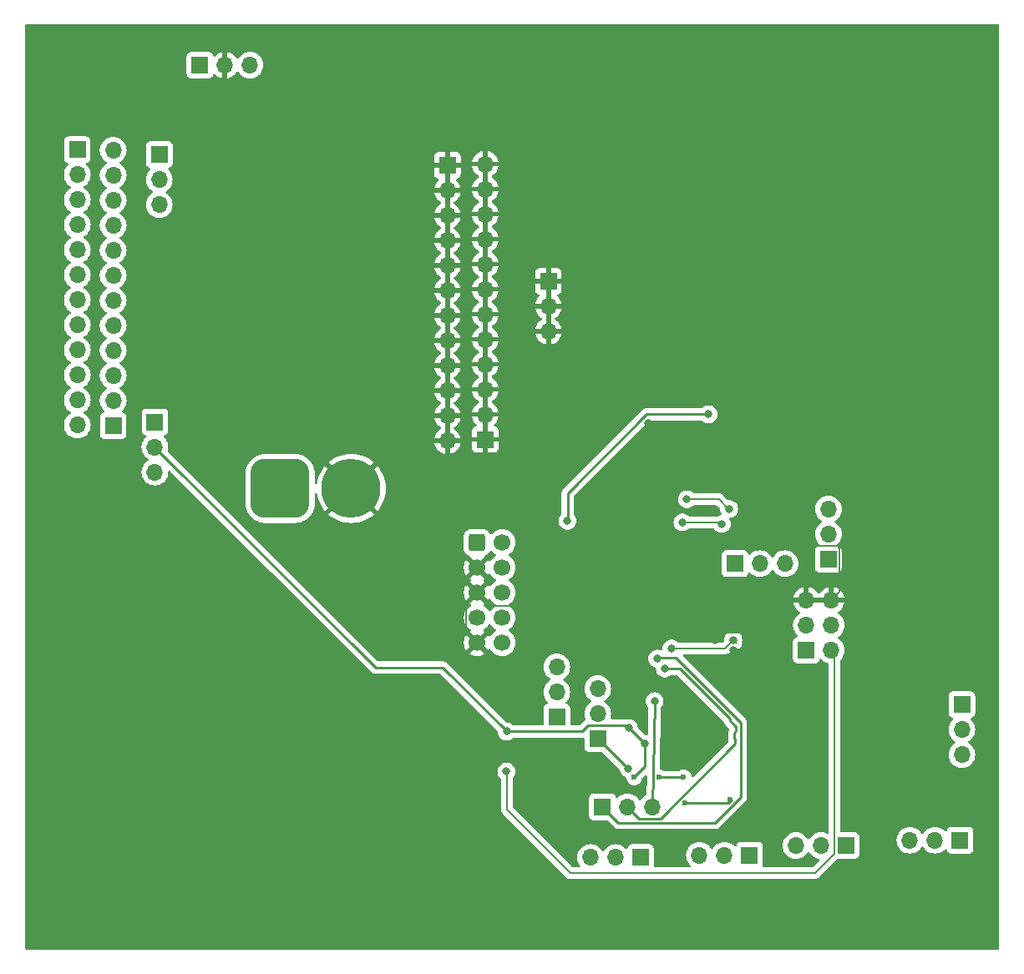
<source format=gbr>
%TF.GenerationSoftware,KiCad,Pcbnew,7.0.10*%
%TF.CreationDate,2024-03-18T15:21:50-05:00*%
%TF.ProjectId,PCB_R1,5043425f-5231-42e6-9b69-6361645f7063,rev?*%
%TF.SameCoordinates,Original*%
%TF.FileFunction,Copper,L2,Bot*%
%TF.FilePolarity,Positive*%
%FSLAX46Y46*%
G04 Gerber Fmt 4.6, Leading zero omitted, Abs format (unit mm)*
G04 Created by KiCad (PCBNEW 7.0.10) date 2024-03-18 15:21:50*
%MOMM*%
%LPD*%
G01*
G04 APERTURE LIST*
G04 Aperture macros list*
%AMRoundRect*
0 Rectangle with rounded corners*
0 $1 Rounding radius*
0 $2 $3 $4 $5 $6 $7 $8 $9 X,Y pos of 4 corners*
0 Add a 4 corners polygon primitive as box body*
4,1,4,$2,$3,$4,$5,$6,$7,$8,$9,$2,$3,0*
0 Add four circle primitives for the rounded corners*
1,1,$1+$1,$2,$3*
1,1,$1+$1,$4,$5*
1,1,$1+$1,$6,$7*
1,1,$1+$1,$8,$9*
0 Add four rect primitives between the rounded corners*
20,1,$1+$1,$2,$3,$4,$5,0*
20,1,$1+$1,$4,$5,$6,$7,0*
20,1,$1+$1,$6,$7,$8,$9,0*
20,1,$1+$1,$8,$9,$2,$3,0*%
G04 Aperture macros list end*
%TA.AperFunction,ComponentPad*%
%ADD10R,1.700000X1.700000*%
%TD*%
%TA.AperFunction,ComponentPad*%
%ADD11O,1.700000X1.700000*%
%TD*%
%TA.AperFunction,ComponentPad*%
%ADD12RoundRect,0.250000X-0.600000X-0.600000X0.600000X-0.600000X0.600000X0.600000X-0.600000X0.600000X0*%
%TD*%
%TA.AperFunction,ComponentPad*%
%ADD13C,1.700000*%
%TD*%
%TA.AperFunction,ComponentPad*%
%ADD14RoundRect,1.500000X-1.500000X-1.500000X1.500000X-1.500000X1.500000X1.500000X-1.500000X1.500000X0*%
%TD*%
%TA.AperFunction,ComponentPad*%
%ADD15C,6.000000*%
%TD*%
%TA.AperFunction,ViaPad*%
%ADD16C,0.800000*%
%TD*%
%TA.AperFunction,ViaPad*%
%ADD17C,0.600000*%
%TD*%
%TA.AperFunction,Conductor*%
%ADD18C,0.175000*%
%TD*%
%TA.AperFunction,Conductor*%
%ADD19C,0.250000*%
%TD*%
%TA.AperFunction,Conductor*%
%ADD20C,0.200000*%
%TD*%
G04 APERTURE END LIST*
D10*
%TO.P,J9,1,Pin_1*%
%TO.N,+5V*%
X68492000Y-32745586D03*
D11*
%TO.P,J9,2,Pin_2*%
%TO.N,GND*%
X71032000Y-32745586D03*
%TO.P,J9,3,Pin_3*%
%TO.N,/bigmotor*%
X73572000Y-32745586D03*
%TD*%
D10*
%TO.P,J1,1,Pin_1*%
%TO.N,GND*%
X97412000Y-70725586D03*
D11*
%TO.P,J1,2,Pin_2*%
X97412000Y-68185586D03*
%TO.P,J1,3,Pin_3*%
X97412000Y-65645586D03*
%TO.P,J1,4,Pin_4*%
X97412000Y-63105586D03*
%TO.P,J1,5,Pin_5*%
X97412000Y-60565586D03*
%TO.P,J1,6,Pin_6*%
X97412000Y-58025586D03*
%TO.P,J1,7,Pin_7*%
X97412000Y-55485586D03*
%TO.P,J1,8,Pin_8*%
X97412000Y-52945586D03*
%TO.P,J1,9,Pin_9*%
X97412000Y-50405586D03*
%TO.P,J1,10,Pin_10*%
X97412000Y-47865586D03*
%TO.P,J1,11,Pin_11*%
X97412000Y-45325586D03*
%TO.P,J1,12,Pin_12*%
X97412000Y-42785586D03*
%TD*%
D10*
%TO.P,J6,1,Pin_1*%
%TO.N,+5V*%
X64365000Y-41825000D03*
D11*
%TO.P,J6,2,Pin_2*%
X64365000Y-44365000D03*
%TO.P,J6,3,Pin_3*%
X64365000Y-46905000D03*
%TD*%
D10*
%TO.P,J17,1,Pin_1*%
%TO.N,/H10*%
X108817500Y-101094500D03*
D11*
%TO.P,J17,2,Pin_2*%
%TO.N,/H5*%
X108817500Y-98554500D03*
%TO.P,J17,3,Pin_3*%
%TO.N,/H6*%
X108817500Y-96014500D03*
%TD*%
D10*
%TO.P,J11,1,Pin_1*%
%TO.N,+5V*%
X59692000Y-69325586D03*
D11*
%TO.P,J11,2,Pin_2*%
X59692000Y-66785586D03*
%TO.P,J11,3,Pin_3*%
X59692000Y-64245586D03*
%TO.P,J11,4,Pin_4*%
X59692000Y-61705586D03*
%TO.P,J11,5,Pin_5*%
X59692000Y-59165586D03*
%TO.P,J11,6,Pin_6*%
X59692000Y-56625586D03*
%TO.P,J11,7,Pin_7*%
X59692000Y-54085586D03*
%TO.P,J11,8,Pin_8*%
X59692000Y-51545586D03*
%TO.P,J11,9,Pin_9*%
X59692000Y-49005586D03*
%TO.P,J11,10,Pin_10*%
X59692000Y-46465586D03*
%TO.P,J11,11,Pin_11*%
X59692000Y-43925586D03*
%TO.P,J11,12,Pin_12*%
X59692000Y-41385586D03*
%TD*%
D12*
%TO.P,J20,1,VTref*%
%TO.N,Net-(J20-VTref)*%
X96587500Y-81164500D03*
D13*
%TO.P,J20,2,SWDIO/TMS*%
%TO.N,/JTMS{slash}SWDIO*%
X99127500Y-81164500D03*
%TO.P,J20,3,GND*%
%TO.N,GND*%
X96587500Y-83704500D03*
%TO.P,J20,4,SWDCLK/TCK*%
%TO.N,/JTCK{slash}SWCLK*%
X99127500Y-83704500D03*
%TO.P,J20,5,GND*%
%TO.N,GND*%
X96587500Y-86244500D03*
%TO.P,J20,6,SWO/TDO*%
%TO.N,/JTDO{slash}TRACESWO*%
X99127500Y-86244500D03*
%TO.P,J20,7,KEY*%
%TO.N,unconnected-(J20-KEY-Pad7)*%
X96587500Y-88784500D03*
%TO.P,J20,8,NC/TDI*%
%TO.N,/JTDI*%
X99127500Y-88784500D03*
%TO.P,J20,9,GNDDetect*%
%TO.N,GND*%
X96587500Y-91324500D03*
%TO.P,J20,10,~{RESET}*%
%TO.N,/NRST*%
X99127500Y-91324500D03*
%TD*%
D10*
%TO.P,J18,1,Pin_1*%
%TO.N,/H0*%
X113157000Y-113134500D03*
D11*
%TO.P,J18,2,Pin_2*%
%TO.N,/H9*%
X110617000Y-113134500D03*
%TO.P,J18,3,Pin_3*%
%TO.N,/H11*%
X108077000Y-113134500D03*
%TD*%
D10*
%TO.P,J27,1,Pin_1*%
%TO.N,+5V*%
X56052000Y-41335586D03*
D11*
%TO.P,J27,2,Pin_2*%
X56052000Y-43875586D03*
%TO.P,J27,3,Pin_3*%
X56052000Y-46415586D03*
%TO.P,J27,4,Pin_4*%
X56052000Y-48955586D03*
%TO.P,J27,5,Pin_5*%
X56052000Y-51495586D03*
%TO.P,J27,6,Pin_6*%
X56052000Y-54035586D03*
%TO.P,J27,7,Pin_7*%
X56052000Y-56575586D03*
%TO.P,J27,8,Pin_8*%
X56052000Y-59115586D03*
%TO.P,J27,9,Pin_9*%
X56052000Y-61655586D03*
%TO.P,J27,10,Pin_10*%
X56052000Y-64195586D03*
%TO.P,J27,11,Pin_11*%
X56052000Y-66735586D03*
%TO.P,J27,12,Pin_12*%
X56052000Y-69275586D03*
%TD*%
D14*
%TO.P,J2,1,Pin_1*%
%TO.N,+7.5V*%
X76617000Y-75695586D03*
D15*
%TO.P,J2,2,Pin_2*%
%TO.N,GND*%
X83817000Y-75695586D03*
%TD*%
D10*
%TO.P,J5,1,Pin_1*%
%TO.N,+3.3V*%
X63922000Y-68950586D03*
D11*
%TO.P,J5,2,Pin_2*%
X63922000Y-71490586D03*
%TO.P,J5,3,Pin_3*%
X63922000Y-74030586D03*
%TD*%
D10*
%TO.P,J12,1,Pin_1*%
%TO.N,/M2*%
X133970000Y-111912000D03*
D11*
%TO.P,J12,2,Pin_2*%
%TO.N,/M1*%
X131430000Y-111912000D03*
%TO.P,J12,3,Pin_3*%
%TO.N,/M0*%
X128890000Y-111912000D03*
%TD*%
D10*
%TO.P,J16,1,Pin_1*%
%TO.N,/H4*%
X104667500Y-98894500D03*
D11*
%TO.P,J16,2,Pin_2*%
%TO.N,/H8*%
X104667500Y-96354500D03*
%TO.P,J16,3,Pin_3*%
%TO.N,/H7*%
X104667500Y-93814500D03*
%TD*%
D10*
%TO.P,J4,1,Pin_1*%
%TO.N,GND*%
X103807000Y-54660586D03*
D11*
%TO.P,J4,2,Pin_2*%
X103807000Y-57200586D03*
%TO.P,J4,3,Pin_3*%
X103807000Y-59740586D03*
%TD*%
D10*
%TO.P,J28,1,Pin_1*%
%TO.N,GND*%
X93567000Y-42915586D03*
D11*
%TO.P,J28,2,Pin_2*%
X93567000Y-45455586D03*
%TO.P,J28,3,Pin_3*%
X93567000Y-47995586D03*
%TO.P,J28,4,Pin_4*%
X93567000Y-50535586D03*
%TO.P,J28,5,Pin_5*%
X93567000Y-53075586D03*
%TO.P,J28,6,Pin_6*%
X93567000Y-55615586D03*
%TO.P,J28,7,Pin_7*%
X93567000Y-58155586D03*
%TO.P,J28,8,Pin_8*%
X93567000Y-60695586D03*
%TO.P,J28,9,Pin_9*%
X93567000Y-63235586D03*
%TO.P,J28,10,Pin_10*%
X93567000Y-65775586D03*
%TO.P,J28,11,Pin_11*%
X93567000Y-68315586D03*
%TO.P,J28,12,Pin_12*%
X93567000Y-70855586D03*
%TD*%
D10*
%TO.P,J3,1,Pin_1*%
%TO.N,/I2C1_SCL*%
X109287500Y-107994500D03*
D11*
%TO.P,J3,2,Pin_2*%
%TO.N,/I2C1_SDA*%
X111827500Y-107994500D03*
%TO.P,J3,3,Pin_3*%
%TO.N,/Radar_Read*%
X114367500Y-107994500D03*
%TD*%
D10*
%TO.P,J15,1,Pin_1*%
%TO.N,/M11*%
X132187500Y-82864500D03*
D11*
%TO.P,J15,2,Pin_2*%
%TO.N,unconnected-(J15-Pin_2-Pad2)*%
X132187500Y-80324500D03*
%TO.P,J15,3,Pin_3*%
%TO.N,unconnected-(J15-Pin_3-Pad3)*%
X132187500Y-77784500D03*
%TD*%
D10*
%TO.P,J10,1,Pin_1*%
%TO.N,/M10*%
X122707500Y-83324500D03*
D11*
%TO.P,J10,2,Pin_2*%
%TO.N,/M9*%
X125247500Y-83324500D03*
%TO.P,J10,3,Pin_3*%
%TO.N,/M8*%
X127787500Y-83324500D03*
%TD*%
D10*
%TO.P,J14,1,Pin_1*%
%TO.N,unconnected-(J14-Pin_1-Pad1)*%
X145717500Y-97614500D03*
D11*
%TO.P,J14,2,Pin_2*%
%TO.N,/M7*%
X145717500Y-100154500D03*
%TO.P,J14,3,Pin_3*%
%TO.N,/M6*%
X145717500Y-102694500D03*
%TD*%
D10*
%TO.P,J19,1,Pin_1*%
%TO.N,/H3*%
X124206000Y-112903000D03*
D11*
%TO.P,J19,2,Pin_2*%
%TO.N,/H2*%
X121666000Y-112903000D03*
%TO.P,J19,3,Pin_3*%
%TO.N,/H1*%
X119126000Y-112903000D03*
%TD*%
D10*
%TO.P,J7,1,Pin_1*%
%TO.N,+3.3V*%
X129957500Y-92084500D03*
D11*
%TO.P,J7,2,Pin_2*%
X132497500Y-92084500D03*
%TO.P,J7,3,Pin_3*%
%TO.N,BOOT0*%
X129957500Y-89544500D03*
%TO.P,J7,4,Pin_4*%
%TO.N,BOOT1*%
X132497500Y-89544500D03*
%TO.P,J7,5,Pin_5*%
%TO.N,GND*%
X129957500Y-87004500D03*
%TO.P,J7,6,Pin_6*%
X132497500Y-87004500D03*
%TD*%
D10*
%TO.P,J13,1,Pin_1*%
%TO.N,/M5*%
X145542000Y-111379000D03*
D11*
%TO.P,J13,2,Pin_2*%
%TO.N,/M4*%
X143002000Y-111379000D03*
%TO.P,J13,3,Pin_3*%
%TO.N,/M3*%
X140462000Y-111379000D03*
%TD*%
D16*
%TO.N,+3.3V*%
X122552788Y-91061468D03*
D17*
X122224058Y-107224058D03*
X117606140Y-107606140D03*
X117498996Y-105001004D03*
X115051262Y-105001004D03*
X112500000Y-105000000D03*
D16*
%TO.N,GND*%
X122527500Y-92064500D03*
X99557500Y-94494500D03*
X113947500Y-69044500D03*
X119647500Y-74904500D03*
X115797500Y-98074500D03*
X120067500Y-98774500D03*
X120707500Y-91044500D03*
X115227500Y-86024500D03*
X124047500Y-89254500D03*
%TO.N,+3.3V*%
X113592500Y-101624500D03*
X120037500Y-68174500D03*
X116277500Y-91934500D03*
X111967500Y-100014500D03*
X105727500Y-78974500D03*
X99550000Y-104420000D03*
X99577500Y-100354500D03*
%TO.N,/I2C1_SDA*%
X115612500Y-93978056D03*
%TO.N,/I2C1_SCL*%
X114837500Y-92954500D03*
%TO.N,/Radar_Read*%
X114577500Y-97274500D03*
%TO.N,/H10*%
X111927500Y-104134500D03*
%TO.N,/D-*%
X122127500Y-77774500D03*
X117857500Y-76794500D03*
%TO.N,/D+*%
X121377500Y-79304500D03*
X117397500Y-79134500D03*
%TD*%
D18*
%TO.N,+3.3V*%
X122552788Y-91061468D02*
X121679756Y-91934500D01*
D19*
X122089464Y-107606140D02*
X122347802Y-107347802D01*
X117606140Y-107606140D02*
X122089464Y-107606140D01*
X122347802Y-107347802D02*
X122224058Y-107224058D01*
X115051262Y-105001004D02*
X117498996Y-105001004D01*
X117500000Y-105000000D02*
X117498996Y-105001004D01*
X113592500Y-103907500D02*
X112500000Y-105000000D01*
X113592500Y-101624500D02*
X113592500Y-103907500D01*
D18*
X122552788Y-91061468D02*
X122868320Y-91377000D01*
%TO.N,GND*%
X96587500Y-86244500D02*
X95450000Y-87382000D01*
X133137500Y-81554500D02*
X133325000Y-81742000D01*
D19*
X120817500Y-91044500D02*
X120757500Y-90984500D01*
D18*
X116497500Y-98774500D02*
X115797500Y-98074500D01*
X115227500Y-86024500D02*
X113605000Y-87647000D01*
D19*
X119647500Y-74744500D02*
X119647500Y-74904500D01*
X120697500Y-90264500D02*
X120697500Y-90924500D01*
D18*
X95450000Y-87382000D02*
X95450000Y-90187000D01*
D19*
X120707500Y-90934500D02*
X120707500Y-91044500D01*
D18*
X95450000Y-90187000D02*
X96587500Y-91324500D01*
X124227500Y-74904500D02*
X130877500Y-81554500D01*
X130877500Y-81554500D02*
X133137500Y-81554500D01*
X120067500Y-98774500D02*
X116497500Y-98774500D01*
D19*
X124047500Y-89254500D02*
X123037500Y-90264500D01*
D18*
X133325000Y-81742000D02*
X133325000Y-86177000D01*
D19*
X120697500Y-90924500D02*
X120707500Y-90934500D01*
X113947500Y-69044500D02*
X119647500Y-74744500D01*
D18*
X119647500Y-74904500D02*
X124227500Y-74904500D01*
D19*
X123037500Y-90264500D02*
X120697500Y-90264500D01*
D18*
X97990000Y-87647000D02*
X96587500Y-86244500D01*
D19*
X120707500Y-91044500D02*
X120817500Y-91044500D01*
D18*
X133325000Y-86177000D02*
X132497500Y-87004500D01*
X113605000Y-87647000D02*
X97990000Y-87647000D01*
D19*
%TO.N,+3.3V*%
X107852500Y-99729500D02*
X107237500Y-100344500D01*
X107237500Y-100344500D02*
X99807500Y-100344500D01*
X105777500Y-79024500D02*
X105777500Y-79074500D01*
X63922000Y-71490586D02*
X86284414Y-93853000D01*
X111982500Y-100014500D02*
X113592500Y-101624500D01*
D18*
X99550000Y-104420000D02*
X99577500Y-104392500D01*
D19*
X105727500Y-78974500D02*
X105777500Y-79024500D01*
X111967500Y-100014500D02*
X111982500Y-100014500D01*
X99807500Y-100344500D02*
X99577500Y-100354500D01*
X105777500Y-78924500D02*
X105727500Y-78974500D01*
X99577500Y-100354500D02*
X99787500Y-100344500D01*
D18*
X116277500Y-91934500D02*
X121679756Y-91934500D01*
D19*
X111682500Y-99729500D02*
X107852500Y-99729500D01*
D18*
X132785000Y-112765668D02*
X130816168Y-114734500D01*
D19*
X113792195Y-68174500D02*
X105777500Y-76189195D01*
X99787500Y-100344500D02*
X99797500Y-100344500D01*
D18*
X106043832Y-114734500D02*
X99577500Y-108268168D01*
X132497500Y-92084500D02*
X132785000Y-92372000D01*
D19*
X86284414Y-93853000D02*
X93076000Y-93853000D01*
X120037500Y-68174500D02*
X113792195Y-68174500D01*
D18*
X99577500Y-104447500D02*
X99550000Y-104420000D01*
X99577500Y-108268168D02*
X99577500Y-104447500D01*
X132785000Y-92372000D02*
X132785000Y-112765668D01*
D19*
X105777500Y-76189195D02*
X105777500Y-78924500D01*
X111967500Y-100014500D02*
X111682500Y-99729500D01*
X93076000Y-93853000D02*
X99577500Y-100354500D01*
D18*
X130816168Y-114734500D02*
X106043832Y-114734500D01*
D19*
%TO.N,/I2C1_SDA*%
X111827500Y-107994500D02*
X113002500Y-109169500D01*
X117101056Y-93978056D02*
X115612500Y-93978056D01*
X115417500Y-93854500D02*
X115541056Y-93978056D01*
X115158896Y-109169500D02*
X122727500Y-101600896D01*
X122837500Y-99864500D02*
X122197500Y-99224500D01*
X122197500Y-99074500D02*
X117101056Y-93978056D01*
X122727500Y-101280896D02*
X122697500Y-101250896D01*
X122727500Y-101600896D02*
X122727500Y-101280896D01*
X122697500Y-101250896D02*
X122697500Y-101100896D01*
X122657500Y-101060896D02*
X122657500Y-100518104D01*
X122197500Y-99224500D02*
X122197500Y-99074500D01*
X115541056Y-93978056D02*
X115612500Y-93978056D01*
X122657500Y-100518104D02*
X122837500Y-100338104D01*
X122697500Y-101100896D02*
X122657500Y-101060896D01*
X122837500Y-100338104D02*
X122837500Y-99864500D01*
X113002500Y-109169500D02*
X115158896Y-109169500D01*
%TO.N,/I2C1_SCL*%
X120712500Y-109619500D02*
X123287500Y-107044500D01*
X115037500Y-92874500D02*
X114837500Y-92954500D01*
X123287500Y-107044500D02*
X123287500Y-99434500D01*
X114877500Y-92874500D02*
X114957500Y-92874500D01*
X110912500Y-109619500D02*
X120712500Y-109619500D01*
X116727500Y-92874500D02*
X115037500Y-92874500D01*
X114837500Y-92954500D02*
X114877500Y-92874500D01*
X109287500Y-107994500D02*
X110912500Y-109619500D01*
X123287500Y-99434500D02*
X116727500Y-92874500D01*
%TO.N,/Radar_Read*%
X114367500Y-107994500D02*
X114577500Y-97274500D01*
X114367500Y-97204500D02*
X114357500Y-97194500D01*
X114577500Y-97274500D02*
X114367500Y-97204500D01*
%TO.N,/H10*%
X111857500Y-104134500D02*
X108817500Y-101094500D01*
X111927500Y-104134500D02*
X111857500Y-104134500D01*
X111927500Y-104134500D02*
X111927500Y-104204500D01*
D20*
%TO.N,/D-*%
X121107500Y-76794500D02*
X122087500Y-77774500D01*
X122127500Y-77814500D02*
X122147500Y-77834500D01*
X122127500Y-77774500D02*
X122127500Y-77814500D01*
X122087500Y-77774500D02*
X122127500Y-77774500D01*
X117857500Y-76794500D02*
X121107500Y-76794500D01*
%TO.N,/D+*%
X121207500Y-79134500D02*
X121377500Y-79304500D01*
X117397500Y-79134500D02*
X121207500Y-79134500D01*
X121577500Y-79254500D02*
X121427500Y-79254500D01*
X121427500Y-79254500D02*
X121377500Y-79304500D01*
%TD*%
%TA.AperFunction,Conductor*%
%TO.N,GND*%
G36*
X132038007Y-86794656D02*
G01*
X131997500Y-86932611D01*
X131997500Y-87076389D01*
X132038007Y-87214344D01*
X132063814Y-87254500D01*
X130391186Y-87254500D01*
X130416993Y-87214344D01*
X130457500Y-87076389D01*
X130457500Y-86932611D01*
X130416993Y-86794656D01*
X130391186Y-86754500D01*
X132063814Y-86754500D01*
X132038007Y-86794656D01*
G37*
%TD.AperFunction*%
%TA.AperFunction,Conductor*%
G36*
X97942355Y-89451046D02*
G01*
X97959075Y-89470342D01*
X98089001Y-89655896D01*
X98089006Y-89655902D01*
X98256097Y-89822993D01*
X98256103Y-89822998D01*
X98441658Y-89952925D01*
X98485283Y-90007502D01*
X98492477Y-90077000D01*
X98460954Y-90139355D01*
X98441658Y-90156075D01*
X98256097Y-90286005D01*
X98089005Y-90453097D01*
X97958769Y-90639095D01*
X97904192Y-90682720D01*
X97834694Y-90689914D01*
X97772339Y-90658391D01*
X97755619Y-90639095D01*
X97702425Y-90563126D01*
X97702425Y-90563125D01*
X97070576Y-91194975D01*
X97046993Y-91114656D01*
X96969261Y-90993702D01*
X96860600Y-90899548D01*
X96729815Y-90839820D01*
X96720033Y-90838413D01*
X97348873Y-90209573D01*
X97348873Y-90209572D01*
X97272905Y-90156380D01*
X97229280Y-90101804D01*
X97222086Y-90032305D01*
X97253608Y-89969951D01*
X97272899Y-89953234D01*
X97458901Y-89822995D01*
X97625995Y-89655901D01*
X97755925Y-89470342D01*
X97810502Y-89426717D01*
X97880000Y-89419523D01*
X97942355Y-89451046D01*
G37*
%TD.AperFunction*%
%TA.AperFunction,Conductor*%
G36*
X97702425Y-87005873D02*
G01*
X97755619Y-86929905D01*
X97810196Y-86886281D01*
X97879695Y-86879088D01*
X97942049Y-86910610D01*
X97958769Y-86929905D01*
X98089005Y-87115901D01*
X98089006Y-87115902D01*
X98256097Y-87282993D01*
X98256103Y-87282998D01*
X98441658Y-87412925D01*
X98485283Y-87467502D01*
X98492477Y-87537000D01*
X98460954Y-87599355D01*
X98441658Y-87616075D01*
X98256097Y-87746005D01*
X98089005Y-87913097D01*
X97959075Y-88098658D01*
X97904498Y-88142283D01*
X97835000Y-88149477D01*
X97772645Y-88117954D01*
X97755925Y-88098658D01*
X97625994Y-87913097D01*
X97458902Y-87746006D01*
X97458901Y-87746005D01*
X97272905Y-87615769D01*
X97229281Y-87561192D01*
X97222088Y-87491693D01*
X97253610Y-87429339D01*
X97272905Y-87412619D01*
X97348873Y-87359425D01*
X96720033Y-86730586D01*
X96729815Y-86729180D01*
X96860600Y-86669452D01*
X96969261Y-86575298D01*
X97046993Y-86454344D01*
X97070576Y-86374024D01*
X97702425Y-87005873D01*
G37*
%TD.AperFunction*%
%TA.AperFunction,Conductor*%
G36*
X97702425Y-84465873D02*
G01*
X97755619Y-84389905D01*
X97810196Y-84346281D01*
X97879695Y-84339088D01*
X97942049Y-84370610D01*
X97958769Y-84389905D01*
X98089005Y-84575901D01*
X98089006Y-84575902D01*
X98256097Y-84742993D01*
X98256103Y-84742998D01*
X98441658Y-84872925D01*
X98485283Y-84927502D01*
X98492477Y-84997000D01*
X98460954Y-85059355D01*
X98441658Y-85076075D01*
X98256097Y-85206005D01*
X98089005Y-85373097D01*
X97958769Y-85559095D01*
X97904192Y-85602720D01*
X97834694Y-85609914D01*
X97772339Y-85578391D01*
X97755619Y-85559095D01*
X97702425Y-85483126D01*
X97702425Y-85483125D01*
X97070576Y-86114975D01*
X97046993Y-86034656D01*
X96969261Y-85913702D01*
X96860600Y-85819548D01*
X96729815Y-85759820D01*
X96720033Y-85758413D01*
X97348873Y-85129573D01*
X97272469Y-85076076D01*
X97228844Y-85021499D01*
X97221650Y-84952001D01*
X97253172Y-84889646D01*
X97272468Y-84872925D01*
X97348873Y-84819425D01*
X96720033Y-84190586D01*
X96729815Y-84189180D01*
X96860600Y-84129452D01*
X96969261Y-84035298D01*
X97046993Y-83914344D01*
X97070576Y-83834024D01*
X97702425Y-84465873D01*
G37*
%TD.AperFunction*%
%TA.AperFunction,Conductor*%
G36*
X98048220Y-82003279D02*
G01*
X98084983Y-82032266D01*
X98085177Y-82032073D01*
X98086813Y-82033709D01*
X98087854Y-82034530D01*
X98089001Y-82035897D01*
X98256097Y-82202993D01*
X98256103Y-82202998D01*
X98441658Y-82332925D01*
X98485283Y-82387502D01*
X98492477Y-82457000D01*
X98460954Y-82519355D01*
X98441658Y-82536075D01*
X98256097Y-82666005D01*
X98089005Y-82833097D01*
X97958769Y-83019095D01*
X97904192Y-83062720D01*
X97834694Y-83069914D01*
X97772339Y-83038391D01*
X97755619Y-83019095D01*
X97702425Y-82943126D01*
X97702425Y-82943125D01*
X97070576Y-83574975D01*
X97046993Y-83494656D01*
X96969261Y-83373702D01*
X96860600Y-83279548D01*
X96729815Y-83219820D01*
X96720034Y-83218413D01*
X97353289Y-82585158D01*
X97363709Y-82533308D01*
X97412323Y-82483124D01*
X97434461Y-82473296D01*
X97506834Y-82449314D01*
X97656156Y-82357212D01*
X97780212Y-82233156D01*
X97872314Y-82083834D01*
X97875162Y-82075238D01*
X97914929Y-82017794D01*
X97979444Y-81990968D01*
X98048220Y-82003279D01*
G37*
%TD.AperFunction*%
%TA.AperFunction,Conductor*%
G36*
X93817000Y-70420084D02*
G01*
X93709315Y-70370906D01*
X93602763Y-70355586D01*
X93531237Y-70355586D01*
X93424685Y-70370906D01*
X93317000Y-70420084D01*
X93317000Y-68751087D01*
X93424685Y-68800266D01*
X93531237Y-68815586D01*
X93602763Y-68815586D01*
X93709315Y-68800266D01*
X93817000Y-68751087D01*
X93817000Y-70420084D01*
G37*
%TD.AperFunction*%
%TA.AperFunction,Conductor*%
G36*
X93817000Y-67880084D02*
G01*
X93709315Y-67830906D01*
X93602763Y-67815586D01*
X93531237Y-67815586D01*
X93424685Y-67830906D01*
X93317000Y-67880084D01*
X93317000Y-66211087D01*
X93424685Y-66260266D01*
X93531237Y-66275586D01*
X93602763Y-66275586D01*
X93709315Y-66260266D01*
X93817000Y-66211087D01*
X93817000Y-67880084D01*
G37*
%TD.AperFunction*%
%TA.AperFunction,Conductor*%
G36*
X93817000Y-65340084D02*
G01*
X93709315Y-65290906D01*
X93602763Y-65275586D01*
X93531237Y-65275586D01*
X93424685Y-65290906D01*
X93317000Y-65340084D01*
X93317000Y-63671087D01*
X93424685Y-63720266D01*
X93531237Y-63735586D01*
X93602763Y-63735586D01*
X93709315Y-63720266D01*
X93817000Y-63671087D01*
X93817000Y-65340084D01*
G37*
%TD.AperFunction*%
%TA.AperFunction,Conductor*%
G36*
X93817000Y-62800084D02*
G01*
X93709315Y-62750906D01*
X93602763Y-62735586D01*
X93531237Y-62735586D01*
X93424685Y-62750906D01*
X93317000Y-62800084D01*
X93317000Y-61131087D01*
X93424685Y-61180266D01*
X93531237Y-61195586D01*
X93602763Y-61195586D01*
X93709315Y-61180266D01*
X93817000Y-61131087D01*
X93817000Y-62800084D01*
G37*
%TD.AperFunction*%
%TA.AperFunction,Conductor*%
G36*
X93817000Y-60260084D02*
G01*
X93709315Y-60210906D01*
X93602763Y-60195586D01*
X93531237Y-60195586D01*
X93424685Y-60210906D01*
X93317000Y-60260084D01*
X93317000Y-58591087D01*
X93424685Y-58640266D01*
X93531237Y-58655586D01*
X93602763Y-58655586D01*
X93709315Y-58640266D01*
X93817000Y-58591087D01*
X93817000Y-60260084D01*
G37*
%TD.AperFunction*%
%TA.AperFunction,Conductor*%
G36*
X93817000Y-57720084D02*
G01*
X93709315Y-57670906D01*
X93602763Y-57655586D01*
X93531237Y-57655586D01*
X93424685Y-57670906D01*
X93317000Y-57720084D01*
X93317000Y-56051087D01*
X93424685Y-56100266D01*
X93531237Y-56115586D01*
X93602763Y-56115586D01*
X93709315Y-56100266D01*
X93817000Y-56051087D01*
X93817000Y-57720084D01*
G37*
%TD.AperFunction*%
%TA.AperFunction,Conductor*%
G36*
X93817000Y-55180084D02*
G01*
X93709315Y-55130906D01*
X93602763Y-55115586D01*
X93531237Y-55115586D01*
X93424685Y-55130906D01*
X93317000Y-55180084D01*
X93317000Y-53511087D01*
X93424685Y-53560266D01*
X93531237Y-53575586D01*
X93602763Y-53575586D01*
X93709315Y-53560266D01*
X93817000Y-53511087D01*
X93817000Y-55180084D01*
G37*
%TD.AperFunction*%
%TA.AperFunction,Conductor*%
G36*
X93817000Y-52640084D02*
G01*
X93709315Y-52590906D01*
X93602763Y-52575586D01*
X93531237Y-52575586D01*
X93424685Y-52590906D01*
X93317000Y-52640084D01*
X93317000Y-50971087D01*
X93424685Y-51020266D01*
X93531237Y-51035586D01*
X93602763Y-51035586D01*
X93709315Y-51020266D01*
X93817000Y-50971087D01*
X93817000Y-52640084D01*
G37*
%TD.AperFunction*%
%TA.AperFunction,Conductor*%
G36*
X93817000Y-50100084D02*
G01*
X93709315Y-50050906D01*
X93602763Y-50035586D01*
X93531237Y-50035586D01*
X93424685Y-50050906D01*
X93317000Y-50100084D01*
X93317000Y-48431087D01*
X93424685Y-48480266D01*
X93531237Y-48495586D01*
X93602763Y-48495586D01*
X93709315Y-48480266D01*
X93817000Y-48431087D01*
X93817000Y-50100084D01*
G37*
%TD.AperFunction*%
%TA.AperFunction,Conductor*%
G36*
X93817000Y-47560084D02*
G01*
X93709315Y-47510906D01*
X93602763Y-47495586D01*
X93531237Y-47495586D01*
X93424685Y-47510906D01*
X93317000Y-47560084D01*
X93317000Y-45891087D01*
X93424685Y-45940266D01*
X93531237Y-45955586D01*
X93602763Y-45955586D01*
X93709315Y-45940266D01*
X93817000Y-45891087D01*
X93817000Y-47560084D01*
G37*
%TD.AperFunction*%
%TA.AperFunction,Conductor*%
G36*
X93817000Y-45020084D02*
G01*
X93709315Y-44970906D01*
X93602763Y-44955586D01*
X93531237Y-44955586D01*
X93424685Y-44970906D01*
X93317000Y-45020084D01*
X93317000Y-43351087D01*
X93424685Y-43400266D01*
X93531237Y-43415586D01*
X93602763Y-43415586D01*
X93709315Y-43400266D01*
X93817000Y-43351087D01*
X93817000Y-45020084D01*
G37*
%TD.AperFunction*%
%TA.AperFunction,Conductor*%
G36*
X97662000Y-70290084D02*
G01*
X97554315Y-70240906D01*
X97447763Y-70225586D01*
X97376237Y-70225586D01*
X97269685Y-70240906D01*
X97162000Y-70290084D01*
X97162000Y-68621087D01*
X97269685Y-68670266D01*
X97376237Y-68685586D01*
X97447763Y-68685586D01*
X97554315Y-68670266D01*
X97662000Y-68621087D01*
X97662000Y-70290084D01*
G37*
%TD.AperFunction*%
%TA.AperFunction,Conductor*%
G36*
X97662000Y-67750084D02*
G01*
X97554315Y-67700906D01*
X97447763Y-67685586D01*
X97376237Y-67685586D01*
X97269685Y-67700906D01*
X97162000Y-67750084D01*
X97162000Y-66081087D01*
X97269685Y-66130266D01*
X97376237Y-66145586D01*
X97447763Y-66145586D01*
X97554315Y-66130266D01*
X97662000Y-66081087D01*
X97662000Y-67750084D01*
G37*
%TD.AperFunction*%
%TA.AperFunction,Conductor*%
G36*
X97662000Y-65210084D02*
G01*
X97554315Y-65160906D01*
X97447763Y-65145586D01*
X97376237Y-65145586D01*
X97269685Y-65160906D01*
X97162000Y-65210084D01*
X97162000Y-63541087D01*
X97269685Y-63590266D01*
X97376237Y-63605586D01*
X97447763Y-63605586D01*
X97554315Y-63590266D01*
X97662000Y-63541087D01*
X97662000Y-65210084D01*
G37*
%TD.AperFunction*%
%TA.AperFunction,Conductor*%
G36*
X97662000Y-62670084D02*
G01*
X97554315Y-62620906D01*
X97447763Y-62605586D01*
X97376237Y-62605586D01*
X97269685Y-62620906D01*
X97162000Y-62670084D01*
X97162000Y-61001087D01*
X97269685Y-61050266D01*
X97376237Y-61065586D01*
X97447763Y-61065586D01*
X97554315Y-61050266D01*
X97662000Y-61001087D01*
X97662000Y-62670084D01*
G37*
%TD.AperFunction*%
%TA.AperFunction,Conductor*%
G36*
X97662000Y-60130084D02*
G01*
X97554315Y-60080906D01*
X97447763Y-60065586D01*
X97376237Y-60065586D01*
X97269685Y-60080906D01*
X97162000Y-60130084D01*
X97162000Y-58461087D01*
X97269685Y-58510266D01*
X97376237Y-58525586D01*
X97447763Y-58525586D01*
X97554315Y-58510266D01*
X97662000Y-58461087D01*
X97662000Y-60130084D01*
G37*
%TD.AperFunction*%
%TA.AperFunction,Conductor*%
G36*
X97662000Y-57590084D02*
G01*
X97554315Y-57540906D01*
X97447763Y-57525586D01*
X97376237Y-57525586D01*
X97269685Y-57540906D01*
X97162000Y-57590084D01*
X97162000Y-55921087D01*
X97269685Y-55970266D01*
X97376237Y-55985586D01*
X97447763Y-55985586D01*
X97554315Y-55970266D01*
X97662000Y-55921087D01*
X97662000Y-57590084D01*
G37*
%TD.AperFunction*%
%TA.AperFunction,Conductor*%
G36*
X97662000Y-55050084D02*
G01*
X97554315Y-55000906D01*
X97447763Y-54985586D01*
X97376237Y-54985586D01*
X97269685Y-55000906D01*
X97162000Y-55050084D01*
X97162000Y-53381087D01*
X97269685Y-53430266D01*
X97376237Y-53445586D01*
X97447763Y-53445586D01*
X97554315Y-53430266D01*
X97662000Y-53381087D01*
X97662000Y-55050084D01*
G37*
%TD.AperFunction*%
%TA.AperFunction,Conductor*%
G36*
X97662000Y-52510084D02*
G01*
X97554315Y-52460906D01*
X97447763Y-52445586D01*
X97376237Y-52445586D01*
X97269685Y-52460906D01*
X97162000Y-52510084D01*
X97162000Y-50841087D01*
X97269685Y-50890266D01*
X97376237Y-50905586D01*
X97447763Y-50905586D01*
X97554315Y-50890266D01*
X97662000Y-50841087D01*
X97662000Y-52510084D01*
G37*
%TD.AperFunction*%
%TA.AperFunction,Conductor*%
G36*
X97662000Y-49970084D02*
G01*
X97554315Y-49920906D01*
X97447763Y-49905586D01*
X97376237Y-49905586D01*
X97269685Y-49920906D01*
X97162000Y-49970084D01*
X97162000Y-48301087D01*
X97269685Y-48350266D01*
X97376237Y-48365586D01*
X97447763Y-48365586D01*
X97554315Y-48350266D01*
X97662000Y-48301087D01*
X97662000Y-49970084D01*
G37*
%TD.AperFunction*%
%TA.AperFunction,Conductor*%
G36*
X97662000Y-47430084D02*
G01*
X97554315Y-47380906D01*
X97447763Y-47365586D01*
X97376237Y-47365586D01*
X97269685Y-47380906D01*
X97162000Y-47430084D01*
X97162000Y-45761087D01*
X97269685Y-45810266D01*
X97376237Y-45825586D01*
X97447763Y-45825586D01*
X97554315Y-45810266D01*
X97662000Y-45761087D01*
X97662000Y-47430084D01*
G37*
%TD.AperFunction*%
%TA.AperFunction,Conductor*%
G36*
X97662000Y-44890084D02*
G01*
X97554315Y-44840906D01*
X97447763Y-44825586D01*
X97376237Y-44825586D01*
X97269685Y-44840906D01*
X97162000Y-44890084D01*
X97162000Y-43221087D01*
X97269685Y-43270266D01*
X97376237Y-43285586D01*
X97447763Y-43285586D01*
X97554315Y-43270266D01*
X97662000Y-43221087D01*
X97662000Y-44890084D01*
G37*
%TD.AperFunction*%
%TA.AperFunction,Conductor*%
G36*
X104057000Y-59305084D02*
G01*
X103949315Y-59255906D01*
X103842763Y-59240586D01*
X103771237Y-59240586D01*
X103664685Y-59255906D01*
X103557000Y-59305084D01*
X103557000Y-57636087D01*
X103664685Y-57685266D01*
X103771237Y-57700586D01*
X103842763Y-57700586D01*
X103949315Y-57685266D01*
X104057000Y-57636087D01*
X104057000Y-59305084D01*
G37*
%TD.AperFunction*%
%TA.AperFunction,Conductor*%
G36*
X104057000Y-56765084D02*
G01*
X103949315Y-56715906D01*
X103842763Y-56700586D01*
X103771237Y-56700586D01*
X103664685Y-56715906D01*
X103557000Y-56765084D01*
X103557000Y-55096087D01*
X103664685Y-55145266D01*
X103771237Y-55160586D01*
X103842763Y-55160586D01*
X103949315Y-55145266D01*
X104057000Y-55096087D01*
X104057000Y-56765084D01*
G37*
%TD.AperFunction*%
%TA.AperFunction,Conductor*%
G36*
X149442539Y-28619185D02*
G01*
X149488294Y-28671989D01*
X149499500Y-28723500D01*
X149499500Y-122375500D01*
X149479815Y-122442539D01*
X149427011Y-122488294D01*
X149375500Y-122499500D01*
X50916500Y-122499500D01*
X50849461Y-122479815D01*
X50803706Y-122427011D01*
X50792500Y-122375500D01*
X50792500Y-104420000D01*
X98644540Y-104420000D01*
X98664326Y-104608256D01*
X98664327Y-104608259D01*
X98722818Y-104788277D01*
X98722821Y-104788284D01*
X98817467Y-104952216D01*
X98944129Y-105092888D01*
X98944131Y-105092890D01*
X98948469Y-105096796D01*
X98985120Y-105156281D01*
X98989500Y-105188948D01*
X98989500Y-108221500D01*
X98988439Y-108237685D01*
X98984426Y-108268166D01*
X98984426Y-108268171D01*
X98988967Y-108302674D01*
X98988970Y-108302683D01*
X98989160Y-108304129D01*
X98989500Y-108306707D01*
X98989500Y-108306708D01*
X99003323Y-108411705D01*
X99004635Y-108421665D01*
X99004636Y-108421670D01*
X99063882Y-108564704D01*
X99063883Y-108564705D01*
X99158133Y-108687535D01*
X99182529Y-108706254D01*
X99194721Y-108716947D01*
X105595046Y-115117272D01*
X105605739Y-115129465D01*
X105624463Y-115153866D01*
X105747295Y-115248117D01*
X105747294Y-115248117D01*
X105825521Y-115280519D01*
X105890333Y-115307365D01*
X106025973Y-115325222D01*
X106043831Y-115327574D01*
X106043832Y-115327574D01*
X106043833Y-115327574D01*
X106074313Y-115323561D01*
X106090499Y-115322500D01*
X130769501Y-115322500D01*
X130785687Y-115323561D01*
X130816167Y-115327574D01*
X130816168Y-115327574D01*
X130816169Y-115327574D01*
X130832165Y-115325467D01*
X130969667Y-115307365D01*
X131112705Y-115248117D01*
X131204695Y-115177531D01*
X131204694Y-115177531D01*
X131235535Y-115153867D01*
X131235536Y-115153864D01*
X131243438Y-115147802D01*
X131248932Y-115136406D01*
X131254267Y-115129453D01*
X131264941Y-115117283D01*
X133083407Y-113298818D01*
X133144730Y-113265333D01*
X133171088Y-113262499D01*
X134867871Y-113262499D01*
X134867872Y-113262499D01*
X134927483Y-113256091D01*
X135062331Y-113205796D01*
X135177546Y-113119546D01*
X135263796Y-113004331D01*
X135314091Y-112869483D01*
X135320500Y-112809873D01*
X135320499Y-111379000D01*
X139106341Y-111379000D01*
X139126936Y-111614403D01*
X139126938Y-111614413D01*
X139188094Y-111842655D01*
X139188096Y-111842659D01*
X139188097Y-111842663D01*
X139263856Y-112005128D01*
X139287965Y-112056830D01*
X139287967Y-112056834D01*
X139315396Y-112096006D01*
X139423505Y-112250401D01*
X139590599Y-112417495D01*
X139687384Y-112485265D01*
X139784165Y-112553032D01*
X139784167Y-112553033D01*
X139784170Y-112553035D01*
X139998337Y-112652903D01*
X140226592Y-112714063D01*
X140403034Y-112729500D01*
X140461999Y-112734659D01*
X140462000Y-112734659D01*
X140462001Y-112734659D01*
X140520966Y-112729500D01*
X140697408Y-112714063D01*
X140925663Y-112652903D01*
X141139830Y-112553035D01*
X141333401Y-112417495D01*
X141500495Y-112250401D01*
X141630425Y-112064842D01*
X141685002Y-112021217D01*
X141754500Y-112014023D01*
X141816855Y-112045546D01*
X141833575Y-112064842D01*
X141963500Y-112250395D01*
X141963505Y-112250401D01*
X142130599Y-112417495D01*
X142227384Y-112485265D01*
X142324165Y-112553032D01*
X142324167Y-112553033D01*
X142324170Y-112553035D01*
X142538337Y-112652903D01*
X142766592Y-112714063D01*
X142943034Y-112729500D01*
X143001999Y-112734659D01*
X143002000Y-112734659D01*
X143002001Y-112734659D01*
X143060966Y-112729500D01*
X143237408Y-112714063D01*
X143465663Y-112652903D01*
X143679830Y-112553035D01*
X143873401Y-112417495D01*
X143995329Y-112295566D01*
X144056648Y-112262084D01*
X144126340Y-112267068D01*
X144182274Y-112308939D01*
X144199189Y-112339917D01*
X144248202Y-112471328D01*
X144248206Y-112471335D01*
X144334452Y-112586544D01*
X144334455Y-112586547D01*
X144449664Y-112672793D01*
X144449671Y-112672797D01*
X144584517Y-112723091D01*
X144584516Y-112723091D01*
X144591444Y-112723835D01*
X144644127Y-112729500D01*
X146439872Y-112729499D01*
X146499483Y-112723091D01*
X146634331Y-112672796D01*
X146749546Y-112586546D01*
X146835796Y-112471331D01*
X146886091Y-112336483D01*
X146892500Y-112276873D01*
X146892499Y-110481128D01*
X146886091Y-110421517D01*
X146884810Y-110418083D01*
X146835797Y-110286671D01*
X146835793Y-110286664D01*
X146749547Y-110171455D01*
X146749544Y-110171452D01*
X146634335Y-110085206D01*
X146634328Y-110085202D01*
X146499482Y-110034908D01*
X146499483Y-110034908D01*
X146439883Y-110028501D01*
X146439881Y-110028500D01*
X146439873Y-110028500D01*
X146439864Y-110028500D01*
X144644129Y-110028500D01*
X144644123Y-110028501D01*
X144584516Y-110034908D01*
X144449671Y-110085202D01*
X144449664Y-110085206D01*
X144334455Y-110171452D01*
X144334452Y-110171455D01*
X144248206Y-110286664D01*
X144248203Y-110286669D01*
X144199189Y-110418083D01*
X144157317Y-110474016D01*
X144091853Y-110498433D01*
X144023580Y-110483581D01*
X143995326Y-110462430D01*
X143873402Y-110340506D01*
X143873395Y-110340501D01*
X143679834Y-110204967D01*
X143679830Y-110204965D01*
X143632625Y-110182953D01*
X143465663Y-110105097D01*
X143465659Y-110105096D01*
X143465655Y-110105094D01*
X143237413Y-110043938D01*
X143237403Y-110043936D01*
X143002001Y-110023341D01*
X143001999Y-110023341D01*
X142766596Y-110043936D01*
X142766586Y-110043938D01*
X142538344Y-110105094D01*
X142538335Y-110105098D01*
X142324171Y-110204964D01*
X142324169Y-110204965D01*
X142130597Y-110340505D01*
X141963505Y-110507597D01*
X141833575Y-110693158D01*
X141778998Y-110736783D01*
X141709500Y-110743977D01*
X141647145Y-110712454D01*
X141630425Y-110693158D01*
X141500494Y-110507597D01*
X141333402Y-110340506D01*
X141333395Y-110340501D01*
X141139834Y-110204967D01*
X141139830Y-110204965D01*
X141092625Y-110182953D01*
X140925663Y-110105097D01*
X140925659Y-110105096D01*
X140925655Y-110105094D01*
X140697413Y-110043938D01*
X140697403Y-110043936D01*
X140462001Y-110023341D01*
X140461999Y-110023341D01*
X140226596Y-110043936D01*
X140226586Y-110043938D01*
X139998344Y-110105094D01*
X139998335Y-110105098D01*
X139784171Y-110204964D01*
X139784169Y-110204965D01*
X139590597Y-110340505D01*
X139423505Y-110507597D01*
X139287965Y-110701169D01*
X139287964Y-110701171D01*
X139188098Y-110915335D01*
X139188094Y-110915344D01*
X139126938Y-111143586D01*
X139126936Y-111143596D01*
X139106341Y-111378999D01*
X139106341Y-111379000D01*
X135320499Y-111379000D01*
X135320499Y-111014128D01*
X135314091Y-110954517D01*
X135299480Y-110915344D01*
X135263797Y-110819671D01*
X135263793Y-110819664D01*
X135177547Y-110704455D01*
X135177544Y-110704452D01*
X135062335Y-110618206D01*
X135062328Y-110618202D01*
X134927482Y-110567908D01*
X134927483Y-110567908D01*
X134867883Y-110561501D01*
X134867881Y-110561500D01*
X134867873Y-110561500D01*
X134867865Y-110561500D01*
X133497000Y-110561500D01*
X133429961Y-110541815D01*
X133384206Y-110489011D01*
X133373000Y-110437500D01*
X133373000Y-102694500D01*
X144361841Y-102694500D01*
X144382436Y-102929903D01*
X144382438Y-102929913D01*
X144443594Y-103158155D01*
X144443596Y-103158159D01*
X144443597Y-103158163D01*
X144497312Y-103273355D01*
X144543465Y-103372330D01*
X144543467Y-103372334D01*
X144605980Y-103461611D01*
X144679005Y-103565901D01*
X144846099Y-103732995D01*
X144942884Y-103800765D01*
X145039665Y-103868532D01*
X145039667Y-103868533D01*
X145039670Y-103868535D01*
X145253837Y-103968403D01*
X145482092Y-104029563D01*
X145670418Y-104046039D01*
X145717499Y-104050159D01*
X145717500Y-104050159D01*
X145717501Y-104050159D01*
X145756734Y-104046726D01*
X145952908Y-104029563D01*
X146181163Y-103968403D01*
X146395330Y-103868535D01*
X146588901Y-103732995D01*
X146755995Y-103565901D01*
X146891535Y-103372330D01*
X146991403Y-103158163D01*
X147052563Y-102929908D01*
X147073159Y-102694500D01*
X147052563Y-102459092D01*
X146991403Y-102230837D01*
X146891535Y-102016671D01*
X146874810Y-101992784D01*
X146755994Y-101823097D01*
X146588902Y-101656006D01*
X146588896Y-101656001D01*
X146403342Y-101526075D01*
X146359717Y-101471498D01*
X146352523Y-101402000D01*
X146384046Y-101339645D01*
X146403342Y-101322925D01*
X146479849Y-101269354D01*
X146588901Y-101192995D01*
X146755995Y-101025901D01*
X146891535Y-100832330D01*
X146991403Y-100618163D01*
X147052563Y-100389908D01*
X147073159Y-100154500D01*
X147072548Y-100147522D01*
X147052563Y-99919096D01*
X147052563Y-99919092D01*
X146991403Y-99690837D01*
X146891535Y-99476671D01*
X146861877Y-99434315D01*
X146755996Y-99283100D01*
X146698948Y-99226052D01*
X146634067Y-99161171D01*
X146600584Y-99099851D01*
X146605568Y-99030159D01*
X146647439Y-98974225D01*
X146678415Y-98957310D01*
X146809831Y-98908296D01*
X146925046Y-98822046D01*
X147011296Y-98706831D01*
X147061591Y-98571983D01*
X147068000Y-98512373D01*
X147067999Y-96716628D01*
X147061591Y-96657017D01*
X147040926Y-96601612D01*
X147011297Y-96522171D01*
X147011293Y-96522164D01*
X146925047Y-96406955D01*
X146925044Y-96406952D01*
X146809835Y-96320706D01*
X146809828Y-96320702D01*
X146674982Y-96270408D01*
X146674983Y-96270408D01*
X146615383Y-96264001D01*
X146615381Y-96264000D01*
X146615373Y-96264000D01*
X146615364Y-96264000D01*
X144819629Y-96264000D01*
X144819623Y-96264001D01*
X144760016Y-96270408D01*
X144625171Y-96320702D01*
X144625164Y-96320706D01*
X144509955Y-96406952D01*
X144509952Y-96406955D01*
X144423706Y-96522164D01*
X144423702Y-96522171D01*
X144373408Y-96657017D01*
X144367001Y-96716616D01*
X144367001Y-96716623D01*
X144367000Y-96716635D01*
X144367000Y-98512370D01*
X144367001Y-98512376D01*
X144373408Y-98571983D01*
X144423702Y-98706828D01*
X144423706Y-98706835D01*
X144509952Y-98822044D01*
X144509955Y-98822047D01*
X144625164Y-98908293D01*
X144625171Y-98908297D01*
X144756581Y-98957310D01*
X144812515Y-98999181D01*
X144836932Y-99064645D01*
X144822080Y-99132918D01*
X144800930Y-99161173D01*
X144679003Y-99283100D01*
X144543465Y-99476669D01*
X144543464Y-99476671D01*
X144443598Y-99690835D01*
X144443594Y-99690844D01*
X144382438Y-99919086D01*
X144382436Y-99919096D01*
X144361841Y-100154499D01*
X144361841Y-100154500D01*
X144382436Y-100389903D01*
X144382438Y-100389913D01*
X144443594Y-100618155D01*
X144443596Y-100618159D01*
X144443597Y-100618163D01*
X144511302Y-100763356D01*
X144543465Y-100832330D01*
X144543467Y-100832334D01*
X144679001Y-101025895D01*
X144679006Y-101025902D01*
X144846097Y-101192993D01*
X144846103Y-101192998D01*
X145031658Y-101322925D01*
X145075283Y-101377502D01*
X145082477Y-101447000D01*
X145050954Y-101509355D01*
X145031658Y-101526075D01*
X144846097Y-101656005D01*
X144679005Y-101823097D01*
X144543465Y-102016669D01*
X144543464Y-102016671D01*
X144443598Y-102230835D01*
X144443594Y-102230844D01*
X144382438Y-102459086D01*
X144382436Y-102459096D01*
X144361841Y-102694499D01*
X144361841Y-102694500D01*
X133373000Y-102694500D01*
X133373000Y-93170258D01*
X133392685Y-93103219D01*
X133409319Y-93082577D01*
X133449913Y-93041983D01*
X133535995Y-92955901D01*
X133671535Y-92762330D01*
X133771403Y-92548163D01*
X133832563Y-92319908D01*
X133853159Y-92084500D01*
X133832563Y-91849092D01*
X133771403Y-91620837D01*
X133671535Y-91406671D01*
X133668464Y-91402284D01*
X133535994Y-91213097D01*
X133368902Y-91046006D01*
X133368896Y-91046001D01*
X133183342Y-90916075D01*
X133139717Y-90861498D01*
X133132523Y-90792000D01*
X133164046Y-90729645D01*
X133183342Y-90712925D01*
X133295554Y-90634353D01*
X133368901Y-90582995D01*
X133535995Y-90415901D01*
X133671535Y-90222330D01*
X133771403Y-90008163D01*
X133832563Y-89779908D01*
X133853159Y-89544500D01*
X133832563Y-89309092D01*
X133771403Y-89080837D01*
X133671535Y-88866671D01*
X133665925Y-88858658D01*
X133535994Y-88673097D01*
X133368902Y-88506006D01*
X133368901Y-88506005D01*
X133182905Y-88375769D01*
X133139281Y-88321192D01*
X133132088Y-88251693D01*
X133163610Y-88189339D01*
X133182905Y-88172619D01*
X133368582Y-88042605D01*
X133535605Y-87875582D01*
X133671100Y-87682078D01*
X133770929Y-87467992D01*
X133770932Y-87467986D01*
X133828136Y-87254500D01*
X132931186Y-87254500D01*
X132956993Y-87214344D01*
X132997500Y-87076389D01*
X132997500Y-86932611D01*
X132956993Y-86794656D01*
X132931186Y-86754500D01*
X133828136Y-86754500D01*
X133828135Y-86754499D01*
X133770932Y-86541013D01*
X133770929Y-86541007D01*
X133671100Y-86326922D01*
X133671099Y-86326920D01*
X133535613Y-86133426D01*
X133535608Y-86133420D01*
X133368582Y-85966394D01*
X133175078Y-85830899D01*
X132960992Y-85731070D01*
X132960986Y-85731067D01*
X132747500Y-85673864D01*
X132747500Y-86568998D01*
X132639815Y-86519820D01*
X132533263Y-86504500D01*
X132461737Y-86504500D01*
X132355185Y-86519820D01*
X132247500Y-86568998D01*
X132247500Y-85673864D01*
X132247499Y-85673864D01*
X132034013Y-85731067D01*
X132034007Y-85731070D01*
X131819922Y-85830899D01*
X131819920Y-85830900D01*
X131626426Y-85966386D01*
X131626420Y-85966391D01*
X131459391Y-86133420D01*
X131459390Y-86133422D01*
X131329075Y-86319531D01*
X131274498Y-86363155D01*
X131204999Y-86370348D01*
X131142645Y-86338826D01*
X131125925Y-86319531D01*
X130995609Y-86133422D01*
X130995608Y-86133420D01*
X130828582Y-85966394D01*
X130635078Y-85830899D01*
X130420992Y-85731070D01*
X130420986Y-85731067D01*
X130207500Y-85673864D01*
X130207500Y-86568998D01*
X130099815Y-86519820D01*
X129993263Y-86504500D01*
X129921737Y-86504500D01*
X129815185Y-86519820D01*
X129707500Y-86568998D01*
X129707500Y-85673864D01*
X129707499Y-85673864D01*
X129494013Y-85731067D01*
X129494007Y-85731070D01*
X129279922Y-85830899D01*
X129279920Y-85830900D01*
X129086426Y-85966386D01*
X129086420Y-85966391D01*
X128919391Y-86133420D01*
X128919386Y-86133426D01*
X128783900Y-86326920D01*
X128783899Y-86326922D01*
X128684070Y-86541007D01*
X128684067Y-86541013D01*
X128626864Y-86754499D01*
X128626864Y-86754500D01*
X129523814Y-86754500D01*
X129498007Y-86794656D01*
X129457500Y-86932611D01*
X129457500Y-87076389D01*
X129498007Y-87214344D01*
X129523814Y-87254500D01*
X128626864Y-87254500D01*
X128684067Y-87467986D01*
X128684070Y-87467992D01*
X128783899Y-87682078D01*
X128919394Y-87875582D01*
X129086417Y-88042605D01*
X129272095Y-88172619D01*
X129315719Y-88227196D01*
X129322912Y-88296695D01*
X129291390Y-88359049D01*
X129272095Y-88375769D01*
X129086094Y-88506008D01*
X128919005Y-88673097D01*
X128783465Y-88866669D01*
X128783464Y-88866671D01*
X128683598Y-89080835D01*
X128683594Y-89080844D01*
X128622438Y-89309086D01*
X128622436Y-89309096D01*
X128601841Y-89544499D01*
X128601841Y-89544500D01*
X128622436Y-89779903D01*
X128622438Y-89779913D01*
X128683594Y-90008155D01*
X128683596Y-90008159D01*
X128683597Y-90008163D01*
X128715839Y-90077306D01*
X128783465Y-90222330D01*
X128783467Y-90222334D01*
X128828051Y-90286006D01*
X128919001Y-90415896D01*
X128919006Y-90415902D01*
X129040930Y-90537826D01*
X129074415Y-90599149D01*
X129069431Y-90668841D01*
X129027559Y-90724774D01*
X128996583Y-90741689D01*
X128865169Y-90790703D01*
X128865164Y-90790706D01*
X128749955Y-90876952D01*
X128749952Y-90876955D01*
X128663706Y-90992164D01*
X128663702Y-90992171D01*
X128613408Y-91127017D01*
X128607001Y-91186616D01*
X128607000Y-91186635D01*
X128607000Y-92982370D01*
X128607001Y-92982376D01*
X128613408Y-93041983D01*
X128663702Y-93176828D01*
X128663706Y-93176835D01*
X128749952Y-93292044D01*
X128749955Y-93292047D01*
X128865164Y-93378293D01*
X128865171Y-93378297D01*
X129000017Y-93428591D01*
X129000016Y-93428591D01*
X129006944Y-93429335D01*
X129059627Y-93435000D01*
X130855372Y-93434999D01*
X130914983Y-93428591D01*
X131049831Y-93378296D01*
X131165046Y-93292046D01*
X131251296Y-93176831D01*
X131300310Y-93045416D01*
X131342181Y-92989484D01*
X131407645Y-92965066D01*
X131475918Y-92979917D01*
X131504173Y-93001069D01*
X131626099Y-93122995D01*
X131722884Y-93190765D01*
X131819665Y-93258532D01*
X131819667Y-93258533D01*
X131819670Y-93258535D01*
X132017612Y-93350837D01*
X132033837Y-93358403D01*
X132033841Y-93358404D01*
X132105092Y-93377495D01*
X132164753Y-93413859D01*
X132195283Y-93476705D01*
X132197000Y-93497270D01*
X132197000Y-110584904D01*
X132177315Y-110651943D01*
X132124511Y-110697698D01*
X132055353Y-110707642D01*
X132020596Y-110697286D01*
X131893669Y-110638099D01*
X131893655Y-110638094D01*
X131665413Y-110576938D01*
X131665403Y-110576936D01*
X131430001Y-110556341D01*
X131429999Y-110556341D01*
X131194596Y-110576936D01*
X131194586Y-110576938D01*
X130966344Y-110638094D01*
X130966335Y-110638098D01*
X130752171Y-110737964D01*
X130752169Y-110737965D01*
X130558597Y-110873505D01*
X130391505Y-111040597D01*
X130261575Y-111226158D01*
X130206998Y-111269783D01*
X130137500Y-111276977D01*
X130075145Y-111245454D01*
X130058425Y-111226158D01*
X129928494Y-111040597D01*
X129761402Y-110873506D01*
X129761395Y-110873501D01*
X129567834Y-110737967D01*
X129567830Y-110737965D01*
X129560045Y-110734335D01*
X129353663Y-110638097D01*
X129353659Y-110638096D01*
X129353655Y-110638094D01*
X129125413Y-110576938D01*
X129125403Y-110576936D01*
X128890001Y-110556341D01*
X128889999Y-110556341D01*
X128654596Y-110576936D01*
X128654586Y-110576938D01*
X128426344Y-110638094D01*
X128426335Y-110638098D01*
X128212171Y-110737964D01*
X128212169Y-110737965D01*
X128018597Y-110873505D01*
X127851505Y-111040597D01*
X127715965Y-111234169D01*
X127715964Y-111234171D01*
X127616098Y-111448335D01*
X127616094Y-111448344D01*
X127554938Y-111676586D01*
X127554936Y-111676596D01*
X127534341Y-111911999D01*
X127534341Y-111912000D01*
X127554936Y-112147403D01*
X127554938Y-112147413D01*
X127616094Y-112375655D01*
X127616096Y-112375659D01*
X127616097Y-112375663D01*
X127670478Y-112492283D01*
X127715965Y-112589830D01*
X127715967Y-112589834D01*
X127802954Y-112714063D01*
X127851505Y-112783401D01*
X128018599Y-112950495D01*
X128115384Y-113018265D01*
X128212165Y-113086032D01*
X128212167Y-113086033D01*
X128212170Y-113086035D01*
X128426337Y-113185903D01*
X128654592Y-113247063D01*
X128842918Y-113263539D01*
X128889999Y-113267659D01*
X128890000Y-113267659D01*
X128890001Y-113267659D01*
X128929234Y-113264226D01*
X129125408Y-113247063D01*
X129353663Y-113185903D01*
X129567830Y-113086035D01*
X129761401Y-112950495D01*
X129928495Y-112783401D01*
X130058425Y-112597842D01*
X130113002Y-112554217D01*
X130182500Y-112547023D01*
X130244855Y-112578546D01*
X130261575Y-112597842D01*
X130391500Y-112783395D01*
X130391505Y-112783401D01*
X130558599Y-112950495D01*
X130655384Y-113018265D01*
X130752165Y-113086032D01*
X130752167Y-113086033D01*
X130752170Y-113086035D01*
X130966337Y-113185903D01*
X131194592Y-113247063D01*
X131194597Y-113247063D01*
X131195870Y-113247288D01*
X131196385Y-113247543D01*
X131199821Y-113248464D01*
X131199636Y-113249154D01*
X131258474Y-113278313D01*
X131294367Y-113338259D01*
X131292152Y-113408093D01*
X131262023Y-113457086D01*
X130608929Y-114110181D01*
X130547606Y-114143666D01*
X130521248Y-114146500D01*
X125622007Y-114146500D01*
X125554968Y-114126815D01*
X125509213Y-114074011D01*
X125499269Y-114004853D01*
X125505825Y-113979167D01*
X125522436Y-113934627D01*
X125550091Y-113860483D01*
X125556500Y-113800873D01*
X125556499Y-112005128D01*
X125550091Y-111945517D01*
X125548810Y-111942083D01*
X125499797Y-111810671D01*
X125499793Y-111810664D01*
X125413547Y-111695455D01*
X125413544Y-111695452D01*
X125298335Y-111609206D01*
X125298328Y-111609202D01*
X125163482Y-111558908D01*
X125163483Y-111558908D01*
X125103883Y-111552501D01*
X125103881Y-111552500D01*
X125103873Y-111552500D01*
X125103864Y-111552500D01*
X123308129Y-111552500D01*
X123308123Y-111552501D01*
X123248516Y-111558908D01*
X123113671Y-111609202D01*
X123113664Y-111609206D01*
X122998455Y-111695452D01*
X122998452Y-111695455D01*
X122912206Y-111810664D01*
X122912203Y-111810669D01*
X122863189Y-111942083D01*
X122821317Y-111998016D01*
X122755853Y-112022433D01*
X122687580Y-112007581D01*
X122659326Y-111986430D01*
X122537402Y-111864506D01*
X122537395Y-111864501D01*
X122531815Y-111860594D01*
X122460518Y-111810671D01*
X122343834Y-111728967D01*
X122343830Y-111728965D01*
X122343828Y-111728964D01*
X122129663Y-111629097D01*
X122129659Y-111629096D01*
X122129655Y-111629094D01*
X121901413Y-111567938D01*
X121901403Y-111567936D01*
X121666001Y-111547341D01*
X121665999Y-111547341D01*
X121430596Y-111567936D01*
X121430586Y-111567938D01*
X121202344Y-111629094D01*
X121202335Y-111629098D01*
X120988171Y-111728964D01*
X120988169Y-111728965D01*
X120794597Y-111864505D01*
X120627505Y-112031597D01*
X120497575Y-112217158D01*
X120442998Y-112260783D01*
X120373500Y-112267977D01*
X120311145Y-112236454D01*
X120294425Y-112217158D01*
X120164494Y-112031597D01*
X119997402Y-111864506D01*
X119997395Y-111864501D01*
X119991815Y-111860594D01*
X119920518Y-111810671D01*
X119803834Y-111728967D01*
X119803830Y-111728965D01*
X119803828Y-111728964D01*
X119589663Y-111629097D01*
X119589659Y-111629096D01*
X119589655Y-111629094D01*
X119361413Y-111567938D01*
X119361403Y-111567936D01*
X119126001Y-111547341D01*
X119125999Y-111547341D01*
X118890596Y-111567936D01*
X118890586Y-111567938D01*
X118662344Y-111629094D01*
X118662335Y-111629098D01*
X118448171Y-111728964D01*
X118448169Y-111728965D01*
X118254597Y-111864505D01*
X118087505Y-112031597D01*
X117951965Y-112225169D01*
X117951964Y-112225171D01*
X117852098Y-112439335D01*
X117852094Y-112439344D01*
X117790938Y-112667586D01*
X117790936Y-112667596D01*
X117770341Y-112902999D01*
X117770341Y-112903000D01*
X117790936Y-113138403D01*
X117790938Y-113138413D01*
X117852094Y-113366655D01*
X117852096Y-113366659D01*
X117852097Y-113366663D01*
X117894262Y-113457086D01*
X117951965Y-113580830D01*
X117951967Y-113580834D01*
X118060281Y-113735521D01*
X118087501Y-113774396D01*
X118087506Y-113774402D01*
X118247923Y-113934819D01*
X118281408Y-113996142D01*
X118276424Y-114065834D01*
X118234552Y-114121767D01*
X118169088Y-114146184D01*
X118160242Y-114146500D01*
X114631500Y-114146500D01*
X114564461Y-114126815D01*
X114518706Y-114074011D01*
X114507500Y-114022500D01*
X114507499Y-112236629D01*
X114507498Y-112236623D01*
X114501091Y-112177016D01*
X114450797Y-112042171D01*
X114450793Y-112042164D01*
X114364547Y-111926955D01*
X114364544Y-111926952D01*
X114249335Y-111840706D01*
X114249328Y-111840702D01*
X114114482Y-111790408D01*
X114114483Y-111790408D01*
X114054883Y-111784001D01*
X114054881Y-111784000D01*
X114054873Y-111784000D01*
X114054864Y-111784000D01*
X112259129Y-111784000D01*
X112259123Y-111784001D01*
X112199516Y-111790408D01*
X112064671Y-111840702D01*
X112064664Y-111840706D01*
X111949455Y-111926952D01*
X111949452Y-111926955D01*
X111863206Y-112042164D01*
X111863203Y-112042169D01*
X111814189Y-112173583D01*
X111772317Y-112229516D01*
X111706853Y-112253933D01*
X111638580Y-112239081D01*
X111610326Y-112217930D01*
X111488402Y-112096006D01*
X111488395Y-112096001D01*
X111294834Y-111960467D01*
X111294830Y-111960465D01*
X111255410Y-111942083D01*
X111080663Y-111860597D01*
X111080659Y-111860596D01*
X111080655Y-111860594D01*
X110852413Y-111799438D01*
X110852403Y-111799436D01*
X110617001Y-111778841D01*
X110616999Y-111778841D01*
X110381596Y-111799436D01*
X110381586Y-111799438D01*
X110153344Y-111860594D01*
X110153335Y-111860598D01*
X109939171Y-111960464D01*
X109939169Y-111960465D01*
X109745597Y-112096005D01*
X109578505Y-112263097D01*
X109448575Y-112448658D01*
X109393998Y-112492283D01*
X109324500Y-112499477D01*
X109262145Y-112467954D01*
X109245425Y-112448658D01*
X109115494Y-112263097D01*
X108948402Y-112096006D01*
X108948395Y-112096001D01*
X108754834Y-111960467D01*
X108754830Y-111960465D01*
X108715410Y-111942083D01*
X108540663Y-111860597D01*
X108540659Y-111860596D01*
X108540655Y-111860594D01*
X108312413Y-111799438D01*
X108312403Y-111799436D01*
X108077001Y-111778841D01*
X108076999Y-111778841D01*
X107841596Y-111799436D01*
X107841586Y-111799438D01*
X107613344Y-111860594D01*
X107613335Y-111860598D01*
X107399171Y-111960464D01*
X107399169Y-111960465D01*
X107205597Y-112096005D01*
X107038505Y-112263097D01*
X106902965Y-112456669D01*
X106902964Y-112456671D01*
X106803098Y-112670835D01*
X106803094Y-112670844D01*
X106741938Y-112899086D01*
X106741936Y-112899096D01*
X106721341Y-113134499D01*
X106721341Y-113134500D01*
X106741936Y-113369903D01*
X106741938Y-113369913D01*
X106803094Y-113598155D01*
X106803096Y-113598159D01*
X106803097Y-113598163D01*
X106897627Y-113800883D01*
X106902965Y-113812330D01*
X106902967Y-113812334D01*
X107000326Y-113951377D01*
X107022653Y-114017583D01*
X107005643Y-114085350D01*
X106954695Y-114133163D01*
X106898751Y-114146500D01*
X106338751Y-114146500D01*
X106271712Y-114126815D01*
X106251070Y-114110181D01*
X100201819Y-108060929D01*
X100168334Y-107999606D01*
X100165500Y-107973248D01*
X100165500Y-105129793D01*
X100185185Y-105062754D01*
X100197350Y-105046821D01*
X100218265Y-105023591D01*
X100282533Y-104952216D01*
X100377179Y-104788284D01*
X100435674Y-104608256D01*
X100455460Y-104420000D01*
X100435674Y-104231744D01*
X100377179Y-104051716D01*
X100282533Y-103887784D01*
X100155871Y-103747112D01*
X100107362Y-103711868D01*
X100002734Y-103635851D01*
X100002729Y-103635848D01*
X99829807Y-103558857D01*
X99829802Y-103558855D01*
X99684001Y-103527865D01*
X99644646Y-103519500D01*
X99455354Y-103519500D01*
X99422897Y-103526398D01*
X99270197Y-103558855D01*
X99270192Y-103558857D01*
X99097270Y-103635848D01*
X99097265Y-103635851D01*
X98944129Y-103747111D01*
X98817466Y-103887785D01*
X98722821Y-104051715D01*
X98722818Y-104051722D01*
X98664327Y-104231740D01*
X98664326Y-104231744D01*
X98644540Y-104420000D01*
X50792500Y-104420000D01*
X50792500Y-74030586D01*
X62566341Y-74030586D01*
X62586936Y-74265989D01*
X62586938Y-74265999D01*
X62648094Y-74494241D01*
X62648096Y-74494245D01*
X62648097Y-74494249D01*
X62747965Y-74708416D01*
X62747967Y-74708420D01*
X62856281Y-74863107D01*
X62883505Y-74901987D01*
X63050599Y-75069081D01*
X63147384Y-75136851D01*
X63244165Y-75204618D01*
X63244167Y-75204619D01*
X63244170Y-75204621D01*
X63458337Y-75304489D01*
X63686592Y-75365649D01*
X63874918Y-75382125D01*
X63921999Y-75386245D01*
X63922000Y-75386245D01*
X63922001Y-75386245D01*
X63961234Y-75382812D01*
X64157408Y-75365649D01*
X64385663Y-75304489D01*
X64599830Y-75204621D01*
X64793401Y-75069081D01*
X64960495Y-74901987D01*
X65096035Y-74708416D01*
X65195903Y-74494249D01*
X65257063Y-74265994D01*
X65277659Y-74030586D01*
X65277659Y-74030585D01*
X65277659Y-74030197D01*
X65277707Y-74030031D01*
X65278131Y-74025192D01*
X65279103Y-74025277D01*
X65297344Y-73963158D01*
X65350148Y-73917403D01*
X65419306Y-73907459D01*
X65482862Y-73936484D01*
X65489339Y-73942515D01*
X75676275Y-84129452D01*
X85783611Y-94236788D01*
X85793436Y-94249051D01*
X85793657Y-94248869D01*
X85798625Y-94254874D01*
X85847636Y-94300899D01*
X85850435Y-94303612D01*
X85869936Y-94323114D01*
X85869940Y-94323117D01*
X85869943Y-94323120D01*
X85873116Y-94325581D01*
X85881988Y-94333159D01*
X85913832Y-94363062D01*
X85931390Y-94372714D01*
X85947649Y-94383395D01*
X85963478Y-94395673D01*
X86003569Y-94413021D01*
X86014040Y-94418151D01*
X86036594Y-94430550D01*
X86052316Y-94439194D01*
X86052318Y-94439195D01*
X86052322Y-94439197D01*
X86071730Y-94444180D01*
X86090133Y-94450481D01*
X86108515Y-94458436D01*
X86108516Y-94458436D01*
X86108518Y-94458437D01*
X86151664Y-94465270D01*
X86163086Y-94467636D01*
X86205395Y-94478500D01*
X86225430Y-94478500D01*
X86244828Y-94480026D01*
X86264608Y-94483159D01*
X86264609Y-94483160D01*
X86264609Y-94483159D01*
X86264610Y-94483160D01*
X86308089Y-94479050D01*
X86319758Y-94478500D01*
X92765548Y-94478500D01*
X92832587Y-94498185D01*
X92853229Y-94514819D01*
X98638538Y-100300129D01*
X98672023Y-100361452D01*
X98674178Y-100374848D01*
X98675889Y-100391122D01*
X98691826Y-100542756D01*
X98691827Y-100542759D01*
X98750318Y-100722777D01*
X98750321Y-100722784D01*
X98844967Y-100886716D01*
X98970285Y-101025895D01*
X98971629Y-101027388D01*
X99124765Y-101138648D01*
X99124770Y-101138651D01*
X99297692Y-101215642D01*
X99297697Y-101215644D01*
X99482854Y-101255000D01*
X99482855Y-101255000D01*
X99672144Y-101255000D01*
X99672146Y-101255000D01*
X99857303Y-101215644D01*
X100030230Y-101138651D01*
X100183371Y-101027388D01*
X100198103Y-101011027D01*
X100257590Y-100974379D01*
X100290252Y-100970000D01*
X107154757Y-100970000D01*
X107170377Y-100971724D01*
X107170404Y-100971439D01*
X107178160Y-100972171D01*
X107178167Y-100972173D01*
X107245373Y-100970061D01*
X107249268Y-100970000D01*
X107276846Y-100970000D01*
X107276850Y-100970000D01*
X107280824Y-100969497D01*
X107292462Y-100968580D01*
X107336127Y-100967209D01*
X107336128Y-100967208D01*
X107339106Y-100967115D01*
X107406731Y-100984685D01*
X107454121Y-101036026D01*
X107467000Y-101091054D01*
X107467000Y-101992370D01*
X107467001Y-101992376D01*
X107473408Y-102051983D01*
X107523702Y-102186828D01*
X107523706Y-102186835D01*
X107609952Y-102302044D01*
X107609955Y-102302047D01*
X107725164Y-102388293D01*
X107725171Y-102388297D01*
X107860017Y-102438591D01*
X107860016Y-102438591D01*
X107866944Y-102439335D01*
X107919627Y-102445000D01*
X109232046Y-102444999D01*
X109299085Y-102464684D01*
X109319727Y-102481318D01*
X110996760Y-104158351D01*
X111030245Y-104219674D01*
X111032399Y-104233065D01*
X111041826Y-104322756D01*
X111041827Y-104322759D01*
X111100318Y-104502777D01*
X111100321Y-104502784D01*
X111194967Y-104666716D01*
X111278906Y-104759939D01*
X111321629Y-104807388D01*
X111474765Y-104918648D01*
X111474770Y-104918651D01*
X111631548Y-104988454D01*
X111684785Y-105033704D01*
X111704332Y-105087849D01*
X111714630Y-105179249D01*
X111774210Y-105349521D01*
X111774211Y-105349522D01*
X111870184Y-105502262D01*
X111997738Y-105629816D01*
X112150478Y-105725789D01*
X112320745Y-105785368D01*
X112320750Y-105785369D01*
X112499996Y-105805565D01*
X112500000Y-105805565D01*
X112500004Y-105805565D01*
X112679249Y-105785369D01*
X112679252Y-105785368D01*
X112679255Y-105785368D01*
X112849522Y-105725789D01*
X113002262Y-105629816D01*
X113129816Y-105502262D01*
X113225789Y-105349522D01*
X113285368Y-105179255D01*
X113290672Y-105132173D01*
X113317737Y-105067763D01*
X113326201Y-105058387D01*
X113591166Y-104793422D01*
X113652487Y-104759939D01*
X113722179Y-104764923D01*
X113778112Y-104806795D01*
X113802529Y-104872259D01*
X113802821Y-104883534D01*
X113767084Y-106707787D01*
X113746090Y-106774428D01*
X113695518Y-106817738D01*
X113689671Y-106820464D01*
X113689669Y-106820465D01*
X113496097Y-106956005D01*
X113329005Y-107123097D01*
X113199075Y-107308658D01*
X113144498Y-107352283D01*
X113075000Y-107359477D01*
X113012645Y-107327954D01*
X112995925Y-107308658D01*
X112865994Y-107123097D01*
X112698902Y-106956006D01*
X112698895Y-106956001D01*
X112505334Y-106820467D01*
X112505330Y-106820465D01*
X112476381Y-106806966D01*
X112291163Y-106720597D01*
X112291159Y-106720596D01*
X112291155Y-106720594D01*
X112062913Y-106659438D01*
X112062903Y-106659436D01*
X111827501Y-106638841D01*
X111827499Y-106638841D01*
X111592096Y-106659436D01*
X111592086Y-106659438D01*
X111363844Y-106720594D01*
X111363835Y-106720598D01*
X111149671Y-106820464D01*
X111149669Y-106820465D01*
X110956100Y-106956003D01*
X110834173Y-107077930D01*
X110772850Y-107111414D01*
X110703158Y-107106430D01*
X110647225Y-107064558D01*
X110630310Y-107033581D01*
X110581297Y-106902171D01*
X110581293Y-106902164D01*
X110495047Y-106786955D01*
X110495044Y-106786952D01*
X110379835Y-106700706D01*
X110379828Y-106700702D01*
X110244982Y-106650408D01*
X110244983Y-106650408D01*
X110185383Y-106644001D01*
X110185381Y-106644000D01*
X110185373Y-106644000D01*
X110185364Y-106644000D01*
X108389629Y-106644000D01*
X108389623Y-106644001D01*
X108330016Y-106650408D01*
X108195171Y-106700702D01*
X108195164Y-106700706D01*
X108079955Y-106786952D01*
X108079952Y-106786955D01*
X107993706Y-106902164D01*
X107993702Y-106902171D01*
X107943408Y-107037017D01*
X107937001Y-107096616D01*
X107937000Y-107096635D01*
X107937000Y-108892370D01*
X107937001Y-108892376D01*
X107943408Y-108951983D01*
X107993702Y-109086828D01*
X107993706Y-109086835D01*
X108079952Y-109202044D01*
X108079955Y-109202047D01*
X108195164Y-109288293D01*
X108195171Y-109288297D01*
X108330017Y-109338591D01*
X108330016Y-109338591D01*
X108336944Y-109339335D01*
X108389627Y-109345000D01*
X109702046Y-109344999D01*
X109769085Y-109364684D01*
X109789727Y-109381318D01*
X110411697Y-110003288D01*
X110421522Y-110015551D01*
X110421743Y-110015369D01*
X110426711Y-110021374D01*
X110426713Y-110021376D01*
X110426714Y-110021377D01*
X110434299Y-110028500D01*
X110475722Y-110067399D01*
X110478521Y-110070112D01*
X110498022Y-110089614D01*
X110498026Y-110089617D01*
X110498029Y-110089620D01*
X110501202Y-110092081D01*
X110510074Y-110099659D01*
X110541918Y-110129562D01*
X110559476Y-110139214D01*
X110575733Y-110149893D01*
X110591564Y-110162173D01*
X110621303Y-110175042D01*
X110631652Y-110179521D01*
X110642141Y-110184660D01*
X110665957Y-110197752D01*
X110680408Y-110205697D01*
X110693023Y-110208935D01*
X110699805Y-110210677D01*
X110718219Y-110216981D01*
X110736604Y-110224938D01*
X110779761Y-110231773D01*
X110791156Y-110234132D01*
X110833481Y-110245000D01*
X110853516Y-110245000D01*
X110872913Y-110246526D01*
X110892696Y-110249660D01*
X110936175Y-110245550D01*
X110947844Y-110245000D01*
X120629757Y-110245000D01*
X120645377Y-110246724D01*
X120645404Y-110246439D01*
X120653160Y-110247171D01*
X120653167Y-110247173D01*
X120720373Y-110245061D01*
X120724268Y-110245000D01*
X120751846Y-110245000D01*
X120751850Y-110245000D01*
X120755824Y-110244497D01*
X120767463Y-110243580D01*
X120811127Y-110242209D01*
X120830369Y-110236617D01*
X120849412Y-110232674D01*
X120869292Y-110230164D01*
X120909901Y-110214085D01*
X120920944Y-110210303D01*
X120962890Y-110198118D01*
X120980129Y-110187922D01*
X120997603Y-110179362D01*
X121016227Y-110171988D01*
X121016227Y-110171987D01*
X121016232Y-110171986D01*
X121051583Y-110146300D01*
X121061314Y-110139908D01*
X121098920Y-110117670D01*
X121113089Y-110103499D01*
X121127879Y-110090868D01*
X121144087Y-110079094D01*
X121171938Y-110045426D01*
X121179779Y-110036809D01*
X123671288Y-107545301D01*
X123683542Y-107535486D01*
X123683359Y-107535264D01*
X123689368Y-107530291D01*
X123689377Y-107530286D01*
X123735449Y-107481222D01*
X123738066Y-107478523D01*
X123757620Y-107458971D01*
X123760076Y-107455803D01*
X123767656Y-107446927D01*
X123797562Y-107415082D01*
X123807215Y-107397520D01*
X123817889Y-107381270D01*
X123830173Y-107365436D01*
X123847519Y-107325350D01*
X123852657Y-107314862D01*
X123873696Y-107276593D01*
X123873697Y-107276592D01*
X123878677Y-107257191D01*
X123884978Y-107238788D01*
X123892938Y-107220396D01*
X123899772Y-107177241D01*
X123902135Y-107165831D01*
X123913000Y-107123519D01*
X123913000Y-107103483D01*
X123914527Y-107084082D01*
X123917660Y-107064304D01*
X123913550Y-107020824D01*
X123913000Y-107009155D01*
X123913000Y-99517242D01*
X123914724Y-99501622D01*
X123914439Y-99501596D01*
X123915171Y-99493840D01*
X123915173Y-99493833D01*
X123913061Y-99426626D01*
X123913000Y-99422731D01*
X123913000Y-99395154D01*
X123913000Y-99395150D01*
X123912496Y-99391165D01*
X123911580Y-99379521D01*
X123910209Y-99335873D01*
X123904622Y-99316644D01*
X123900674Y-99297584D01*
X123898845Y-99283100D01*
X123898164Y-99277708D01*
X123898163Y-99277706D01*
X123898163Y-99277704D01*
X123882088Y-99237104D01*
X123878304Y-99226052D01*
X123866118Y-99184109D01*
X123866116Y-99184106D01*
X123855923Y-99166871D01*
X123847361Y-99149394D01*
X123839987Y-99130769D01*
X123814316Y-99095437D01*
X123807905Y-99085677D01*
X123785670Y-99048080D01*
X123785668Y-99048078D01*
X123785665Y-99048074D01*
X123771506Y-99033915D01*
X123758868Y-99019119D01*
X123747094Y-99002913D01*
X123713440Y-98975072D01*
X123704799Y-98967209D01*
X117471772Y-92734181D01*
X117438287Y-92672858D01*
X117443271Y-92603166D01*
X117485143Y-92547233D01*
X117550607Y-92522816D01*
X117559453Y-92522500D01*
X121633089Y-92522500D01*
X121649275Y-92523561D01*
X121679755Y-92527574D01*
X121679756Y-92527574D01*
X121679757Y-92527574D01*
X121695753Y-92525467D01*
X121833255Y-92507365D01*
X121976293Y-92448117D01*
X122019575Y-92414906D01*
X122099123Y-92353867D01*
X122117842Y-92329470D01*
X122128523Y-92317289D01*
X122447528Y-91998284D01*
X122508850Y-91964802D01*
X122535208Y-91961968D01*
X122647431Y-91961968D01*
X122647434Y-91961968D01*
X122687525Y-91953445D01*
X122729489Y-91951797D01*
X122784868Y-91959088D01*
X122868319Y-91970075D01*
X122868320Y-91970075D01*
X122868321Y-91970075D01*
X122884317Y-91967968D01*
X123021819Y-91949866D01*
X123164857Y-91890617D01*
X123287687Y-91796367D01*
X123381937Y-91673537D01*
X123441186Y-91530499D01*
X123461395Y-91377000D01*
X123443119Y-91238189D01*
X123442737Y-91209041D01*
X123443539Y-91201414D01*
X123458248Y-91061468D01*
X123438462Y-90873212D01*
X123379967Y-90693184D01*
X123285321Y-90529252D01*
X123158659Y-90388580D01*
X123158658Y-90388579D01*
X123005522Y-90277319D01*
X123005517Y-90277316D01*
X122832595Y-90200325D01*
X122832590Y-90200323D01*
X122686789Y-90169333D01*
X122647434Y-90160968D01*
X122458142Y-90160968D01*
X122425685Y-90167866D01*
X122272985Y-90200323D01*
X122272980Y-90200325D01*
X122100058Y-90277316D01*
X122100053Y-90277319D01*
X121946917Y-90388579D01*
X121820254Y-90529253D01*
X121725609Y-90693183D01*
X121725606Y-90693190D01*
X121670920Y-90861498D01*
X121667114Y-90873212D01*
X121648953Y-91046005D01*
X121647328Y-91061470D01*
X121647328Y-91061471D01*
X121648174Y-91069524D01*
X121635602Y-91138254D01*
X121612534Y-91170162D01*
X121472515Y-91310182D01*
X121411195Y-91343666D01*
X121384836Y-91346500D01*
X117015013Y-91346500D01*
X116947974Y-91326815D01*
X116922866Y-91305476D01*
X116883371Y-91261612D01*
X116883369Y-91261610D01*
X116883366Y-91261607D01*
X116883364Y-91261606D01*
X116730234Y-91150351D01*
X116730229Y-91150348D01*
X116557307Y-91073357D01*
X116557302Y-91073355D01*
X116411501Y-91042365D01*
X116372146Y-91034000D01*
X116182854Y-91034000D01*
X116150397Y-91040898D01*
X115997697Y-91073355D01*
X115997692Y-91073357D01*
X115824770Y-91150348D01*
X115824765Y-91150351D01*
X115671629Y-91261611D01*
X115544966Y-91402285D01*
X115450321Y-91566215D01*
X115450318Y-91566222D01*
X115391827Y-91746240D01*
X115391826Y-91746244D01*
X115372040Y-91934500D01*
X115379169Y-92002334D01*
X115379612Y-92006542D01*
X115367042Y-92075272D01*
X115319310Y-92126295D01*
X115251570Y-92143413D01*
X115205855Y-92132782D01*
X115117307Y-92093357D01*
X115117302Y-92093355D01*
X114971501Y-92062365D01*
X114932146Y-92054000D01*
X114742854Y-92054000D01*
X114710397Y-92060898D01*
X114557697Y-92093355D01*
X114557692Y-92093357D01*
X114384770Y-92170348D01*
X114384765Y-92170351D01*
X114231629Y-92281611D01*
X114104966Y-92422285D01*
X114010321Y-92586215D01*
X114010318Y-92586222D01*
X113953096Y-92762334D01*
X113951826Y-92766244D01*
X113932040Y-92954500D01*
X113951826Y-93142756D01*
X113951827Y-93142759D01*
X114010318Y-93322777D01*
X114010321Y-93322784D01*
X114104967Y-93486716D01*
X114188138Y-93579086D01*
X114231629Y-93627388D01*
X114384765Y-93738648D01*
X114384770Y-93738651D01*
X114557691Y-93815642D01*
X114557693Y-93815642D01*
X114557697Y-93815644D01*
X114611264Y-93827029D01*
X114672744Y-93860220D01*
X114706521Y-93921383D01*
X114708803Y-93961278D01*
X114707040Y-93978056D01*
X114726826Y-94166312D01*
X114726827Y-94166315D01*
X114785318Y-94346333D01*
X114785321Y-94346340D01*
X114879967Y-94510272D01*
X114981685Y-94623241D01*
X115006629Y-94650944D01*
X115159765Y-94762204D01*
X115159770Y-94762207D01*
X115332692Y-94839198D01*
X115332697Y-94839200D01*
X115517854Y-94878556D01*
X115517855Y-94878556D01*
X115707144Y-94878556D01*
X115707146Y-94878556D01*
X115892303Y-94839200D01*
X116065230Y-94762207D01*
X116218371Y-94650944D01*
X116221288Y-94647703D01*
X116224100Y-94644582D01*
X116283587Y-94607935D01*
X116316248Y-94603556D01*
X116790604Y-94603556D01*
X116857643Y-94623241D01*
X116878285Y-94639875D01*
X121552063Y-99313654D01*
X121584870Y-99373736D01*
X121584894Y-99373730D01*
X121584917Y-99373823D01*
X121585548Y-99374977D01*
X121586220Y-99378895D01*
X121586835Y-99381290D01*
X121602914Y-99421903D01*
X121606697Y-99432952D01*
X121618881Y-99474888D01*
X121629080Y-99492134D01*
X121637636Y-99509600D01*
X121645014Y-99528232D01*
X121670681Y-99563560D01*
X121677093Y-99573321D01*
X121699328Y-99610917D01*
X121699333Y-99610924D01*
X121713490Y-99625080D01*
X121726128Y-99639876D01*
X121730733Y-99646215D01*
X121737906Y-99656087D01*
X121768758Y-99681610D01*
X121771557Y-99683925D01*
X121780198Y-99691788D01*
X122112115Y-100023705D01*
X122145600Y-100085028D01*
X122140616Y-100154720D01*
X122122418Y-100187380D01*
X122114829Y-100197164D01*
X122114824Y-100197172D01*
X122097475Y-100237262D01*
X122092338Y-100247748D01*
X122071303Y-100286010D01*
X122066322Y-100305411D01*
X122060021Y-100323814D01*
X122052062Y-100342206D01*
X122052061Y-100342209D01*
X122045228Y-100385347D01*
X122042860Y-100396778D01*
X122032001Y-100439075D01*
X122032000Y-100439086D01*
X122032000Y-100459120D01*
X122030473Y-100478519D01*
X122027340Y-100498298D01*
X122027340Y-100498299D01*
X122031450Y-100541778D01*
X122032000Y-100553447D01*
X122032000Y-100978151D01*
X122030275Y-100993768D01*
X122030561Y-100993795D01*
X122029826Y-101001561D01*
X122031939Y-101068768D01*
X122032000Y-101072663D01*
X122032000Y-101100253D01*
X122032503Y-101104231D01*
X122033418Y-101115863D01*
X122034790Y-101159520D01*
X122034791Y-101159523D01*
X122040380Y-101178763D01*
X122044324Y-101197807D01*
X122045395Y-101206288D01*
X122046835Y-101217686D01*
X122062916Y-101258303D01*
X122066699Y-101269354D01*
X122068576Y-101275815D01*
X122073438Y-101306513D01*
X122073698Y-101314787D01*
X122056129Y-101382412D01*
X122037440Y-101406363D01*
X118500631Y-104943172D01*
X118439308Y-104976657D01*
X118369616Y-104971673D01*
X118313683Y-104929801D01*
X118289730Y-104869376D01*
X118284364Y-104821749D01*
X118224785Y-104651482D01*
X118128812Y-104498742D01*
X118001258Y-104371188D01*
X117924179Y-104322756D01*
X117848519Y-104275215D01*
X117678250Y-104215635D01*
X117678245Y-104215634D01*
X117499000Y-104195439D01*
X117498992Y-104195439D01*
X117319746Y-104215634D01*
X117319741Y-104215635D01*
X117149472Y-104275215D01*
X117020113Y-104356498D01*
X116954141Y-104375504D01*
X115596117Y-104375504D01*
X115530145Y-104356498D01*
X115400783Y-104275214D01*
X115230514Y-104215635D01*
X115230509Y-104215634D01*
X115179810Y-104209922D01*
X115115396Y-104182855D01*
X115075841Y-104125260D01*
X115069718Y-104084276D01*
X115189178Y-97986129D01*
X115210172Y-97919492D01*
X115220997Y-97905598D01*
X115310033Y-97806716D01*
X115404679Y-97642784D01*
X115463174Y-97462756D01*
X115482960Y-97274500D01*
X115463174Y-97086244D01*
X115404679Y-96906216D01*
X115310033Y-96742284D01*
X115183371Y-96601612D01*
X115167255Y-96589903D01*
X115030234Y-96490351D01*
X115030229Y-96490348D01*
X114857307Y-96413357D01*
X114857302Y-96413355D01*
X114711501Y-96382365D01*
X114672146Y-96374000D01*
X114482854Y-96374000D01*
X114450397Y-96380898D01*
X114297697Y-96413355D01*
X114297692Y-96413357D01*
X114124770Y-96490348D01*
X114124765Y-96490351D01*
X113971629Y-96601611D01*
X113844966Y-96742285D01*
X113750321Y-96906215D01*
X113750318Y-96906222D01*
X113702630Y-97052993D01*
X113691826Y-97086244D01*
X113672040Y-97274500D01*
X113691826Y-97462756D01*
X113691827Y-97462759D01*
X113750318Y-97642777D01*
X113750321Y-97642784D01*
X113844965Y-97806714D01*
X113844970Y-97806721D01*
X113906612Y-97875180D01*
X113936843Y-97938172D01*
X113938439Y-97960582D01*
X113886427Y-100615665D01*
X113865433Y-100682306D01*
X113811743Y-100727018D01*
X113742403Y-100735605D01*
X113736672Y-100734527D01*
X113687146Y-100724000D01*
X113687143Y-100724000D01*
X113627952Y-100724000D01*
X113560913Y-100704315D01*
X113540271Y-100687681D01*
X112904698Y-100052108D01*
X112871213Y-99990785D01*
X112869062Y-99977414D01*
X112853174Y-99826244D01*
X112794679Y-99646216D01*
X112700033Y-99482284D01*
X112573371Y-99341612D01*
X112565471Y-99335872D01*
X112420234Y-99230351D01*
X112420229Y-99230348D01*
X112247307Y-99153357D01*
X112247302Y-99153355D01*
X112095441Y-99121077D01*
X112062146Y-99114000D01*
X111872854Y-99114000D01*
X111872850Y-99114000D01*
X111862029Y-99116300D01*
X111816867Y-99117483D01*
X111815263Y-99117229D01*
X111803832Y-99114863D01*
X111761519Y-99104000D01*
X111761518Y-99104000D01*
X111741484Y-99104000D01*
X111722086Y-99102473D01*
X111714662Y-99101297D01*
X111702305Y-99099340D01*
X111702304Y-99099340D01*
X111658825Y-99103450D01*
X111647156Y-99104000D01*
X110230003Y-99104000D01*
X110162964Y-99084315D01*
X110117209Y-99031511D01*
X110107265Y-98962353D01*
X110110228Y-98947907D01*
X110143951Y-98822047D01*
X110152563Y-98789908D01*
X110173159Y-98554500D01*
X110169472Y-98512364D01*
X110152563Y-98319096D01*
X110152563Y-98319092D01*
X110091403Y-98090837D01*
X109991535Y-97876671D01*
X109942553Y-97806716D01*
X109855994Y-97683097D01*
X109688902Y-97516006D01*
X109688896Y-97516001D01*
X109503342Y-97386075D01*
X109459717Y-97331498D01*
X109452523Y-97262000D01*
X109484046Y-97199645D01*
X109503342Y-97182925D01*
X109525526Y-97167391D01*
X109688901Y-97052995D01*
X109855995Y-96885901D01*
X109991535Y-96692330D01*
X110091403Y-96478163D01*
X110152563Y-96249908D01*
X110173159Y-96014500D01*
X110152563Y-95779092D01*
X110091403Y-95550837D01*
X109991535Y-95336671D01*
X109977066Y-95316006D01*
X109855994Y-95143097D01*
X109688902Y-94976006D01*
X109688895Y-94976001D01*
X109495334Y-94840467D01*
X109495330Y-94840465D01*
X109492613Y-94839198D01*
X109281163Y-94740597D01*
X109281159Y-94740596D01*
X109281155Y-94740594D01*
X109052913Y-94679438D01*
X109052903Y-94679436D01*
X108817501Y-94658841D01*
X108817499Y-94658841D01*
X108582096Y-94679436D01*
X108582086Y-94679438D01*
X108353844Y-94740594D01*
X108353835Y-94740598D01*
X108139671Y-94840464D01*
X108139669Y-94840465D01*
X107946097Y-94976005D01*
X107779005Y-95143097D01*
X107643465Y-95336669D01*
X107643464Y-95336671D01*
X107543598Y-95550835D01*
X107543594Y-95550844D01*
X107482438Y-95779086D01*
X107482436Y-95779096D01*
X107461841Y-96014499D01*
X107461841Y-96014500D01*
X107482436Y-96249903D01*
X107482438Y-96249913D01*
X107543594Y-96478155D01*
X107543596Y-96478159D01*
X107543597Y-96478163D01*
X107626998Y-96657016D01*
X107643465Y-96692330D01*
X107643467Y-96692334D01*
X107779001Y-96885895D01*
X107779006Y-96885902D01*
X107946097Y-97052993D01*
X107946103Y-97052998D01*
X108131658Y-97182925D01*
X108175283Y-97237502D01*
X108182477Y-97307000D01*
X108150954Y-97369355D01*
X108131658Y-97386075D01*
X107946097Y-97516005D01*
X107779005Y-97683097D01*
X107643465Y-97876669D01*
X107643464Y-97876671D01*
X107543598Y-98090835D01*
X107543594Y-98090844D01*
X107482438Y-98319086D01*
X107482436Y-98319096D01*
X107461841Y-98554499D01*
X107461841Y-98554500D01*
X107482436Y-98789903D01*
X107482438Y-98789913D01*
X107543594Y-99018155D01*
X107543596Y-99018160D01*
X107543597Y-99018163D01*
X107557035Y-99046981D01*
X107567526Y-99116058D01*
X107539006Y-99179841D01*
X107517539Y-99199701D01*
X107513432Y-99202685D01*
X107503668Y-99209099D01*
X107466080Y-99231328D01*
X107451908Y-99245500D01*
X107437123Y-99258128D01*
X107420912Y-99269907D01*
X107393071Y-99303559D01*
X107385211Y-99312196D01*
X107014728Y-99682681D01*
X106953405Y-99716166D01*
X106927047Y-99719000D01*
X106142000Y-99719000D01*
X106074961Y-99699315D01*
X106029206Y-99646511D01*
X106018000Y-99595000D01*
X106017999Y-97996629D01*
X106017998Y-97996623D01*
X106017997Y-97996616D01*
X106011591Y-97937017D01*
X105989083Y-97876671D01*
X105961297Y-97802171D01*
X105961293Y-97802164D01*
X105875047Y-97686955D01*
X105875044Y-97686952D01*
X105759835Y-97600706D01*
X105759828Y-97600702D01*
X105628417Y-97551689D01*
X105572483Y-97509818D01*
X105548066Y-97444353D01*
X105562918Y-97376080D01*
X105584063Y-97347832D01*
X105705995Y-97225901D01*
X105841535Y-97032330D01*
X105941403Y-96818163D01*
X106002563Y-96589908D01*
X106023159Y-96354500D01*
X106002563Y-96119092D01*
X105941403Y-95890837D01*
X105841535Y-95676671D01*
X105753431Y-95550844D01*
X105705994Y-95483097D01*
X105538902Y-95316006D01*
X105538896Y-95316001D01*
X105353342Y-95186075D01*
X105309717Y-95131498D01*
X105302523Y-95062000D01*
X105334046Y-94999645D01*
X105353342Y-94982925D01*
X105502396Y-94878556D01*
X105538901Y-94852995D01*
X105705995Y-94685901D01*
X105841535Y-94492330D01*
X105941403Y-94278163D01*
X106002563Y-94049908D01*
X106023159Y-93814500D01*
X106002563Y-93579092D01*
X105941403Y-93350837D01*
X105841535Y-93136671D01*
X105831962Y-93122998D01*
X105705994Y-92943097D01*
X105538902Y-92776006D01*
X105538895Y-92776001D01*
X105345334Y-92640467D01*
X105345330Y-92640465D01*
X105255128Y-92598403D01*
X105131163Y-92540597D01*
X105131159Y-92540596D01*
X105131155Y-92540594D01*
X104902913Y-92479438D01*
X104902903Y-92479436D01*
X104667501Y-92458841D01*
X104667499Y-92458841D01*
X104432096Y-92479436D01*
X104432086Y-92479438D01*
X104203844Y-92540594D01*
X104203835Y-92540598D01*
X103989671Y-92640464D01*
X103989669Y-92640465D01*
X103796097Y-92776005D01*
X103629005Y-92943097D01*
X103493465Y-93136669D01*
X103493464Y-93136671D01*
X103393598Y-93350835D01*
X103393594Y-93350844D01*
X103332438Y-93579086D01*
X103332436Y-93579096D01*
X103311841Y-93814499D01*
X103311841Y-93814500D01*
X103332436Y-94049903D01*
X103332438Y-94049913D01*
X103393594Y-94278155D01*
X103393596Y-94278159D01*
X103393597Y-94278163D01*
X103489189Y-94483160D01*
X103493465Y-94492330D01*
X103493467Y-94492334D01*
X103629001Y-94685895D01*
X103629006Y-94685902D01*
X103796097Y-94852993D01*
X103796103Y-94852998D01*
X103981658Y-94982925D01*
X104025283Y-95037502D01*
X104032477Y-95107000D01*
X104000954Y-95169355D01*
X103981658Y-95186075D01*
X103796097Y-95316005D01*
X103629005Y-95483097D01*
X103493465Y-95676669D01*
X103493464Y-95676671D01*
X103393598Y-95890835D01*
X103393594Y-95890844D01*
X103332438Y-96119086D01*
X103332436Y-96119096D01*
X103311841Y-96354499D01*
X103311841Y-96354500D01*
X103332436Y-96589903D01*
X103332438Y-96589913D01*
X103393594Y-96818155D01*
X103393596Y-96818159D01*
X103393597Y-96818163D01*
X103434657Y-96906216D01*
X103493465Y-97032330D01*
X103493467Y-97032334D01*
X103531213Y-97086240D01*
X103629001Y-97225896D01*
X103629006Y-97225902D01*
X103750930Y-97347826D01*
X103784415Y-97409149D01*
X103779431Y-97478841D01*
X103737559Y-97534774D01*
X103706583Y-97551689D01*
X103575169Y-97600703D01*
X103575164Y-97600706D01*
X103459955Y-97686952D01*
X103459952Y-97686955D01*
X103373706Y-97802164D01*
X103373702Y-97802171D01*
X103323408Y-97937017D01*
X103320875Y-97960582D01*
X103317000Y-97996627D01*
X103317000Y-98822047D01*
X103317001Y-99595000D01*
X103297316Y-99662039D01*
X103244513Y-99707794D01*
X103193001Y-99719000D01*
X100272244Y-99719000D01*
X100205205Y-99699315D01*
X100188759Y-99685340D01*
X100188201Y-99685961D01*
X100183369Y-99681610D01*
X100030234Y-99570351D01*
X100030229Y-99570348D01*
X99857307Y-99493357D01*
X99857302Y-99493355D01*
X99711501Y-99462365D01*
X99672146Y-99454000D01*
X99672145Y-99454000D01*
X99612953Y-99454000D01*
X99545914Y-99434315D01*
X99525272Y-99417681D01*
X93576803Y-93469212D01*
X93566980Y-93456950D01*
X93566759Y-93457134D01*
X93561786Y-93451122D01*
X93512776Y-93405099D01*
X93509977Y-93402386D01*
X93490477Y-93382885D01*
X93490471Y-93382880D01*
X93487286Y-93380409D01*
X93478434Y-93372848D01*
X93446582Y-93342938D01*
X93446580Y-93342936D01*
X93446577Y-93342935D01*
X93429029Y-93333288D01*
X93412763Y-93322604D01*
X93396932Y-93310324D01*
X93356849Y-93292978D01*
X93346363Y-93287841D01*
X93308094Y-93266803D01*
X93308092Y-93266802D01*
X93288693Y-93261822D01*
X93270281Y-93255518D01*
X93251898Y-93247562D01*
X93251892Y-93247560D01*
X93208760Y-93240729D01*
X93197322Y-93238361D01*
X93155020Y-93227500D01*
X93155019Y-93227500D01*
X93134984Y-93227500D01*
X93115586Y-93225973D01*
X93108162Y-93224797D01*
X93095805Y-93222840D01*
X93095804Y-93222840D01*
X93052325Y-93226950D01*
X93040656Y-93227500D01*
X86594867Y-93227500D01*
X86527828Y-93207815D01*
X86507186Y-93191181D01*
X82100505Y-88784500D01*
X95231841Y-88784500D01*
X95252436Y-89019903D01*
X95252438Y-89019913D01*
X95313594Y-89248155D01*
X95313596Y-89248159D01*
X95313597Y-89248163D01*
X95317500Y-89256532D01*
X95413465Y-89462330D01*
X95413467Y-89462334D01*
X95471000Y-89544499D01*
X95549005Y-89655901D01*
X95716099Y-89822995D01*
X95901658Y-89952925D01*
X95902094Y-89953230D01*
X95945718Y-90007807D01*
X95952911Y-90077306D01*
X95921389Y-90139660D01*
X95902093Y-90156380D01*
X95826126Y-90209572D01*
X95826125Y-90209572D01*
X96454966Y-90838413D01*
X96445185Y-90839820D01*
X96314400Y-90899548D01*
X96205739Y-90993702D01*
X96128007Y-91114656D01*
X96104423Y-91194975D01*
X95472573Y-90563125D01*
X95472572Y-90563125D01*
X95413901Y-90646919D01*
X95314070Y-90861007D01*
X95314066Y-90861016D01*
X95252932Y-91089173D01*
X95252930Y-91089184D01*
X95232343Y-91324498D01*
X95232343Y-91324501D01*
X95252930Y-91559815D01*
X95252932Y-91559826D01*
X95314066Y-91787983D01*
X95314070Y-91787992D01*
X95413900Y-92002079D01*
X95413902Y-92002083D01*
X95472572Y-92085873D01*
X95472573Y-92085873D01*
X96104423Y-91454023D01*
X96128007Y-91534344D01*
X96205739Y-91655298D01*
X96314400Y-91749452D01*
X96445185Y-91809180D01*
X96454966Y-91810586D01*
X95826125Y-92439425D01*
X95909921Y-92498099D01*
X96124007Y-92597929D01*
X96124016Y-92597933D01*
X96352173Y-92659067D01*
X96352184Y-92659069D01*
X96587498Y-92679657D01*
X96587502Y-92679657D01*
X96822815Y-92659069D01*
X96822826Y-92659067D01*
X97050983Y-92597933D01*
X97050992Y-92597929D01*
X97265078Y-92498100D01*
X97265082Y-92498098D01*
X97348873Y-92439426D01*
X97348873Y-92439425D01*
X96720033Y-91810586D01*
X96729815Y-91809180D01*
X96860600Y-91749452D01*
X96969261Y-91655298D01*
X97046993Y-91534344D01*
X97070576Y-91454024D01*
X97702425Y-92085873D01*
X97755619Y-92009905D01*
X97810196Y-91966281D01*
X97879695Y-91959088D01*
X97942049Y-91990610D01*
X97958769Y-92009905D01*
X98089005Y-92195901D01*
X98256099Y-92362995D01*
X98330236Y-92414906D01*
X98449665Y-92498532D01*
X98449667Y-92498533D01*
X98449670Y-92498535D01*
X98663837Y-92598403D01*
X98892092Y-92659563D01*
X99080418Y-92676039D01*
X99127499Y-92680159D01*
X99127500Y-92680159D01*
X99127501Y-92680159D01*
X99166734Y-92676726D01*
X99362908Y-92659563D01*
X99591163Y-92598403D01*
X99805330Y-92498535D01*
X99998901Y-92362995D01*
X100165995Y-92195901D01*
X100301535Y-92002330D01*
X100401403Y-91788163D01*
X100462563Y-91559908D01*
X100483159Y-91324500D01*
X100462563Y-91089092D01*
X100405722Y-90876955D01*
X100401405Y-90860844D01*
X100401404Y-90860843D01*
X100401403Y-90860837D01*
X100301535Y-90646671D01*
X100296231Y-90639095D01*
X100165994Y-90453097D01*
X99998902Y-90286006D01*
X99998896Y-90286001D01*
X99813342Y-90156075D01*
X99769717Y-90101498D01*
X99762523Y-90032000D01*
X99794046Y-89969645D01*
X99813342Y-89952925D01*
X99835526Y-89937391D01*
X99998901Y-89822995D01*
X100165995Y-89655901D01*
X100301535Y-89462330D01*
X100401403Y-89248163D01*
X100462563Y-89019908D01*
X100483159Y-88784500D01*
X100462563Y-88549092D01*
X100401403Y-88320837D01*
X100301535Y-88106671D01*
X100295925Y-88098658D01*
X100165994Y-87913097D01*
X99998902Y-87746006D01*
X99998896Y-87746001D01*
X99813342Y-87616075D01*
X99769717Y-87561498D01*
X99762523Y-87492000D01*
X99794046Y-87429645D01*
X99813342Y-87412925D01*
X99889748Y-87359425D01*
X99998901Y-87282995D01*
X100165995Y-87115901D01*
X100301535Y-86922330D01*
X100401403Y-86708163D01*
X100462563Y-86479908D01*
X100483159Y-86244500D01*
X100462563Y-86009092D01*
X100401403Y-85780837D01*
X100301535Y-85566671D01*
X100296231Y-85559095D01*
X100165994Y-85373097D01*
X99998902Y-85206006D01*
X99998896Y-85206001D01*
X99813342Y-85076075D01*
X99769717Y-85021498D01*
X99762523Y-84952000D01*
X99794046Y-84889645D01*
X99813342Y-84872925D01*
X99889748Y-84819425D01*
X99998901Y-84742995D01*
X100165995Y-84575901D01*
X100301535Y-84382330D01*
X100376126Y-84222370D01*
X121357000Y-84222370D01*
X121357001Y-84222376D01*
X121363408Y-84281983D01*
X121413702Y-84416828D01*
X121413706Y-84416835D01*
X121499952Y-84532044D01*
X121499955Y-84532047D01*
X121615164Y-84618293D01*
X121615171Y-84618297D01*
X121750017Y-84668591D01*
X121750016Y-84668591D01*
X121756944Y-84669335D01*
X121809627Y-84675000D01*
X123605372Y-84674999D01*
X123664983Y-84668591D01*
X123799831Y-84618296D01*
X123915046Y-84532046D01*
X124001296Y-84416831D01*
X124050310Y-84285416D01*
X124092181Y-84229484D01*
X124157645Y-84205066D01*
X124225918Y-84219917D01*
X124254173Y-84241069D01*
X124376099Y-84362995D01*
X124472884Y-84430765D01*
X124569665Y-84498532D01*
X124569667Y-84498533D01*
X124569670Y-84498535D01*
X124783837Y-84598403D01*
X125012092Y-84659563D01*
X125188534Y-84675000D01*
X125247499Y-84680159D01*
X125247500Y-84680159D01*
X125247501Y-84680159D01*
X125306466Y-84675000D01*
X125482908Y-84659563D01*
X125711163Y-84598403D01*
X125925330Y-84498535D01*
X126118901Y-84362995D01*
X126285995Y-84195901D01*
X126415925Y-84010342D01*
X126470502Y-83966717D01*
X126540000Y-83959523D01*
X126602355Y-83991046D01*
X126619075Y-84010342D01*
X126749000Y-84195895D01*
X126749005Y-84195901D01*
X126916099Y-84362995D01*
X127012884Y-84430765D01*
X127109665Y-84498532D01*
X127109667Y-84498533D01*
X127109670Y-84498535D01*
X127323837Y-84598403D01*
X127552092Y-84659563D01*
X127728534Y-84675000D01*
X127787499Y-84680159D01*
X127787500Y-84680159D01*
X127787501Y-84680159D01*
X127846466Y-84675000D01*
X128022908Y-84659563D01*
X128251163Y-84598403D01*
X128465330Y-84498535D01*
X128658901Y-84362995D01*
X128825995Y-84195901D01*
X128961535Y-84002330D01*
X129061403Y-83788163D01*
X129122563Y-83559908D01*
X129143159Y-83324500D01*
X129122563Y-83089092D01*
X129061403Y-82860837D01*
X128961535Y-82646671D01*
X128955925Y-82638658D01*
X128825994Y-82453097D01*
X128658902Y-82286006D01*
X128658895Y-82286001D01*
X128465334Y-82150467D01*
X128465330Y-82150465D01*
X128465328Y-82150464D01*
X128251163Y-82050597D01*
X128251159Y-82050596D01*
X128251155Y-82050594D01*
X128022913Y-81989438D01*
X128022903Y-81989436D01*
X127787501Y-81968841D01*
X127787499Y-81968841D01*
X127552096Y-81989436D01*
X127552086Y-81989438D01*
X127323844Y-82050594D01*
X127323835Y-82050598D01*
X127109671Y-82150464D01*
X127109669Y-82150465D01*
X126916097Y-82286005D01*
X126749005Y-82453097D01*
X126619075Y-82638658D01*
X126564498Y-82682283D01*
X126495000Y-82689477D01*
X126432645Y-82657954D01*
X126415925Y-82638658D01*
X126285994Y-82453097D01*
X126118902Y-82286006D01*
X126118895Y-82286001D01*
X125925334Y-82150467D01*
X125925330Y-82150465D01*
X125925328Y-82150464D01*
X125711163Y-82050597D01*
X125711159Y-82050596D01*
X125711155Y-82050594D01*
X125482913Y-81989438D01*
X125482903Y-81989436D01*
X125247501Y-81968841D01*
X125247499Y-81968841D01*
X125012096Y-81989436D01*
X125012086Y-81989438D01*
X124783844Y-82050594D01*
X124783835Y-82050598D01*
X124569671Y-82150464D01*
X124569669Y-82150465D01*
X124376100Y-82286003D01*
X124254173Y-82407930D01*
X124192850Y-82441414D01*
X124123158Y-82436430D01*
X124067225Y-82394558D01*
X124050310Y-82363581D01*
X124001297Y-82232171D01*
X124001293Y-82232164D01*
X123915047Y-82116955D01*
X123915044Y-82116952D01*
X123799835Y-82030706D01*
X123799828Y-82030702D01*
X123664982Y-81980408D01*
X123664983Y-81980408D01*
X123605383Y-81974001D01*
X123605381Y-81974000D01*
X123605373Y-81974000D01*
X123605364Y-81974000D01*
X121809629Y-81974000D01*
X121809623Y-81974001D01*
X121750016Y-81980408D01*
X121615171Y-82030702D01*
X121615164Y-82030706D01*
X121499955Y-82116952D01*
X121499952Y-82116955D01*
X121413706Y-82232164D01*
X121413702Y-82232171D01*
X121363408Y-82367017D01*
X121357001Y-82426616D01*
X121357000Y-82426635D01*
X121357000Y-84222370D01*
X100376126Y-84222370D01*
X100401403Y-84168163D01*
X100462563Y-83939908D01*
X100483159Y-83704500D01*
X100462563Y-83469092D01*
X100401403Y-83240837D01*
X100301535Y-83026671D01*
X100296231Y-83019095D01*
X100165994Y-82833097D01*
X99998902Y-82666006D01*
X99998896Y-82666001D01*
X99813342Y-82536075D01*
X99769717Y-82481498D01*
X99762523Y-82412000D01*
X99794046Y-82349645D01*
X99813342Y-82332925D01*
X99880349Y-82286006D01*
X99998901Y-82202995D01*
X100165995Y-82035901D01*
X100301535Y-81842330D01*
X100401403Y-81628163D01*
X100462563Y-81399908D01*
X100483159Y-81164500D01*
X100462563Y-80929092D01*
X100401403Y-80700837D01*
X100301535Y-80486671D01*
X100187983Y-80324500D01*
X130831841Y-80324500D01*
X130852436Y-80559903D01*
X130852438Y-80559913D01*
X130913594Y-80788155D01*
X130913596Y-80788159D01*
X130913597Y-80788163D01*
X131013465Y-81002330D01*
X131013467Y-81002334D01*
X131121781Y-81157021D01*
X131149001Y-81195896D01*
X131149006Y-81195902D01*
X131270930Y-81317826D01*
X131304415Y-81379149D01*
X131299431Y-81448841D01*
X131257559Y-81504774D01*
X131226583Y-81521689D01*
X131095169Y-81570703D01*
X131095164Y-81570706D01*
X130979955Y-81656952D01*
X130979952Y-81656955D01*
X130893706Y-81772164D01*
X130893702Y-81772171D01*
X130843408Y-81907017D01*
X130837001Y-81966616D01*
X130837001Y-81966623D01*
X130837000Y-81966635D01*
X130837000Y-83762370D01*
X130837001Y-83762376D01*
X130843408Y-83821983D01*
X130893702Y-83956828D01*
X130893706Y-83956835D01*
X130979952Y-84072044D01*
X130979955Y-84072047D01*
X131095164Y-84158293D01*
X131095171Y-84158297D01*
X131230017Y-84208591D01*
X131230016Y-84208591D01*
X131236944Y-84209335D01*
X131289627Y-84215000D01*
X133085372Y-84214999D01*
X133144983Y-84208591D01*
X133279831Y-84158296D01*
X133395046Y-84072046D01*
X133481296Y-83956831D01*
X133531591Y-83821983D01*
X133538000Y-83762373D01*
X133537999Y-81966628D01*
X133531591Y-81907017D01*
X133507464Y-81842330D01*
X133481297Y-81772171D01*
X133481293Y-81772164D01*
X133395047Y-81656955D01*
X133395044Y-81656952D01*
X133279835Y-81570706D01*
X133279828Y-81570702D01*
X133148417Y-81521689D01*
X133092483Y-81479818D01*
X133068066Y-81414353D01*
X133082918Y-81346080D01*
X133104063Y-81317832D01*
X133225995Y-81195901D01*
X133361535Y-81002330D01*
X133461403Y-80788163D01*
X133522563Y-80559908D01*
X133543159Y-80324500D01*
X133522563Y-80089092D01*
X133461403Y-79860837D01*
X133361535Y-79646671D01*
X133263537Y-79506714D01*
X133225994Y-79453097D01*
X133058902Y-79286006D01*
X133058896Y-79286001D01*
X132873342Y-79156075D01*
X132829717Y-79101498D01*
X132822523Y-79032000D01*
X132854046Y-78969645D01*
X132873342Y-78952925D01*
X132973469Y-78882815D01*
X133058901Y-78822995D01*
X133225995Y-78655901D01*
X133361535Y-78462330D01*
X133461403Y-78248163D01*
X133522563Y-78019908D01*
X133543159Y-77784500D01*
X133522563Y-77549092D01*
X133461403Y-77320837D01*
X133361535Y-77106671D01*
X133280088Y-76990351D01*
X133225994Y-76913097D01*
X133058902Y-76746006D01*
X133058895Y-76746001D01*
X132865334Y-76610467D01*
X132865330Y-76610465D01*
X132856269Y-76606240D01*
X132651163Y-76510597D01*
X132651159Y-76510596D01*
X132651155Y-76510594D01*
X132422913Y-76449438D01*
X132422903Y-76449436D01*
X132187501Y-76428841D01*
X132187499Y-76428841D01*
X131952096Y-76449436D01*
X131952086Y-76449438D01*
X131723844Y-76510594D01*
X131723835Y-76510598D01*
X131509671Y-76610464D01*
X131509669Y-76610465D01*
X131316097Y-76746005D01*
X131149005Y-76913097D01*
X131013465Y-77106669D01*
X131013464Y-77106671D01*
X130913598Y-77320835D01*
X130913594Y-77320844D01*
X130852438Y-77549086D01*
X130852436Y-77549096D01*
X130831841Y-77784499D01*
X130831841Y-77784500D01*
X130852436Y-78019903D01*
X130852438Y-78019913D01*
X130913594Y-78248155D01*
X130913596Y-78248159D01*
X130913597Y-78248163D01*
X130985078Y-78401453D01*
X131013465Y-78462330D01*
X131013467Y-78462334D01*
X131111462Y-78602284D01*
X131134819Y-78635642D01*
X131149001Y-78655895D01*
X131149006Y-78655902D01*
X131316097Y-78822993D01*
X131316103Y-78822998D01*
X131501658Y-78952925D01*
X131545283Y-79007502D01*
X131552477Y-79077000D01*
X131520954Y-79139355D01*
X131501658Y-79156075D01*
X131316097Y-79286005D01*
X131149005Y-79453097D01*
X131013465Y-79646669D01*
X131013464Y-79646671D01*
X130913598Y-79860835D01*
X130913594Y-79860844D01*
X130852438Y-80089086D01*
X130852436Y-80089096D01*
X130831841Y-80324499D01*
X130831841Y-80324500D01*
X100187983Y-80324500D01*
X100165994Y-80293097D01*
X99998902Y-80126006D01*
X99998895Y-80126001D01*
X99805334Y-79990467D01*
X99805330Y-79990465D01*
X99765277Y-79971788D01*
X99591163Y-79890597D01*
X99591159Y-79890596D01*
X99591155Y-79890594D01*
X99362913Y-79829438D01*
X99362903Y-79829436D01*
X99127501Y-79808841D01*
X99127499Y-79808841D01*
X98892096Y-79829436D01*
X98892086Y-79829438D01*
X98663844Y-79890594D01*
X98663835Y-79890598D01*
X98449671Y-79990464D01*
X98449669Y-79990465D01*
X98256097Y-80126005D01*
X98089003Y-80293099D01*
X98087849Y-80294475D01*
X98087188Y-80294914D01*
X98085176Y-80296927D01*
X98084771Y-80296522D01*
X98029673Y-80333171D01*
X97959812Y-80334272D01*
X97900446Y-80297428D01*
X97875163Y-80253765D01*
X97872314Y-80245166D01*
X97780212Y-80095844D01*
X97656156Y-79971788D01*
X97563388Y-79914569D01*
X97506836Y-79879687D01*
X97506831Y-79879685D01*
X97505362Y-79879198D01*
X97340297Y-79824501D01*
X97340295Y-79824500D01*
X97237510Y-79814000D01*
X95937498Y-79814000D01*
X95937481Y-79814001D01*
X95834703Y-79824500D01*
X95834700Y-79824501D01*
X95668168Y-79879685D01*
X95668163Y-79879687D01*
X95518842Y-79971789D01*
X95394789Y-80095842D01*
X95302687Y-80245163D01*
X95302685Y-80245168D01*
X95286201Y-80294914D01*
X95247501Y-80411703D01*
X95247501Y-80411704D01*
X95247500Y-80411704D01*
X95237000Y-80514483D01*
X95237000Y-81814501D01*
X95237001Y-81814518D01*
X95247500Y-81917296D01*
X95247501Y-81917299D01*
X95286803Y-82035902D01*
X95302686Y-82083834D01*
X95394788Y-82233156D01*
X95518844Y-82357212D01*
X95668166Y-82449314D01*
X95740532Y-82473293D01*
X95797976Y-82513066D01*
X95824799Y-82577581D01*
X95824912Y-82588359D01*
X96454966Y-83218413D01*
X96445185Y-83219820D01*
X96314400Y-83279548D01*
X96205739Y-83373702D01*
X96128007Y-83494656D01*
X96104423Y-83574975D01*
X95472573Y-82943125D01*
X95472572Y-82943125D01*
X95413901Y-83026919D01*
X95314070Y-83241007D01*
X95314066Y-83241016D01*
X95252932Y-83469173D01*
X95252930Y-83469184D01*
X95232343Y-83704498D01*
X95232343Y-83704501D01*
X95252930Y-83939815D01*
X95252932Y-83939826D01*
X95314066Y-84167983D01*
X95314070Y-84167992D01*
X95413900Y-84382079D01*
X95413902Y-84382083D01*
X95472572Y-84465873D01*
X95472573Y-84465873D01*
X96104423Y-83834023D01*
X96128007Y-83914344D01*
X96205739Y-84035298D01*
X96314400Y-84129452D01*
X96445185Y-84189180D01*
X96454966Y-84190586D01*
X95826125Y-84819425D01*
X95902531Y-84872925D01*
X95946155Y-84927502D01*
X95953348Y-84997001D01*
X95921826Y-85059355D01*
X95902529Y-85076076D01*
X95826125Y-85129572D01*
X96454966Y-85758413D01*
X96445185Y-85759820D01*
X96314400Y-85819548D01*
X96205739Y-85913702D01*
X96128007Y-86034656D01*
X96104423Y-86114975D01*
X95472573Y-85483125D01*
X95472572Y-85483125D01*
X95413901Y-85566919D01*
X95314070Y-85781007D01*
X95314066Y-85781016D01*
X95252932Y-86009173D01*
X95252930Y-86009184D01*
X95232343Y-86244498D01*
X95232343Y-86244501D01*
X95252930Y-86479815D01*
X95252932Y-86479826D01*
X95314066Y-86707983D01*
X95314070Y-86707992D01*
X95413900Y-86922079D01*
X95413902Y-86922083D01*
X95472572Y-87005873D01*
X95472573Y-87005873D01*
X96104423Y-86374023D01*
X96128007Y-86454344D01*
X96205739Y-86575298D01*
X96314400Y-86669452D01*
X96445185Y-86729180D01*
X96454966Y-86730586D01*
X95826125Y-87359425D01*
X95902094Y-87412619D01*
X95945719Y-87467196D01*
X95952913Y-87536694D01*
X95921390Y-87599049D01*
X95902095Y-87615769D01*
X95716094Y-87746008D01*
X95549005Y-87913097D01*
X95413465Y-88106669D01*
X95413464Y-88106671D01*
X95313598Y-88320835D01*
X95313594Y-88320844D01*
X95252438Y-88549086D01*
X95252436Y-88549096D01*
X95231841Y-88784499D01*
X95231841Y-88784500D01*
X82100505Y-88784500D01*
X70583041Y-77267036D01*
X73116500Y-77267036D01*
X73131804Y-77481019D01*
X73192628Y-77760623D01*
X73192630Y-77760629D01*
X73192631Y-77760632D01*
X73268020Y-77962756D01*
X73292635Y-78028752D01*
X73429770Y-78279895D01*
X73429775Y-78279903D01*
X73601254Y-78508973D01*
X73601270Y-78508991D01*
X73803594Y-78711315D01*
X73803612Y-78711331D01*
X74032682Y-78882810D01*
X74032690Y-78882815D01*
X74283833Y-79019950D01*
X74283832Y-79019950D01*
X74283836Y-79019951D01*
X74283839Y-79019953D01*
X74551954Y-79119955D01*
X74551960Y-79119956D01*
X74551962Y-79119957D01*
X74831566Y-79180781D01*
X74831568Y-79180781D01*
X74831572Y-79180782D01*
X75045552Y-79196086D01*
X78188448Y-79196086D01*
X78402428Y-79180782D01*
X78485293Y-79162756D01*
X78682037Y-79119957D01*
X78682037Y-79119956D01*
X78682046Y-79119955D01*
X78950161Y-79019953D01*
X79201315Y-78882812D01*
X79430395Y-78711325D01*
X79632739Y-78508981D01*
X79804226Y-78279901D01*
X79941367Y-78028747D01*
X80041369Y-77760632D01*
X80041546Y-77759818D01*
X80102195Y-77481019D01*
X80102195Y-77481018D01*
X80102196Y-77481014D01*
X80117500Y-77267034D01*
X80117500Y-76287015D01*
X80137185Y-76219976D01*
X80189989Y-76174221D01*
X80259147Y-76164277D01*
X80322703Y-76193302D01*
X80360477Y-76252080D01*
X80363973Y-76267617D01*
X80388784Y-76424270D01*
X80388784Y-76424272D01*
X80483736Y-76778637D01*
X80615204Y-77121121D01*
X80781754Y-77447992D01*
X80981553Y-77755656D01*
X81170297Y-77988734D01*
X82057856Y-77101174D01*
X82094937Y-77151500D01*
X82304356Y-77368038D01*
X82412611Y-77453526D01*
X81523850Y-78342287D01*
X81756929Y-78531032D01*
X82064593Y-78730831D01*
X82391464Y-78897381D01*
X82733948Y-79028849D01*
X83088314Y-79123801D01*
X83450646Y-79181188D01*
X83816999Y-79200389D01*
X83817001Y-79200389D01*
X84183353Y-79181188D01*
X84545684Y-79123801D01*
X84545686Y-79123801D01*
X84900051Y-79028849D01*
X85041634Y-78974500D01*
X104822040Y-78974500D01*
X104841826Y-79162756D01*
X104841827Y-79162759D01*
X104900318Y-79342777D01*
X104900321Y-79342784D01*
X104994967Y-79506716D01*
X105120982Y-79646669D01*
X105121629Y-79647388D01*
X105274765Y-79758648D01*
X105274770Y-79758651D01*
X105447692Y-79835642D01*
X105447697Y-79835644D01*
X105632854Y-79875000D01*
X105632855Y-79875000D01*
X105822144Y-79875000D01*
X105822146Y-79875000D01*
X106007303Y-79835644D01*
X106180230Y-79758651D01*
X106333371Y-79647388D01*
X106460033Y-79506716D01*
X106554679Y-79342784D01*
X106613174Y-79162756D01*
X106616144Y-79134500D01*
X116492040Y-79134500D01*
X116511826Y-79322756D01*
X116511827Y-79322759D01*
X116570318Y-79502777D01*
X116570321Y-79502784D01*
X116664967Y-79666716D01*
X116791628Y-79807387D01*
X116791629Y-79807388D01*
X116944765Y-79918648D01*
X116944770Y-79918651D01*
X117117692Y-79995642D01*
X117117697Y-79995644D01*
X117302854Y-80035000D01*
X117302855Y-80035000D01*
X117492144Y-80035000D01*
X117492146Y-80035000D01*
X117677303Y-79995644D01*
X117850230Y-79918651D01*
X118003371Y-79807388D01*
X118031609Y-79776027D01*
X118091095Y-79739379D01*
X118123758Y-79735000D01*
X120514650Y-79735000D01*
X120581689Y-79754685D01*
X120622036Y-79796999D01*
X120640765Y-79829438D01*
X120644967Y-79836716D01*
X120771629Y-79977388D01*
X120924765Y-80088648D01*
X120924770Y-80088651D01*
X121097692Y-80165642D01*
X121097697Y-80165644D01*
X121282854Y-80205000D01*
X121282855Y-80205000D01*
X121472144Y-80205000D01*
X121472146Y-80205000D01*
X121657303Y-80165644D01*
X121830230Y-80088651D01*
X121983371Y-79977388D01*
X122110033Y-79836716D01*
X122204679Y-79672784D01*
X122263174Y-79492756D01*
X122282960Y-79304500D01*
X122263174Y-79116244D01*
X122204679Y-78936216D01*
X122157594Y-78854663D01*
X122141122Y-78786763D01*
X122163975Y-78720737D01*
X122218896Y-78677546D01*
X122239183Y-78671378D01*
X122407303Y-78635644D01*
X122407307Y-78635642D01*
X122407308Y-78635642D01*
X122473385Y-78606222D01*
X122580230Y-78558651D01*
X122733371Y-78447388D01*
X122860033Y-78306716D01*
X122954679Y-78142784D01*
X123013174Y-77962756D01*
X123032960Y-77774500D01*
X123013174Y-77586244D01*
X122954679Y-77406216D01*
X122860033Y-77242284D01*
X122733371Y-77101612D01*
X122733370Y-77101611D01*
X122580234Y-76990351D01*
X122580229Y-76990348D01*
X122407307Y-76913357D01*
X122407302Y-76913355D01*
X122261501Y-76882365D01*
X122222146Y-76874000D01*
X122222145Y-76874000D01*
X122087597Y-76874000D01*
X122020558Y-76854315D01*
X121999916Y-76837681D01*
X121565699Y-76403464D01*
X121555004Y-76391269D01*
X121535783Y-76366219D01*
X121432562Y-76287015D01*
X121410341Y-76269964D01*
X121391802Y-76262285D01*
X121264262Y-76209456D01*
X121264260Y-76209455D01*
X121146861Y-76194000D01*
X121107500Y-76188818D01*
X121076197Y-76192939D01*
X121060013Y-76194000D01*
X118583758Y-76194000D01*
X118516719Y-76174315D01*
X118491609Y-76152973D01*
X118463371Y-76121612D01*
X118463364Y-76121606D01*
X118310234Y-76010351D01*
X118310229Y-76010348D01*
X118137307Y-75933357D01*
X118137302Y-75933355D01*
X117991501Y-75902365D01*
X117952146Y-75894000D01*
X117762854Y-75894000D01*
X117730397Y-75900898D01*
X117577697Y-75933355D01*
X117577692Y-75933357D01*
X117404770Y-76010348D01*
X117404765Y-76010351D01*
X117251629Y-76121611D01*
X117124966Y-76262285D01*
X117030321Y-76426215D01*
X117030318Y-76426222D01*
X117002903Y-76510598D01*
X116971826Y-76606244D01*
X116952040Y-76794500D01*
X116971826Y-76982756D01*
X116971827Y-76982759D01*
X117030318Y-77162777D01*
X117030321Y-77162784D01*
X117124967Y-77326716D01*
X117234165Y-77447992D01*
X117251629Y-77467388D01*
X117404765Y-77578648D01*
X117404770Y-77578651D01*
X117577692Y-77655642D01*
X117577697Y-77655644D01*
X117762854Y-77695000D01*
X117762855Y-77695000D01*
X117952144Y-77695000D01*
X117952146Y-77695000D01*
X118137303Y-77655644D01*
X118310230Y-77578651D01*
X118463371Y-77467388D01*
X118491609Y-77436027D01*
X118551095Y-77399379D01*
X118583758Y-77395000D01*
X120807403Y-77395000D01*
X120874442Y-77414685D01*
X120895084Y-77431319D01*
X121189084Y-77725319D01*
X121222569Y-77786642D01*
X121224724Y-77800038D01*
X121241826Y-77962756D01*
X121241827Y-77962759D01*
X121300318Y-78142777D01*
X121300320Y-78142781D01*
X121300321Y-78142784D01*
X121345064Y-78220281D01*
X121347405Y-78224336D01*
X121363877Y-78292236D01*
X121341024Y-78358263D01*
X121286102Y-78401453D01*
X121265798Y-78407625D01*
X121097697Y-78443355D01*
X121097692Y-78443357D01*
X120918834Y-78522992D01*
X120917783Y-78520631D01*
X120867901Y-78534000D01*
X118123758Y-78534000D01*
X118056719Y-78514315D01*
X118031609Y-78492973D01*
X118003371Y-78461612D01*
X118003364Y-78461606D01*
X117850234Y-78350351D01*
X117850229Y-78350348D01*
X117677307Y-78273357D01*
X117677302Y-78273355D01*
X117531501Y-78242365D01*
X117492146Y-78234000D01*
X117302854Y-78234000D01*
X117270397Y-78240898D01*
X117117697Y-78273355D01*
X117117692Y-78273357D01*
X116944770Y-78350348D01*
X116944765Y-78350351D01*
X116791629Y-78461611D01*
X116664966Y-78602285D01*
X116570321Y-78766215D01*
X116570318Y-78766222D01*
X116515084Y-78936216D01*
X116511826Y-78946244D01*
X116492040Y-79134500D01*
X106616144Y-79134500D01*
X106632960Y-78974500D01*
X106613174Y-78786244D01*
X106554679Y-78606216D01*
X106498546Y-78508991D01*
X106460034Y-78442285D01*
X106460029Y-78442278D01*
X106434850Y-78414314D01*
X106404620Y-78351322D01*
X106403000Y-78331342D01*
X106403000Y-76499647D01*
X106422685Y-76432608D01*
X106439319Y-76411966D01*
X114014967Y-68836319D01*
X114076290Y-68802834D01*
X114102648Y-68800000D01*
X119333752Y-68800000D01*
X119400791Y-68819685D01*
X119425900Y-68841026D01*
X119431626Y-68847385D01*
X119431630Y-68847389D01*
X119584765Y-68958648D01*
X119584770Y-68958651D01*
X119757692Y-69035642D01*
X119757697Y-69035644D01*
X119942854Y-69075000D01*
X119942855Y-69075000D01*
X120132144Y-69075000D01*
X120132146Y-69075000D01*
X120317303Y-69035644D01*
X120490230Y-68958651D01*
X120643371Y-68847388D01*
X120770033Y-68706716D01*
X120864679Y-68542784D01*
X120923174Y-68362756D01*
X120942960Y-68174500D01*
X120923174Y-67986244D01*
X120864679Y-67806216D01*
X120770033Y-67642284D01*
X120643371Y-67501612D01*
X120643370Y-67501611D01*
X120490234Y-67390351D01*
X120490229Y-67390348D01*
X120317307Y-67313357D01*
X120317302Y-67313355D01*
X120148499Y-67277476D01*
X120132146Y-67274000D01*
X119942854Y-67274000D01*
X119926501Y-67277476D01*
X119757697Y-67313355D01*
X119757692Y-67313357D01*
X119584770Y-67390348D01*
X119584765Y-67390351D01*
X119431630Y-67501610D01*
X119431626Y-67501614D01*
X119425900Y-67507974D01*
X119366413Y-67544621D01*
X119333752Y-67549000D01*
X113874932Y-67549000D01*
X113859315Y-67547276D01*
X113859288Y-67547562D01*
X113851526Y-67546827D01*
X113784339Y-67548939D01*
X113780445Y-67549000D01*
X113752845Y-67549000D01*
X113749157Y-67549465D01*
X113748844Y-67549505D01*
X113737226Y-67550418D01*
X113693567Y-67551790D01*
X113693564Y-67551791D01*
X113674321Y-67557381D01*
X113655278Y-67561325D01*
X113635399Y-67563836D01*
X113635398Y-67563837D01*
X113594788Y-67579915D01*
X113583743Y-67583697D01*
X113541803Y-67595883D01*
X113541799Y-67595885D01*
X113524560Y-67606080D01*
X113507093Y-67614637D01*
X113488464Y-67622012D01*
X113488462Y-67622014D01*
X113453121Y-67647689D01*
X113443363Y-67654099D01*
X113405775Y-67676328D01*
X113391603Y-67690500D01*
X113376818Y-67703128D01*
X113360607Y-67714907D01*
X113332766Y-67748559D01*
X113324906Y-67757196D01*
X105393708Y-75688394D01*
X105381451Y-75698215D01*
X105381634Y-75698436D01*
X105375622Y-75703409D01*
X105329598Y-75752418D01*
X105326891Y-75755211D01*
X105307389Y-75774712D01*
X105307375Y-75774729D01*
X105304907Y-75777910D01*
X105297343Y-75786765D01*
X105267437Y-75818613D01*
X105267436Y-75818615D01*
X105257784Y-75836171D01*
X105247110Y-75852421D01*
X105234829Y-75868256D01*
X105234824Y-75868263D01*
X105217475Y-75908353D01*
X105212338Y-75918839D01*
X105191303Y-75957101D01*
X105186322Y-75976502D01*
X105180021Y-75994905D01*
X105172062Y-76013297D01*
X105172061Y-76013300D01*
X105165228Y-76056438D01*
X105162860Y-76067869D01*
X105152001Y-76110166D01*
X105152000Y-76110177D01*
X105152000Y-76130211D01*
X105150473Y-76149608D01*
X105147340Y-76169391D01*
X105149176Y-76188818D01*
X105151450Y-76212869D01*
X105152000Y-76224538D01*
X105152000Y-78220281D01*
X105132315Y-78287320D01*
X105120150Y-78303253D01*
X104994966Y-78442284D01*
X104900321Y-78606215D01*
X104900318Y-78606222D01*
X104846362Y-78772284D01*
X104841826Y-78786244D01*
X104822040Y-78974500D01*
X85041634Y-78974500D01*
X85242535Y-78897381D01*
X85569406Y-78730831D01*
X85877064Y-78531036D01*
X86110148Y-78342287D01*
X85224345Y-77456484D01*
X85437973Y-77263270D01*
X85575531Y-77100564D01*
X86463701Y-77988734D01*
X86652450Y-77755650D01*
X86852245Y-77447992D01*
X87018795Y-77121121D01*
X87150263Y-76778637D01*
X87245215Y-76424272D01*
X87245215Y-76424270D01*
X87302602Y-76061939D01*
X87321803Y-75695586D01*
X87321803Y-75695585D01*
X87302602Y-75329232D01*
X87245215Y-74966901D01*
X87245215Y-74966899D01*
X87150263Y-74612534D01*
X87018795Y-74270050D01*
X86852245Y-73943180D01*
X86652446Y-73635515D01*
X86463701Y-73402436D01*
X85576141Y-74289995D01*
X85539063Y-74239672D01*
X85329644Y-74023134D01*
X85221387Y-73937645D01*
X86110149Y-73048883D01*
X85877070Y-72860139D01*
X85569406Y-72660340D01*
X85242535Y-72493790D01*
X84900051Y-72362322D01*
X84545685Y-72267370D01*
X84183353Y-72209983D01*
X83817001Y-72190783D01*
X83816999Y-72190783D01*
X83450646Y-72209983D01*
X83088315Y-72267370D01*
X83088313Y-72267370D01*
X82733948Y-72362322D01*
X82391464Y-72493790D01*
X82064594Y-72660340D01*
X81756924Y-72860143D01*
X81523849Y-73048882D01*
X81523849Y-73048883D01*
X82409654Y-73934687D01*
X82196027Y-74127902D01*
X82058468Y-74290606D01*
X81170297Y-73402435D01*
X81170296Y-73402435D01*
X80981557Y-73635510D01*
X80781754Y-73943180D01*
X80615204Y-74270050D01*
X80483736Y-74612534D01*
X80388784Y-74966899D01*
X80388784Y-74966901D01*
X80363973Y-75123554D01*
X80334044Y-75186689D01*
X80274732Y-75223620D01*
X80204870Y-75222622D01*
X80146637Y-75184012D01*
X80118523Y-75120049D01*
X80117500Y-75104156D01*
X80117500Y-74124138D01*
X80102196Y-73910158D01*
X80077182Y-73795172D01*
X80041371Y-73630548D01*
X80041370Y-73630546D01*
X80041369Y-73630540D01*
X79941367Y-73362425D01*
X79804226Y-73111271D01*
X79757523Y-73048883D01*
X79632745Y-72882198D01*
X79632729Y-72882180D01*
X79430405Y-72679856D01*
X79430387Y-72679840D01*
X79201317Y-72508361D01*
X79201309Y-72508356D01*
X78950166Y-72371221D01*
X78950167Y-72371221D01*
X78842915Y-72331218D01*
X78682046Y-72271217D01*
X78682043Y-72271216D01*
X78682037Y-72271214D01*
X78402433Y-72210390D01*
X78188450Y-72195086D01*
X78188448Y-72195086D01*
X75045552Y-72195086D01*
X75045549Y-72195086D01*
X74831566Y-72210390D01*
X74551962Y-72271214D01*
X74283833Y-72371221D01*
X74032690Y-72508356D01*
X74032682Y-72508361D01*
X73803612Y-72679840D01*
X73803594Y-72679856D01*
X73601270Y-72882180D01*
X73601254Y-72882198D01*
X73429775Y-73111268D01*
X73429770Y-73111276D01*
X73292635Y-73362419D01*
X73192628Y-73630548D01*
X73131804Y-73910152D01*
X73116500Y-74124135D01*
X73116500Y-77267036D01*
X70583041Y-77267036D01*
X65262237Y-71946232D01*
X65228752Y-71884909D01*
X65230142Y-71826462D01*
X65257063Y-71725994D01*
X65277659Y-71490586D01*
X65257063Y-71255178D01*
X65195903Y-71026923D01*
X65096035Y-70812757D01*
X65085334Y-70797475D01*
X64960496Y-70619186D01*
X64946895Y-70605585D01*
X64838567Y-70497257D01*
X64805084Y-70435937D01*
X64810068Y-70366245D01*
X64851939Y-70310311D01*
X64882915Y-70293396D01*
X65014331Y-70244382D01*
X65129546Y-70158132D01*
X65215796Y-70042917D01*
X65266091Y-69908069D01*
X65272500Y-69848459D01*
X65272499Y-68052714D01*
X65266091Y-67993103D01*
X65263531Y-67986240D01*
X65215797Y-67858257D01*
X65215793Y-67858250D01*
X65129547Y-67743041D01*
X65129544Y-67743038D01*
X65014335Y-67656792D01*
X65014328Y-67656788D01*
X64879482Y-67606494D01*
X64879483Y-67606494D01*
X64819883Y-67600087D01*
X64819881Y-67600086D01*
X64819873Y-67600086D01*
X64819864Y-67600086D01*
X63024129Y-67600086D01*
X63024123Y-67600087D01*
X62964516Y-67606494D01*
X62829671Y-67656788D01*
X62829664Y-67656792D01*
X62714455Y-67743038D01*
X62714452Y-67743041D01*
X62628206Y-67858250D01*
X62628202Y-67858257D01*
X62577908Y-67993103D01*
X62573749Y-68031792D01*
X62571501Y-68052709D01*
X62571500Y-68052721D01*
X62571500Y-69848456D01*
X62571501Y-69848462D01*
X62577908Y-69908069D01*
X62628202Y-70042914D01*
X62628206Y-70042921D01*
X62714452Y-70158130D01*
X62714455Y-70158133D01*
X62829664Y-70244379D01*
X62829671Y-70244383D01*
X62961081Y-70293396D01*
X63017015Y-70335267D01*
X63041432Y-70400731D01*
X63026580Y-70469004D01*
X63005430Y-70497259D01*
X62883503Y-70619186D01*
X62747965Y-70812755D01*
X62747964Y-70812757D01*
X62648098Y-71026921D01*
X62648094Y-71026930D01*
X62586938Y-71255172D01*
X62586936Y-71255182D01*
X62566341Y-71490585D01*
X62566341Y-71490586D01*
X62586936Y-71725989D01*
X62586938Y-71725999D01*
X62648094Y-71954241D01*
X62648096Y-71954245D01*
X62648097Y-71954249D01*
X62701692Y-72069184D01*
X62747965Y-72168416D01*
X62747967Y-72168420D01*
X62883501Y-72361981D01*
X62883506Y-72361988D01*
X63050597Y-72529079D01*
X63050603Y-72529084D01*
X63236158Y-72659011D01*
X63279783Y-72713588D01*
X63286977Y-72783086D01*
X63255454Y-72845441D01*
X63236158Y-72862161D01*
X63050597Y-72992091D01*
X62883505Y-73159183D01*
X62747965Y-73352755D01*
X62747964Y-73352757D01*
X62648098Y-73566921D01*
X62648094Y-73566930D01*
X62586938Y-73795172D01*
X62586936Y-73795182D01*
X62566341Y-74030585D01*
X62566341Y-74030586D01*
X50792500Y-74030586D01*
X50792500Y-69275586D01*
X54696341Y-69275586D01*
X54716936Y-69510989D01*
X54716938Y-69510999D01*
X54778094Y-69739241D01*
X54778096Y-69739245D01*
X54778097Y-69739249D01*
X54856819Y-69908068D01*
X54877965Y-69953416D01*
X54877967Y-69953420D01*
X54940632Y-70042914D01*
X55013505Y-70146987D01*
X55180599Y-70314081D01*
X55277384Y-70381851D01*
X55374165Y-70449618D01*
X55374167Y-70449619D01*
X55374170Y-70449621D01*
X55588337Y-70549489D01*
X55816592Y-70610649D01*
X56004918Y-70627125D01*
X56051999Y-70631245D01*
X56052000Y-70631245D01*
X56052001Y-70631245D01*
X56091234Y-70627812D01*
X56287408Y-70610649D01*
X56515663Y-70549489D01*
X56729830Y-70449621D01*
X56923401Y-70314081D01*
X57090495Y-70146987D01*
X57226035Y-69953416D01*
X57325903Y-69739249D01*
X57387063Y-69510994D01*
X57407659Y-69275586D01*
X57387063Y-69040178D01*
X57327983Y-68819685D01*
X57325905Y-68811930D01*
X57325904Y-68811929D01*
X57325903Y-68811923D01*
X57226035Y-68597757D01*
X57175392Y-68525430D01*
X57090494Y-68404183D01*
X56923402Y-68237092D01*
X56923396Y-68237087D01*
X56737842Y-68107161D01*
X56694217Y-68052584D01*
X56687023Y-67983086D01*
X56718546Y-67920731D01*
X56737842Y-67904011D01*
X56803195Y-67858250D01*
X56923401Y-67774081D01*
X57090495Y-67606987D01*
X57226035Y-67413416D01*
X57325903Y-67199249D01*
X57387063Y-66970994D01*
X57403284Y-66785586D01*
X58336341Y-66785586D01*
X58356936Y-67020989D01*
X58356938Y-67020999D01*
X58418094Y-67249241D01*
X58418096Y-67249245D01*
X58418097Y-67249249D01*
X58509147Y-67444506D01*
X58517965Y-67463416D01*
X58517967Y-67463420D01*
X58618149Y-67606494D01*
X58653501Y-67656982D01*
X58653506Y-67656988D01*
X58775430Y-67778912D01*
X58808915Y-67840235D01*
X58803931Y-67909927D01*
X58762059Y-67965860D01*
X58731083Y-67982775D01*
X58599669Y-68031789D01*
X58599664Y-68031792D01*
X58484455Y-68118038D01*
X58484452Y-68118041D01*
X58398206Y-68233250D01*
X58398202Y-68233257D01*
X58347908Y-68368103D01*
X58341501Y-68427702D01*
X58341501Y-68427709D01*
X58341500Y-68427721D01*
X58341500Y-70223456D01*
X58341501Y-70223462D01*
X58347908Y-70283069D01*
X58398202Y-70417914D01*
X58398206Y-70417921D01*
X58484452Y-70533130D01*
X58484455Y-70533133D01*
X58599664Y-70619379D01*
X58599671Y-70619383D01*
X58734517Y-70669677D01*
X58734516Y-70669677D01*
X58741444Y-70670421D01*
X58794127Y-70676086D01*
X60589872Y-70676085D01*
X60649483Y-70669677D01*
X60784331Y-70619382D01*
X60899546Y-70533132D01*
X60985796Y-70417917D01*
X61036091Y-70283069D01*
X61042500Y-70223459D01*
X61042499Y-68427714D01*
X61036091Y-68368103D01*
X60994829Y-68257475D01*
X60985797Y-68233257D01*
X60985793Y-68233250D01*
X60899547Y-68118041D01*
X60899544Y-68118038D01*
X60784335Y-68031792D01*
X60784328Y-68031788D01*
X60652917Y-67982775D01*
X60596983Y-67940904D01*
X60572566Y-67875439D01*
X60587418Y-67807166D01*
X60608563Y-67778918D01*
X60730495Y-67656987D01*
X60866035Y-67463416D01*
X60965903Y-67249249D01*
X61027063Y-67020994D01*
X61047659Y-66785586D01*
X61027063Y-66550178D01*
X60965903Y-66321923D01*
X60866035Y-66107757D01*
X60831024Y-66057755D01*
X60730494Y-65914183D01*
X60563402Y-65747092D01*
X60563396Y-65747087D01*
X60377842Y-65617161D01*
X60334217Y-65562584D01*
X60327023Y-65493086D01*
X60358546Y-65430731D01*
X60377842Y-65414011D01*
X60400026Y-65398477D01*
X60563401Y-65284081D01*
X60730495Y-65116987D01*
X60866035Y-64923416D01*
X60965903Y-64709249D01*
X61027063Y-64480994D01*
X61047659Y-64245586D01*
X61027063Y-64010178D01*
X60965903Y-63781923D01*
X60866035Y-63567757D01*
X60831024Y-63517755D01*
X60730494Y-63374183D01*
X60563402Y-63207092D01*
X60563396Y-63207087D01*
X60377842Y-63077161D01*
X60334217Y-63022584D01*
X60327023Y-62953086D01*
X60358546Y-62890731D01*
X60377842Y-62874011D01*
X60400026Y-62858477D01*
X60563401Y-62744081D01*
X60730495Y-62576987D01*
X60866035Y-62383416D01*
X60965903Y-62169249D01*
X61027063Y-61940994D01*
X61047659Y-61705586D01*
X61027063Y-61470178D01*
X60965903Y-61241923D01*
X60866035Y-61027757D01*
X60831024Y-60977755D01*
X60730494Y-60834183D01*
X60563402Y-60667092D01*
X60563396Y-60667087D01*
X60377842Y-60537161D01*
X60334217Y-60482584D01*
X60327023Y-60413086D01*
X60358546Y-60350731D01*
X60377842Y-60334011D01*
X60400026Y-60318477D01*
X60563401Y-60204081D01*
X60730495Y-60036987D01*
X60866035Y-59843416D01*
X60965903Y-59629249D01*
X61027063Y-59400994D01*
X61047659Y-59165586D01*
X61027063Y-58930178D01*
X60966052Y-58702480D01*
X60965905Y-58701930D01*
X60965904Y-58701929D01*
X60965903Y-58701923D01*
X60866035Y-58487757D01*
X60838257Y-58448085D01*
X60730494Y-58294183D01*
X60563402Y-58127092D01*
X60563396Y-58127087D01*
X60377842Y-57997161D01*
X60334217Y-57942584D01*
X60327023Y-57873086D01*
X60358546Y-57810731D01*
X60377842Y-57794011D01*
X60400026Y-57778477D01*
X60563401Y-57664081D01*
X60730495Y-57496987D01*
X60866035Y-57303416D01*
X60965903Y-57089249D01*
X61027063Y-56860994D01*
X61047659Y-56625586D01*
X61027063Y-56390178D01*
X60965903Y-56161923D01*
X60866035Y-55947757D01*
X60831024Y-55897755D01*
X60730494Y-55754183D01*
X60563402Y-55587092D01*
X60563396Y-55587087D01*
X60377842Y-55457161D01*
X60334217Y-55402584D01*
X60327023Y-55333086D01*
X60358546Y-55270731D01*
X60377842Y-55254011D01*
X60400026Y-55238477D01*
X60563401Y-55124081D01*
X60730495Y-54956987D01*
X60866035Y-54763416D01*
X60965903Y-54549249D01*
X61027063Y-54320994D01*
X61047659Y-54085586D01*
X61027063Y-53850178D01*
X60965903Y-53621923D01*
X60866035Y-53407757D01*
X60837662Y-53367235D01*
X60730494Y-53214183D01*
X60563402Y-53047092D01*
X60563396Y-53047087D01*
X60377842Y-52917161D01*
X60334217Y-52862584D01*
X60327023Y-52793086D01*
X60358546Y-52730731D01*
X60377842Y-52714011D01*
X60400026Y-52698477D01*
X60563401Y-52584081D01*
X60730495Y-52416987D01*
X60866035Y-52223416D01*
X60965903Y-52009249D01*
X61027063Y-51780994D01*
X61047659Y-51545586D01*
X61027063Y-51310178D01*
X60965903Y-51081923D01*
X60866035Y-50867757D01*
X60831024Y-50817755D01*
X60730494Y-50674183D01*
X60563402Y-50507092D01*
X60563396Y-50507087D01*
X60377842Y-50377161D01*
X60334217Y-50322584D01*
X60327023Y-50253086D01*
X60358546Y-50190731D01*
X60377842Y-50174011D01*
X60400026Y-50158477D01*
X60563401Y-50044081D01*
X60730495Y-49876987D01*
X60866035Y-49683416D01*
X60965903Y-49469249D01*
X61027063Y-49240994D01*
X61047659Y-49005586D01*
X61027063Y-48770178D01*
X60965903Y-48541923D01*
X60866035Y-48327757D01*
X60831024Y-48277755D01*
X60730494Y-48134183D01*
X60563402Y-47967092D01*
X60563396Y-47967087D01*
X60377842Y-47837161D01*
X60334217Y-47782584D01*
X60327023Y-47713086D01*
X60358546Y-47650731D01*
X60377842Y-47634011D01*
X60400026Y-47618477D01*
X60563401Y-47504081D01*
X60730495Y-47336987D01*
X60866035Y-47143416D01*
X60965903Y-46929249D01*
X60972400Y-46905000D01*
X63009341Y-46905000D01*
X63029936Y-47140403D01*
X63029938Y-47140413D01*
X63091094Y-47368655D01*
X63091096Y-47368659D01*
X63091097Y-47368663D01*
X63154243Y-47504079D01*
X63190965Y-47582830D01*
X63190967Y-47582834D01*
X63278670Y-47708086D01*
X63326505Y-47776401D01*
X63493599Y-47943495D01*
X63527292Y-47967087D01*
X63687165Y-48079032D01*
X63687167Y-48079033D01*
X63687170Y-48079035D01*
X63901337Y-48178903D01*
X64129592Y-48240063D01*
X64317918Y-48256539D01*
X64364999Y-48260659D01*
X64365000Y-48260659D01*
X64365001Y-48260659D01*
X64404234Y-48257226D01*
X64600408Y-48240063D01*
X64828663Y-48178903D01*
X65042830Y-48079035D01*
X65236401Y-47943495D01*
X65403495Y-47776401D01*
X65539035Y-47582830D01*
X65638903Y-47368663D01*
X65700063Y-47140408D01*
X65720659Y-46905000D01*
X65700063Y-46669592D01*
X65638903Y-46441337D01*
X65539035Y-46227171D01*
X65506131Y-46180178D01*
X65403494Y-46033597D01*
X65236402Y-45866506D01*
X65236396Y-45866501D01*
X65050842Y-45736575D01*
X65007217Y-45681998D01*
X65000023Y-45612500D01*
X65031546Y-45550145D01*
X65050842Y-45533425D01*
X65073026Y-45517891D01*
X65236401Y-45403495D01*
X65403495Y-45236401D01*
X65539035Y-45042830D01*
X65638903Y-44828663D01*
X65700063Y-44600408D01*
X65720659Y-44365000D01*
X65700063Y-44129592D01*
X65638903Y-43901337D01*
X65597911Y-43813430D01*
X92217000Y-43813430D01*
X92223401Y-43872958D01*
X92223403Y-43872965D01*
X92273645Y-44007672D01*
X92273649Y-44007679D01*
X92359809Y-44122773D01*
X92359812Y-44122776D01*
X92474906Y-44208936D01*
X92474913Y-44208940D01*
X92606986Y-44258200D01*
X92662920Y-44300071D01*
X92687337Y-44365535D01*
X92672486Y-44433808D01*
X92651335Y-44462063D01*
X92528886Y-44584512D01*
X92393400Y-44778006D01*
X92393399Y-44778008D01*
X92293570Y-44992093D01*
X92293567Y-44992099D01*
X92236364Y-45205585D01*
X92236364Y-45205586D01*
X93133314Y-45205586D01*
X93107507Y-45245742D01*
X93067000Y-45383697D01*
X93067000Y-45527475D01*
X93107507Y-45665430D01*
X93133314Y-45705586D01*
X92236364Y-45705586D01*
X92293567Y-45919072D01*
X92293570Y-45919078D01*
X92393399Y-46133164D01*
X92528894Y-46326668D01*
X92695917Y-46493691D01*
X92882031Y-46624011D01*
X92925656Y-46678589D01*
X92932848Y-46748087D01*
X92901326Y-46810442D01*
X92882031Y-46827161D01*
X92695922Y-46957476D01*
X92695920Y-46957477D01*
X92528891Y-47124506D01*
X92528886Y-47124512D01*
X92393400Y-47318006D01*
X92393399Y-47318008D01*
X92293570Y-47532093D01*
X92293567Y-47532099D01*
X92236364Y-47745585D01*
X92236364Y-47745586D01*
X93133314Y-47745586D01*
X93107507Y-47785742D01*
X93067000Y-47923697D01*
X93067000Y-48067475D01*
X93107507Y-48205430D01*
X93133314Y-48245586D01*
X92236364Y-48245586D01*
X92293567Y-48459072D01*
X92293570Y-48459078D01*
X92393399Y-48673164D01*
X92528894Y-48866668D01*
X92695917Y-49033691D01*
X92882031Y-49164011D01*
X92925656Y-49218589D01*
X92932848Y-49288087D01*
X92901326Y-49350442D01*
X92882031Y-49367161D01*
X92695922Y-49497476D01*
X92695920Y-49497477D01*
X92528891Y-49664506D01*
X92528886Y-49664512D01*
X92393400Y-49858006D01*
X92393399Y-49858008D01*
X92293570Y-50072093D01*
X92293567Y-50072099D01*
X92236364Y-50285585D01*
X92236364Y-50285586D01*
X93133314Y-50285586D01*
X93107507Y-50325742D01*
X93067000Y-50463697D01*
X93067000Y-50607475D01*
X93107507Y-50745430D01*
X93133314Y-50785586D01*
X92236364Y-50785586D01*
X92293567Y-50999072D01*
X92293570Y-50999078D01*
X92393399Y-51213164D01*
X92528894Y-51406668D01*
X92695917Y-51573691D01*
X92882031Y-51704011D01*
X92925656Y-51758589D01*
X92932848Y-51828087D01*
X92901326Y-51890442D01*
X92882031Y-51907161D01*
X92695922Y-52037476D01*
X92695920Y-52037477D01*
X92528891Y-52204506D01*
X92528886Y-52204512D01*
X92393400Y-52398006D01*
X92393399Y-52398008D01*
X92293570Y-52612093D01*
X92293567Y-52612099D01*
X92236364Y-52825585D01*
X92236364Y-52825586D01*
X93133314Y-52825586D01*
X93107507Y-52865742D01*
X93067000Y-53003697D01*
X93067000Y-53147475D01*
X93107507Y-53285430D01*
X93133314Y-53325586D01*
X92236364Y-53325586D01*
X92293567Y-53539072D01*
X92293570Y-53539078D01*
X92393399Y-53753164D01*
X92528894Y-53946668D01*
X92695917Y-54113691D01*
X92882031Y-54244011D01*
X92925656Y-54298589D01*
X92932848Y-54368087D01*
X92901326Y-54430442D01*
X92882031Y-54447161D01*
X92695922Y-54577476D01*
X92695920Y-54577477D01*
X92528891Y-54744506D01*
X92528886Y-54744512D01*
X92393400Y-54938006D01*
X92393399Y-54938008D01*
X92293570Y-55152093D01*
X92293567Y-55152099D01*
X92236364Y-55365585D01*
X92236364Y-55365586D01*
X93133314Y-55365586D01*
X93107507Y-55405742D01*
X93067000Y-55543697D01*
X93067000Y-55687475D01*
X93107507Y-55825430D01*
X93133314Y-55865586D01*
X92236364Y-55865586D01*
X92293567Y-56079072D01*
X92293570Y-56079078D01*
X92393399Y-56293164D01*
X92528894Y-56486668D01*
X92695917Y-56653691D01*
X92882031Y-56784011D01*
X92925656Y-56838589D01*
X92932848Y-56908087D01*
X92901326Y-56970442D01*
X92882031Y-56987161D01*
X92695922Y-57117476D01*
X92695920Y-57117477D01*
X92528891Y-57284506D01*
X92528886Y-57284512D01*
X92393400Y-57478006D01*
X92393399Y-57478008D01*
X92293570Y-57692093D01*
X92293567Y-57692099D01*
X92236364Y-57905585D01*
X92236364Y-57905586D01*
X93133314Y-57905586D01*
X93107507Y-57945742D01*
X93067000Y-58083697D01*
X93067000Y-58227475D01*
X93107507Y-58365430D01*
X93133314Y-58405586D01*
X92236364Y-58405586D01*
X92293567Y-58619072D01*
X92293570Y-58619078D01*
X92393399Y-58833164D01*
X92528894Y-59026668D01*
X92695917Y-59193691D01*
X92882031Y-59324011D01*
X92925656Y-59378589D01*
X92932848Y-59448087D01*
X92901326Y-59510442D01*
X92882031Y-59527161D01*
X92695922Y-59657476D01*
X92695920Y-59657477D01*
X92528891Y-59824506D01*
X92528886Y-59824512D01*
X92393400Y-60018006D01*
X92393399Y-60018008D01*
X92293570Y-60232093D01*
X92293567Y-60232099D01*
X92236364Y-60445585D01*
X92236364Y-60445586D01*
X93133314Y-60445586D01*
X93107507Y-60485742D01*
X93067000Y-60623697D01*
X93067000Y-60767475D01*
X93107507Y-60905430D01*
X93133314Y-60945586D01*
X92236364Y-60945586D01*
X92293567Y-61159072D01*
X92293570Y-61159078D01*
X92393399Y-61373164D01*
X92528894Y-61566668D01*
X92695917Y-61733691D01*
X92882031Y-61864011D01*
X92925656Y-61918589D01*
X92932848Y-61988087D01*
X92901326Y-62050442D01*
X92882031Y-62067161D01*
X92695922Y-62197476D01*
X92695920Y-62197477D01*
X92528891Y-62364506D01*
X92528886Y-62364512D01*
X92393400Y-62558006D01*
X92393399Y-62558008D01*
X92293570Y-62772093D01*
X92293567Y-62772099D01*
X92236364Y-62985585D01*
X92236364Y-62985586D01*
X93133314Y-62985586D01*
X93107507Y-63025742D01*
X93067000Y-63163697D01*
X93067000Y-63307475D01*
X93107507Y-63445430D01*
X93133314Y-63485586D01*
X92236364Y-63485586D01*
X92293567Y-63699072D01*
X92293570Y-63699078D01*
X92393399Y-63913164D01*
X92528894Y-64106668D01*
X92695917Y-64273691D01*
X92882031Y-64404011D01*
X92925656Y-64458589D01*
X92932848Y-64528087D01*
X92901326Y-64590442D01*
X92882031Y-64607161D01*
X92695922Y-64737476D01*
X92695920Y-64737477D01*
X92528891Y-64904506D01*
X92528886Y-64904512D01*
X92393400Y-65098006D01*
X92393399Y-65098008D01*
X92293570Y-65312093D01*
X92293567Y-65312099D01*
X92236364Y-65525585D01*
X92236364Y-65525586D01*
X93133314Y-65525586D01*
X93107507Y-65565742D01*
X93067000Y-65703697D01*
X93067000Y-65847475D01*
X93107507Y-65985430D01*
X93133314Y-66025586D01*
X92236364Y-66025586D01*
X92293567Y-66239072D01*
X92293570Y-66239078D01*
X92393399Y-66453164D01*
X92528894Y-66646668D01*
X92695917Y-66813691D01*
X92882031Y-66944011D01*
X92925656Y-66998589D01*
X92932848Y-67068087D01*
X92901326Y-67130442D01*
X92882031Y-67147161D01*
X92695922Y-67277476D01*
X92695920Y-67277477D01*
X92528891Y-67444506D01*
X92528886Y-67444512D01*
X92393400Y-67638006D01*
X92393399Y-67638008D01*
X92293570Y-67852093D01*
X92293567Y-67852099D01*
X92236364Y-68065585D01*
X92236364Y-68065586D01*
X93133314Y-68065586D01*
X93107507Y-68105742D01*
X93067000Y-68243697D01*
X93067000Y-68387475D01*
X93107507Y-68525430D01*
X93133314Y-68565586D01*
X92236364Y-68565586D01*
X92293567Y-68779072D01*
X92293570Y-68779078D01*
X92393399Y-68993164D01*
X92528894Y-69186668D01*
X92695917Y-69353691D01*
X92882031Y-69484011D01*
X92925656Y-69538589D01*
X92932848Y-69608087D01*
X92901326Y-69670442D01*
X92882031Y-69687161D01*
X92695922Y-69817476D01*
X92695920Y-69817477D01*
X92528891Y-69984506D01*
X92528886Y-69984512D01*
X92393400Y-70178006D01*
X92393399Y-70178008D01*
X92293570Y-70392093D01*
X92293567Y-70392099D01*
X92236364Y-70605585D01*
X92236364Y-70605586D01*
X93133314Y-70605586D01*
X93107507Y-70645742D01*
X93067000Y-70783697D01*
X93067000Y-70927475D01*
X93107507Y-71065430D01*
X93133314Y-71105586D01*
X92236364Y-71105586D01*
X92293567Y-71319072D01*
X92293570Y-71319078D01*
X92393399Y-71533164D01*
X92528894Y-71726668D01*
X92695917Y-71893691D01*
X92889421Y-72029186D01*
X93103507Y-72129015D01*
X93103516Y-72129019D01*
X93317000Y-72186220D01*
X93317000Y-71291087D01*
X93424685Y-71340266D01*
X93531237Y-71355586D01*
X93602763Y-71355586D01*
X93709315Y-71340266D01*
X93817000Y-71291087D01*
X93817000Y-72186219D01*
X94030483Y-72129019D01*
X94030492Y-72129015D01*
X94244578Y-72029186D01*
X94438082Y-71893691D01*
X94605105Y-71726668D01*
X94677394Y-71623430D01*
X96062000Y-71623430D01*
X96068401Y-71682958D01*
X96068403Y-71682965D01*
X96118645Y-71817672D01*
X96118649Y-71817679D01*
X96204809Y-71932773D01*
X96204812Y-71932776D01*
X96319906Y-72018936D01*
X96319913Y-72018940D01*
X96454620Y-72069182D01*
X96454627Y-72069184D01*
X96514155Y-72075585D01*
X96514172Y-72075586D01*
X97162000Y-72075586D01*
X97162000Y-71161087D01*
X97269685Y-71210266D01*
X97376237Y-71225586D01*
X97447763Y-71225586D01*
X97554315Y-71210266D01*
X97662000Y-71161087D01*
X97662000Y-72075586D01*
X98309828Y-72075586D01*
X98309844Y-72075585D01*
X98369372Y-72069184D01*
X98369379Y-72069182D01*
X98504086Y-72018940D01*
X98504093Y-72018936D01*
X98619187Y-71932776D01*
X98619190Y-71932773D01*
X98705350Y-71817679D01*
X98705354Y-71817672D01*
X98755596Y-71682965D01*
X98755598Y-71682958D01*
X98761999Y-71623430D01*
X98762000Y-71623413D01*
X98762000Y-70975586D01*
X97845686Y-70975586D01*
X97871493Y-70935430D01*
X97912000Y-70797475D01*
X97912000Y-70653697D01*
X97871493Y-70515742D01*
X97845686Y-70475586D01*
X98762000Y-70475586D01*
X98762000Y-69827758D01*
X98761999Y-69827741D01*
X98755598Y-69768213D01*
X98755596Y-69768206D01*
X98705354Y-69633499D01*
X98705350Y-69633492D01*
X98619190Y-69518398D01*
X98619187Y-69518395D01*
X98504093Y-69432235D01*
X98504086Y-69432231D01*
X98372013Y-69382971D01*
X98316079Y-69341100D01*
X98291662Y-69275635D01*
X98306514Y-69207362D01*
X98327665Y-69179107D01*
X98450108Y-69056664D01*
X98585600Y-68863164D01*
X98685429Y-68649078D01*
X98685432Y-68649072D01*
X98742636Y-68435586D01*
X97845686Y-68435586D01*
X97871493Y-68395430D01*
X97912000Y-68257475D01*
X97912000Y-68113697D01*
X97871493Y-67975742D01*
X97845686Y-67935586D01*
X98742636Y-67935586D01*
X98742635Y-67935585D01*
X98685432Y-67722099D01*
X98685429Y-67722093D01*
X98585600Y-67508008D01*
X98585599Y-67508006D01*
X98450113Y-67314512D01*
X98450108Y-67314506D01*
X98283082Y-67147480D01*
X98096968Y-67017161D01*
X98053344Y-66962584D01*
X98046151Y-66893085D01*
X98077673Y-66830731D01*
X98096968Y-66814011D01*
X98283082Y-66683691D01*
X98450105Y-66516668D01*
X98585600Y-66323164D01*
X98685429Y-66109078D01*
X98685432Y-66109072D01*
X98742636Y-65895586D01*
X97845686Y-65895586D01*
X97871493Y-65855430D01*
X97912000Y-65717475D01*
X97912000Y-65573697D01*
X97871493Y-65435742D01*
X97845686Y-65395586D01*
X98742636Y-65395586D01*
X98742635Y-65395585D01*
X98685432Y-65182099D01*
X98685429Y-65182093D01*
X98585600Y-64968008D01*
X98585599Y-64968006D01*
X98450113Y-64774512D01*
X98450108Y-64774506D01*
X98283082Y-64607480D01*
X98096968Y-64477161D01*
X98053344Y-64422584D01*
X98046151Y-64353085D01*
X98077673Y-64290731D01*
X98096968Y-64274011D01*
X98283082Y-64143691D01*
X98450105Y-63976668D01*
X98585600Y-63783164D01*
X98685429Y-63569078D01*
X98685432Y-63569072D01*
X98742636Y-63355586D01*
X97845686Y-63355586D01*
X97871493Y-63315430D01*
X97912000Y-63177475D01*
X97912000Y-63033697D01*
X97871493Y-62895742D01*
X97845686Y-62855586D01*
X98742636Y-62855586D01*
X98742635Y-62855585D01*
X98685432Y-62642099D01*
X98685429Y-62642093D01*
X98585600Y-62428008D01*
X98585599Y-62428006D01*
X98450113Y-62234512D01*
X98450108Y-62234506D01*
X98283082Y-62067480D01*
X98096968Y-61937161D01*
X98053344Y-61882584D01*
X98046151Y-61813085D01*
X98077673Y-61750731D01*
X98096968Y-61734011D01*
X98283082Y-61603691D01*
X98450105Y-61436668D01*
X98585600Y-61243164D01*
X98685429Y-61029078D01*
X98685432Y-61029072D01*
X98742636Y-60815586D01*
X97845686Y-60815586D01*
X97871493Y-60775430D01*
X97912000Y-60637475D01*
X97912000Y-60493697D01*
X97871493Y-60355742D01*
X97845686Y-60315586D01*
X98742636Y-60315586D01*
X98742635Y-60315585D01*
X98685432Y-60102099D01*
X98685429Y-60102093D01*
X98585600Y-59888008D01*
X98585599Y-59888006D01*
X98450113Y-59694512D01*
X98450108Y-59694506D01*
X98283082Y-59527480D01*
X98096968Y-59397161D01*
X98053344Y-59342584D01*
X98046151Y-59273085D01*
X98077673Y-59210731D01*
X98096968Y-59194011D01*
X98283082Y-59063691D01*
X98450105Y-58896668D01*
X98585600Y-58703164D01*
X98685429Y-58489078D01*
X98685432Y-58489072D01*
X98742636Y-58275586D01*
X97845686Y-58275586D01*
X97871493Y-58235430D01*
X97912000Y-58097475D01*
X97912000Y-57953697D01*
X97871493Y-57815742D01*
X97845686Y-57775586D01*
X98742636Y-57775586D01*
X98742635Y-57775585D01*
X98685432Y-57562099D01*
X98685429Y-57562093D01*
X98585600Y-57348008D01*
X98585599Y-57348006D01*
X98450113Y-57154512D01*
X98450108Y-57154506D01*
X98283082Y-56987480D01*
X98096968Y-56857161D01*
X98053344Y-56802584D01*
X98046151Y-56733085D01*
X98077673Y-56670731D01*
X98096968Y-56654011D01*
X98283082Y-56523691D01*
X98450105Y-56356668D01*
X98585600Y-56163164D01*
X98685429Y-55949078D01*
X98685432Y-55949072D01*
X98742636Y-55735586D01*
X97845686Y-55735586D01*
X97871493Y-55695430D01*
X97911720Y-55558430D01*
X102457000Y-55558430D01*
X102463401Y-55617958D01*
X102463403Y-55617965D01*
X102513645Y-55752672D01*
X102513649Y-55752679D01*
X102599809Y-55867773D01*
X102599812Y-55867776D01*
X102714906Y-55953936D01*
X102714913Y-55953940D01*
X102846986Y-56003200D01*
X102902920Y-56045071D01*
X102927337Y-56110535D01*
X102912486Y-56178808D01*
X102891335Y-56207063D01*
X102768886Y-56329512D01*
X102633400Y-56523006D01*
X102633399Y-56523008D01*
X102533570Y-56737093D01*
X102533567Y-56737099D01*
X102476364Y-56950585D01*
X102476364Y-56950586D01*
X103373314Y-56950586D01*
X103347507Y-56990742D01*
X103307000Y-57128697D01*
X103307000Y-57272475D01*
X103347507Y-57410430D01*
X103373314Y-57450586D01*
X102476364Y-57450586D01*
X102533567Y-57664072D01*
X102533570Y-57664078D01*
X102633399Y-57878164D01*
X102768894Y-58071668D01*
X102935917Y-58238691D01*
X103122031Y-58369011D01*
X103165656Y-58423589D01*
X103172848Y-58493087D01*
X103141326Y-58555442D01*
X103122031Y-58572161D01*
X102935922Y-58702476D01*
X102935920Y-58702477D01*
X102768891Y-58869506D01*
X102768886Y-58869512D01*
X102633400Y-59063006D01*
X102633399Y-59063008D01*
X102533570Y-59277093D01*
X102533567Y-59277099D01*
X102476364Y-59490585D01*
X102476364Y-59490586D01*
X103373314Y-59490586D01*
X103347507Y-59530742D01*
X103307000Y-59668697D01*
X103307000Y-59812475D01*
X103347507Y-59950430D01*
X103373314Y-59990586D01*
X102476364Y-59990586D01*
X102533567Y-60204072D01*
X102533570Y-60204078D01*
X102633399Y-60418164D01*
X102768894Y-60611668D01*
X102935917Y-60778691D01*
X103129421Y-60914186D01*
X103343507Y-61014015D01*
X103343516Y-61014019D01*
X103557000Y-61071220D01*
X103557000Y-60176087D01*
X103664685Y-60225266D01*
X103771237Y-60240586D01*
X103842763Y-60240586D01*
X103949315Y-60225266D01*
X104057000Y-60176087D01*
X104057000Y-61071219D01*
X104270483Y-61014019D01*
X104270492Y-61014015D01*
X104484578Y-60914186D01*
X104678082Y-60778691D01*
X104845105Y-60611668D01*
X104980600Y-60418164D01*
X105080429Y-60204078D01*
X105080432Y-60204072D01*
X105137636Y-59990586D01*
X104240686Y-59990586D01*
X104266493Y-59950430D01*
X104307000Y-59812475D01*
X104307000Y-59668697D01*
X104266493Y-59530742D01*
X104240686Y-59490586D01*
X105137636Y-59490586D01*
X105137635Y-59490585D01*
X105080432Y-59277099D01*
X105080429Y-59277093D01*
X104980600Y-59063008D01*
X104980599Y-59063006D01*
X104845113Y-58869512D01*
X104845108Y-58869506D01*
X104678082Y-58702480D01*
X104491968Y-58572161D01*
X104448344Y-58517584D01*
X104441151Y-58448085D01*
X104472673Y-58385731D01*
X104491968Y-58369011D01*
X104678082Y-58238691D01*
X104845105Y-58071668D01*
X104980600Y-57878164D01*
X105080429Y-57664078D01*
X105080432Y-57664072D01*
X105137636Y-57450586D01*
X104240686Y-57450586D01*
X104266493Y-57410430D01*
X104307000Y-57272475D01*
X104307000Y-57128697D01*
X104266493Y-56990742D01*
X104240686Y-56950586D01*
X105137636Y-56950586D01*
X105137635Y-56950585D01*
X105080432Y-56737099D01*
X105080429Y-56737093D01*
X104980600Y-56523008D01*
X104980599Y-56523006D01*
X104845113Y-56329512D01*
X104845108Y-56329506D01*
X104722665Y-56207063D01*
X104689180Y-56145740D01*
X104694164Y-56076048D01*
X104736036Y-56020115D01*
X104767013Y-56003200D01*
X104899086Y-55953940D01*
X104899093Y-55953936D01*
X105014187Y-55867776D01*
X105014190Y-55867773D01*
X105100350Y-55752679D01*
X105100354Y-55752672D01*
X105150596Y-55617965D01*
X105150598Y-55617958D01*
X105156999Y-55558430D01*
X105157000Y-55558413D01*
X105157000Y-54910586D01*
X104240686Y-54910586D01*
X104266493Y-54870430D01*
X104307000Y-54732475D01*
X104307000Y-54588697D01*
X104266493Y-54450742D01*
X104240686Y-54410586D01*
X105157000Y-54410586D01*
X105157000Y-53762758D01*
X105156999Y-53762741D01*
X105150598Y-53703213D01*
X105150596Y-53703206D01*
X105100354Y-53568499D01*
X105100350Y-53568492D01*
X105014190Y-53453398D01*
X105014187Y-53453395D01*
X104899093Y-53367235D01*
X104899086Y-53367231D01*
X104764379Y-53316989D01*
X104764372Y-53316987D01*
X104704844Y-53310586D01*
X104057000Y-53310586D01*
X104057000Y-54225084D01*
X103949315Y-54175906D01*
X103842763Y-54160586D01*
X103771237Y-54160586D01*
X103664685Y-54175906D01*
X103557000Y-54225084D01*
X103557000Y-53310586D01*
X102909155Y-53310586D01*
X102849627Y-53316987D01*
X102849620Y-53316989D01*
X102714913Y-53367231D01*
X102714906Y-53367235D01*
X102599812Y-53453395D01*
X102599809Y-53453398D01*
X102513649Y-53568492D01*
X102513645Y-53568499D01*
X102463403Y-53703206D01*
X102463401Y-53703213D01*
X102457000Y-53762741D01*
X102457000Y-54410586D01*
X103373314Y-54410586D01*
X103347507Y-54450742D01*
X103307000Y-54588697D01*
X103307000Y-54732475D01*
X103347507Y-54870430D01*
X103373314Y-54910586D01*
X102457000Y-54910586D01*
X102457000Y-55558430D01*
X97911720Y-55558430D01*
X97912000Y-55557475D01*
X97912000Y-55413697D01*
X97871493Y-55275742D01*
X97845686Y-55235586D01*
X98742636Y-55235586D01*
X98742635Y-55235585D01*
X98685432Y-55022099D01*
X98685429Y-55022093D01*
X98585600Y-54808008D01*
X98585599Y-54808006D01*
X98450113Y-54614512D01*
X98450108Y-54614506D01*
X98283082Y-54447480D01*
X98096968Y-54317161D01*
X98053344Y-54262584D01*
X98046151Y-54193085D01*
X98077673Y-54130731D01*
X98096968Y-54114011D01*
X98283082Y-53983691D01*
X98450105Y-53816668D01*
X98585600Y-53623164D01*
X98685429Y-53409078D01*
X98685432Y-53409072D01*
X98742636Y-53195586D01*
X97845686Y-53195586D01*
X97871493Y-53155430D01*
X97912000Y-53017475D01*
X97912000Y-52873697D01*
X97871493Y-52735742D01*
X97845686Y-52695586D01*
X98742636Y-52695586D01*
X98742635Y-52695585D01*
X98685432Y-52482099D01*
X98685429Y-52482093D01*
X98585600Y-52268008D01*
X98585599Y-52268006D01*
X98450113Y-52074512D01*
X98450108Y-52074506D01*
X98283082Y-51907480D01*
X98096968Y-51777161D01*
X98053344Y-51722584D01*
X98046151Y-51653085D01*
X98077673Y-51590731D01*
X98096968Y-51574011D01*
X98283082Y-51443691D01*
X98450105Y-51276668D01*
X98585600Y-51083164D01*
X98685429Y-50869078D01*
X98685432Y-50869072D01*
X98742636Y-50655586D01*
X97845686Y-50655586D01*
X97871493Y-50615430D01*
X97912000Y-50477475D01*
X97912000Y-50333697D01*
X97871493Y-50195742D01*
X97845686Y-50155586D01*
X98742636Y-50155586D01*
X98742635Y-50155585D01*
X98685432Y-49942099D01*
X98685429Y-49942093D01*
X98585600Y-49728008D01*
X98585599Y-49728006D01*
X98450113Y-49534512D01*
X98450108Y-49534506D01*
X98283082Y-49367480D01*
X98096968Y-49237161D01*
X98053344Y-49182584D01*
X98046151Y-49113085D01*
X98077673Y-49050731D01*
X98096968Y-49034011D01*
X98283082Y-48903691D01*
X98450105Y-48736668D01*
X98585600Y-48543164D01*
X98685429Y-48329078D01*
X98685432Y-48329072D01*
X98742636Y-48115586D01*
X97845686Y-48115586D01*
X97871493Y-48075430D01*
X97912000Y-47937475D01*
X97912000Y-47793697D01*
X97871493Y-47655742D01*
X97845686Y-47615586D01*
X98742636Y-47615586D01*
X98742635Y-47615585D01*
X98685432Y-47402099D01*
X98685429Y-47402093D01*
X98585600Y-47188008D01*
X98585599Y-47188006D01*
X98450113Y-46994512D01*
X98450108Y-46994506D01*
X98283082Y-46827480D01*
X98096968Y-46697161D01*
X98053344Y-46642584D01*
X98046151Y-46573085D01*
X98077673Y-46510731D01*
X98096968Y-46494011D01*
X98283082Y-46363691D01*
X98450105Y-46196668D01*
X98585600Y-46003164D01*
X98685429Y-45789078D01*
X98685432Y-45789072D01*
X98742636Y-45575586D01*
X97845686Y-45575586D01*
X97871493Y-45535430D01*
X97912000Y-45397475D01*
X97912000Y-45253697D01*
X97871493Y-45115742D01*
X97845686Y-45075586D01*
X98742636Y-45075586D01*
X98742635Y-45075585D01*
X98685432Y-44862099D01*
X98685429Y-44862093D01*
X98585600Y-44648008D01*
X98585599Y-44648006D01*
X98450113Y-44454512D01*
X98450108Y-44454506D01*
X98283082Y-44287480D01*
X98096968Y-44157161D01*
X98053344Y-44102584D01*
X98046151Y-44033085D01*
X98077673Y-43970731D01*
X98096968Y-43954011D01*
X98283082Y-43823691D01*
X98450105Y-43656668D01*
X98585600Y-43463164D01*
X98685429Y-43249078D01*
X98685432Y-43249072D01*
X98742636Y-43035586D01*
X97845686Y-43035586D01*
X97871493Y-42995430D01*
X97912000Y-42857475D01*
X97912000Y-42713697D01*
X97871493Y-42575742D01*
X97845686Y-42535586D01*
X98742636Y-42535586D01*
X98742635Y-42535585D01*
X98685432Y-42322099D01*
X98685429Y-42322093D01*
X98585600Y-42108008D01*
X98585599Y-42108006D01*
X98450113Y-41914512D01*
X98450108Y-41914506D01*
X98283082Y-41747480D01*
X98089578Y-41611985D01*
X97875492Y-41512156D01*
X97875486Y-41512153D01*
X97662000Y-41454950D01*
X97662000Y-42350084D01*
X97554315Y-42300906D01*
X97447763Y-42285586D01*
X97376237Y-42285586D01*
X97269685Y-42300906D01*
X97162000Y-42350084D01*
X97162000Y-41454950D01*
X97161999Y-41454950D01*
X96948513Y-41512153D01*
X96948507Y-41512156D01*
X96734422Y-41611985D01*
X96734420Y-41611986D01*
X96540926Y-41747472D01*
X96540920Y-41747477D01*
X96373891Y-41914506D01*
X96373886Y-41914512D01*
X96238400Y-42108006D01*
X96238399Y-42108008D01*
X96138570Y-42322093D01*
X96138567Y-42322099D01*
X96081364Y-42535585D01*
X96081364Y-42535586D01*
X96978314Y-42535586D01*
X96952507Y-42575742D01*
X96912000Y-42713697D01*
X96912000Y-42857475D01*
X96952507Y-42995430D01*
X96978314Y-43035586D01*
X96081364Y-43035586D01*
X96138567Y-43249072D01*
X96138570Y-43249078D01*
X96238399Y-43463164D01*
X96373894Y-43656668D01*
X96540917Y-43823691D01*
X96727031Y-43954011D01*
X96770656Y-44008589D01*
X96777848Y-44078087D01*
X96746326Y-44140442D01*
X96727031Y-44157161D01*
X96540922Y-44287476D01*
X96540920Y-44287477D01*
X96373891Y-44454506D01*
X96373886Y-44454512D01*
X96238400Y-44648006D01*
X96238399Y-44648008D01*
X96138570Y-44862093D01*
X96138567Y-44862099D01*
X96081364Y-45075585D01*
X96081364Y-45075586D01*
X96978314Y-45075586D01*
X96952507Y-45115742D01*
X96912000Y-45253697D01*
X96912000Y-45397475D01*
X96952507Y-45535430D01*
X96978314Y-45575586D01*
X96081364Y-45575586D01*
X96138567Y-45789072D01*
X96138570Y-45789078D01*
X96238399Y-46003164D01*
X96373894Y-46196668D01*
X96540917Y-46363691D01*
X96727031Y-46494011D01*
X96770656Y-46548589D01*
X96777848Y-46618087D01*
X96746326Y-46680442D01*
X96727031Y-46697161D01*
X96540922Y-46827476D01*
X96540920Y-46827477D01*
X96373891Y-46994506D01*
X96373886Y-46994512D01*
X96238400Y-47188006D01*
X96238399Y-47188008D01*
X96138570Y-47402093D01*
X96138567Y-47402099D01*
X96081364Y-47615585D01*
X96081364Y-47615586D01*
X96978314Y-47615586D01*
X96952507Y-47655742D01*
X96912000Y-47793697D01*
X96912000Y-47937475D01*
X96952507Y-48075430D01*
X96978314Y-48115586D01*
X96081364Y-48115586D01*
X96138567Y-48329072D01*
X96138570Y-48329078D01*
X96238399Y-48543164D01*
X96373894Y-48736668D01*
X96540917Y-48903691D01*
X96727031Y-49034011D01*
X96770656Y-49088589D01*
X96777848Y-49158087D01*
X96746326Y-49220442D01*
X96727031Y-49237161D01*
X96540922Y-49367476D01*
X96540920Y-49367477D01*
X96373891Y-49534506D01*
X96373886Y-49534512D01*
X96238400Y-49728006D01*
X96238399Y-49728008D01*
X96138570Y-49942093D01*
X96138567Y-49942099D01*
X96081364Y-50155585D01*
X96081364Y-50155586D01*
X96978314Y-50155586D01*
X96952507Y-50195742D01*
X96912000Y-50333697D01*
X96912000Y-50477475D01*
X96952507Y-50615430D01*
X96978314Y-50655586D01*
X96081364Y-50655586D01*
X96138567Y-50869072D01*
X96138570Y-50869078D01*
X96238399Y-51083164D01*
X96373894Y-51276668D01*
X96540917Y-51443691D01*
X96727031Y-51574011D01*
X96770656Y-51628589D01*
X96777848Y-51698087D01*
X96746326Y-51760442D01*
X96727031Y-51777161D01*
X96540922Y-51907476D01*
X96540920Y-51907477D01*
X96373891Y-52074506D01*
X96373886Y-52074512D01*
X96238400Y-52268006D01*
X96238399Y-52268008D01*
X96138570Y-52482093D01*
X96138567Y-52482099D01*
X96081364Y-52695585D01*
X96081364Y-52695586D01*
X96978314Y-52695586D01*
X96952507Y-52735742D01*
X96912000Y-52873697D01*
X96912000Y-53017475D01*
X96952507Y-53155430D01*
X96978314Y-53195586D01*
X96081364Y-53195586D01*
X96138567Y-53409072D01*
X96138570Y-53409078D01*
X96238399Y-53623164D01*
X96373894Y-53816668D01*
X96540917Y-53983691D01*
X96727031Y-54114011D01*
X96770656Y-54168589D01*
X96777848Y-54238087D01*
X96746326Y-54300442D01*
X96727031Y-54317161D01*
X96540922Y-54447476D01*
X96540920Y-54447477D01*
X96373891Y-54614506D01*
X96373886Y-54614512D01*
X96238400Y-54808006D01*
X96238399Y-54808008D01*
X96138570Y-55022093D01*
X96138567Y-55022099D01*
X96081364Y-55235585D01*
X96081364Y-55235586D01*
X96978314Y-55235586D01*
X96952507Y-55275742D01*
X96912000Y-55413697D01*
X96912000Y-55557475D01*
X96952507Y-55695430D01*
X96978314Y-55735586D01*
X96081364Y-55735586D01*
X96138567Y-55949072D01*
X96138570Y-55949078D01*
X96238399Y-56163164D01*
X96373894Y-56356668D01*
X96540917Y-56523691D01*
X96727031Y-56654011D01*
X96770656Y-56708589D01*
X96777848Y-56778087D01*
X96746326Y-56840442D01*
X96727031Y-56857161D01*
X96540922Y-56987476D01*
X96540920Y-56987477D01*
X96373891Y-57154506D01*
X96373886Y-57154512D01*
X96238400Y-57348006D01*
X96238399Y-57348008D01*
X96138570Y-57562093D01*
X96138567Y-57562099D01*
X96081364Y-57775585D01*
X96081364Y-57775586D01*
X96978314Y-57775586D01*
X96952507Y-57815742D01*
X96912000Y-57953697D01*
X96912000Y-58097475D01*
X96952507Y-58235430D01*
X96978314Y-58275586D01*
X96081364Y-58275586D01*
X96138567Y-58489072D01*
X96138570Y-58489078D01*
X96238399Y-58703164D01*
X96373894Y-58896668D01*
X96540917Y-59063691D01*
X96727031Y-59194011D01*
X96770656Y-59248589D01*
X96777848Y-59318087D01*
X96746326Y-59380442D01*
X96727031Y-59397161D01*
X96540922Y-59527476D01*
X96540920Y-59527477D01*
X96373891Y-59694506D01*
X96373886Y-59694512D01*
X96238400Y-59888006D01*
X96238399Y-59888008D01*
X96138570Y-60102093D01*
X96138567Y-60102099D01*
X96081364Y-60315585D01*
X96081364Y-60315586D01*
X96978314Y-60315586D01*
X96952507Y-60355742D01*
X96912000Y-60493697D01*
X96912000Y-60637475D01*
X96952507Y-60775430D01*
X96978314Y-60815586D01*
X96081364Y-60815586D01*
X96138567Y-61029072D01*
X96138570Y-61029078D01*
X96238399Y-61243164D01*
X96373894Y-61436668D01*
X96540917Y-61603691D01*
X96727031Y-61734011D01*
X96770656Y-61788589D01*
X96777848Y-61858087D01*
X96746326Y-61920442D01*
X96727031Y-61937161D01*
X96540922Y-62067476D01*
X96540920Y-62067477D01*
X96373891Y-62234506D01*
X96373886Y-62234512D01*
X96238400Y-62428006D01*
X96238399Y-62428008D01*
X96138570Y-62642093D01*
X96138567Y-62642099D01*
X96081364Y-62855585D01*
X96081364Y-62855586D01*
X96978314Y-62855586D01*
X96952507Y-62895742D01*
X96912000Y-63033697D01*
X96912000Y-63177475D01*
X96952507Y-63315430D01*
X96978314Y-63355586D01*
X96081364Y-63355586D01*
X96138567Y-63569072D01*
X96138570Y-63569078D01*
X96238399Y-63783164D01*
X96373894Y-63976668D01*
X96540917Y-64143691D01*
X96727031Y-64274011D01*
X96770656Y-64328589D01*
X96777848Y-64398087D01*
X96746326Y-64460442D01*
X96727031Y-64477161D01*
X96540922Y-64607476D01*
X96540920Y-64607477D01*
X96373891Y-64774506D01*
X96373886Y-64774512D01*
X96238400Y-64968006D01*
X96238399Y-64968008D01*
X96138570Y-65182093D01*
X96138567Y-65182099D01*
X96081364Y-65395585D01*
X96081364Y-65395586D01*
X96978314Y-65395586D01*
X96952507Y-65435742D01*
X96912000Y-65573697D01*
X96912000Y-65717475D01*
X96952507Y-65855430D01*
X96978314Y-65895586D01*
X96081364Y-65895586D01*
X96138567Y-66109072D01*
X96138570Y-66109078D01*
X96238399Y-66323164D01*
X96373894Y-66516668D01*
X96540917Y-66683691D01*
X96727031Y-66814011D01*
X96770656Y-66868589D01*
X96777848Y-66938087D01*
X96746326Y-67000442D01*
X96727031Y-67017161D01*
X96540922Y-67147476D01*
X96540920Y-67147477D01*
X96373891Y-67314506D01*
X96373886Y-67314512D01*
X96238400Y-67508006D01*
X96238399Y-67508008D01*
X96138570Y-67722093D01*
X96138567Y-67722099D01*
X96081364Y-67935585D01*
X96081364Y-67935586D01*
X96978314Y-67935586D01*
X96952507Y-67975742D01*
X96912000Y-68113697D01*
X96912000Y-68257475D01*
X96952507Y-68395430D01*
X96978314Y-68435586D01*
X96081364Y-68435586D01*
X96138567Y-68649072D01*
X96138570Y-68649078D01*
X96238399Y-68863164D01*
X96373894Y-69056668D01*
X96496334Y-69179108D01*
X96529819Y-69240431D01*
X96524835Y-69310123D01*
X96482963Y-69366056D01*
X96451987Y-69382971D01*
X96319911Y-69432232D01*
X96319906Y-69432235D01*
X96204812Y-69518395D01*
X96204809Y-69518398D01*
X96118649Y-69633492D01*
X96118645Y-69633499D01*
X96068403Y-69768206D01*
X96068401Y-69768213D01*
X96062000Y-69827741D01*
X96062000Y-70475586D01*
X96978314Y-70475586D01*
X96952507Y-70515742D01*
X96912000Y-70653697D01*
X96912000Y-70797475D01*
X96952507Y-70935430D01*
X96978314Y-70975586D01*
X96062000Y-70975586D01*
X96062000Y-71623430D01*
X94677394Y-71623430D01*
X94740600Y-71533164D01*
X94840429Y-71319078D01*
X94840432Y-71319072D01*
X94897636Y-71105586D01*
X94000686Y-71105586D01*
X94026493Y-71065430D01*
X94067000Y-70927475D01*
X94067000Y-70783697D01*
X94026493Y-70645742D01*
X94000686Y-70605586D01*
X94897636Y-70605586D01*
X94897635Y-70605585D01*
X94840432Y-70392099D01*
X94840429Y-70392093D01*
X94740600Y-70178008D01*
X94740599Y-70178006D01*
X94605113Y-69984512D01*
X94605108Y-69984506D01*
X94438082Y-69817480D01*
X94251968Y-69687161D01*
X94208344Y-69632584D01*
X94201151Y-69563085D01*
X94232673Y-69500731D01*
X94251968Y-69484011D01*
X94438082Y-69353691D01*
X94605105Y-69186668D01*
X94740600Y-68993164D01*
X94840429Y-68779078D01*
X94840432Y-68779072D01*
X94897636Y-68565586D01*
X94000686Y-68565586D01*
X94026493Y-68525430D01*
X94067000Y-68387475D01*
X94067000Y-68243697D01*
X94026493Y-68105742D01*
X94000686Y-68065586D01*
X94897636Y-68065586D01*
X94897635Y-68065585D01*
X94840432Y-67852099D01*
X94840429Y-67852093D01*
X94740600Y-67638008D01*
X94740599Y-67638006D01*
X94605113Y-67444512D01*
X94605108Y-67444506D01*
X94438082Y-67277480D01*
X94251968Y-67147161D01*
X94208344Y-67092584D01*
X94201151Y-67023085D01*
X94232673Y-66960731D01*
X94251968Y-66944011D01*
X94438082Y-66813691D01*
X94605105Y-66646668D01*
X94740600Y-66453164D01*
X94840429Y-66239078D01*
X94840432Y-66239072D01*
X94897636Y-66025586D01*
X94000686Y-66025586D01*
X94026493Y-65985430D01*
X94067000Y-65847475D01*
X94067000Y-65703697D01*
X94026493Y-65565742D01*
X94000686Y-65525586D01*
X94897636Y-65525586D01*
X94897635Y-65525585D01*
X94840432Y-65312099D01*
X94840429Y-65312093D01*
X94740600Y-65098008D01*
X94740599Y-65098006D01*
X94605113Y-64904512D01*
X94605108Y-64904506D01*
X94438082Y-64737480D01*
X94251968Y-64607161D01*
X94208344Y-64552584D01*
X94201151Y-64483085D01*
X94232673Y-64420731D01*
X94251968Y-64404011D01*
X94438082Y-64273691D01*
X94605105Y-64106668D01*
X94740600Y-63913164D01*
X94840429Y-63699078D01*
X94840432Y-63699072D01*
X94897636Y-63485586D01*
X94000686Y-63485586D01*
X94026493Y-63445430D01*
X94067000Y-63307475D01*
X94067000Y-63163697D01*
X94026493Y-63025742D01*
X94000686Y-62985586D01*
X94897636Y-62985586D01*
X94897635Y-62985585D01*
X94840432Y-62772099D01*
X94840429Y-62772093D01*
X94740600Y-62558008D01*
X94740599Y-62558006D01*
X94605113Y-62364512D01*
X94605108Y-62364506D01*
X94438082Y-62197480D01*
X94251968Y-62067161D01*
X94208344Y-62012584D01*
X94201151Y-61943085D01*
X94232673Y-61880731D01*
X94251968Y-61864011D01*
X94438082Y-61733691D01*
X94605105Y-61566668D01*
X94740600Y-61373164D01*
X94840429Y-61159078D01*
X94840432Y-61159072D01*
X94897636Y-60945586D01*
X94000686Y-60945586D01*
X94026493Y-60905430D01*
X94067000Y-60767475D01*
X94067000Y-60623697D01*
X94026493Y-60485742D01*
X94000686Y-60445586D01*
X94897636Y-60445586D01*
X94897635Y-60445585D01*
X94840432Y-60232099D01*
X94840429Y-60232093D01*
X94740600Y-60018008D01*
X94740599Y-60018006D01*
X94605113Y-59824512D01*
X94605108Y-59824506D01*
X94438082Y-59657480D01*
X94251968Y-59527161D01*
X94208344Y-59472584D01*
X94201151Y-59403085D01*
X94232673Y-59340731D01*
X94251968Y-59324011D01*
X94438082Y-59193691D01*
X94605105Y-59026668D01*
X94740600Y-58833164D01*
X94840429Y-58619078D01*
X94840432Y-58619072D01*
X94897636Y-58405586D01*
X94000686Y-58405586D01*
X94026493Y-58365430D01*
X94067000Y-58227475D01*
X94067000Y-58083697D01*
X94026493Y-57945742D01*
X94000686Y-57905586D01*
X94897636Y-57905586D01*
X94897635Y-57905585D01*
X94840432Y-57692099D01*
X94840429Y-57692093D01*
X94740600Y-57478008D01*
X94740599Y-57478006D01*
X94605113Y-57284512D01*
X94605108Y-57284506D01*
X94438082Y-57117480D01*
X94251968Y-56987161D01*
X94208344Y-56932584D01*
X94201151Y-56863085D01*
X94232673Y-56800731D01*
X94251968Y-56784011D01*
X94438082Y-56653691D01*
X94605105Y-56486668D01*
X94740600Y-56293164D01*
X94840429Y-56079078D01*
X94840432Y-56079072D01*
X94897636Y-55865586D01*
X94000686Y-55865586D01*
X94026493Y-55825430D01*
X94067000Y-55687475D01*
X94067000Y-55543697D01*
X94026493Y-55405742D01*
X94000686Y-55365586D01*
X94897636Y-55365586D01*
X94897635Y-55365585D01*
X94840432Y-55152099D01*
X94840429Y-55152093D01*
X94740600Y-54938008D01*
X94740599Y-54938006D01*
X94605113Y-54744512D01*
X94605108Y-54744506D01*
X94438082Y-54577480D01*
X94251968Y-54447161D01*
X94208344Y-54392584D01*
X94201151Y-54323085D01*
X94232673Y-54260731D01*
X94251968Y-54244011D01*
X94438082Y-54113691D01*
X94605105Y-53946668D01*
X94740600Y-53753164D01*
X94840429Y-53539078D01*
X94840432Y-53539072D01*
X94897636Y-53325586D01*
X94000686Y-53325586D01*
X94026493Y-53285430D01*
X94067000Y-53147475D01*
X94067000Y-53003697D01*
X94026493Y-52865742D01*
X94000686Y-52825586D01*
X94897636Y-52825586D01*
X94897635Y-52825585D01*
X94840432Y-52612099D01*
X94840429Y-52612093D01*
X94740600Y-52398008D01*
X94740599Y-52398006D01*
X94605113Y-52204512D01*
X94605108Y-52204506D01*
X94438082Y-52037480D01*
X94251968Y-51907161D01*
X94208344Y-51852584D01*
X94201151Y-51783085D01*
X94232673Y-51720731D01*
X94251968Y-51704011D01*
X94438082Y-51573691D01*
X94605105Y-51406668D01*
X94740600Y-51213164D01*
X94840429Y-50999078D01*
X94840432Y-50999072D01*
X94897636Y-50785586D01*
X94000686Y-50785586D01*
X94026493Y-50745430D01*
X94067000Y-50607475D01*
X94067000Y-50463697D01*
X94026493Y-50325742D01*
X94000686Y-50285586D01*
X94897636Y-50285586D01*
X94897635Y-50285585D01*
X94840432Y-50072099D01*
X94840429Y-50072093D01*
X94740600Y-49858008D01*
X94740599Y-49858006D01*
X94605113Y-49664512D01*
X94605108Y-49664506D01*
X94438082Y-49497480D01*
X94251968Y-49367161D01*
X94208344Y-49312584D01*
X94201151Y-49243085D01*
X94232673Y-49180731D01*
X94251968Y-49164011D01*
X94438082Y-49033691D01*
X94605105Y-48866668D01*
X94740600Y-48673164D01*
X94840429Y-48459078D01*
X94840432Y-48459072D01*
X94897636Y-48245586D01*
X94000686Y-48245586D01*
X94026493Y-48205430D01*
X94067000Y-48067475D01*
X94067000Y-47923697D01*
X94026493Y-47785742D01*
X94000686Y-47745586D01*
X94897636Y-47745586D01*
X94897635Y-47745585D01*
X94840432Y-47532099D01*
X94840429Y-47532093D01*
X94740600Y-47318008D01*
X94740599Y-47318006D01*
X94605113Y-47124512D01*
X94605108Y-47124506D01*
X94438082Y-46957480D01*
X94251968Y-46827161D01*
X94208344Y-46772584D01*
X94201151Y-46703085D01*
X94232673Y-46640731D01*
X94251968Y-46624011D01*
X94438082Y-46493691D01*
X94605105Y-46326668D01*
X94740600Y-46133164D01*
X94840429Y-45919078D01*
X94840432Y-45919072D01*
X94897636Y-45705586D01*
X94000686Y-45705586D01*
X94026493Y-45665430D01*
X94067000Y-45527475D01*
X94067000Y-45383697D01*
X94026493Y-45245742D01*
X94000686Y-45205586D01*
X94897636Y-45205586D01*
X94897635Y-45205585D01*
X94840432Y-44992099D01*
X94840429Y-44992093D01*
X94740600Y-44778008D01*
X94740599Y-44778006D01*
X94605113Y-44584512D01*
X94605108Y-44584506D01*
X94482665Y-44462063D01*
X94449180Y-44400740D01*
X94454164Y-44331048D01*
X94496036Y-44275115D01*
X94527013Y-44258200D01*
X94659086Y-44208940D01*
X94659093Y-44208936D01*
X94774187Y-44122776D01*
X94774190Y-44122773D01*
X94860350Y-44007679D01*
X94860354Y-44007672D01*
X94910596Y-43872965D01*
X94910598Y-43872958D01*
X94916999Y-43813430D01*
X94917000Y-43813413D01*
X94917000Y-43165586D01*
X94000686Y-43165586D01*
X94026493Y-43125430D01*
X94067000Y-42987475D01*
X94067000Y-42843697D01*
X94026493Y-42705742D01*
X94000686Y-42665586D01*
X94917000Y-42665586D01*
X94917000Y-42017758D01*
X94916999Y-42017741D01*
X94910598Y-41958213D01*
X94910596Y-41958206D01*
X94860354Y-41823499D01*
X94860350Y-41823492D01*
X94774190Y-41708398D01*
X94774187Y-41708395D01*
X94659093Y-41622235D01*
X94659086Y-41622231D01*
X94524379Y-41571989D01*
X94524372Y-41571987D01*
X94464844Y-41565586D01*
X93817000Y-41565586D01*
X93817000Y-42480084D01*
X93709315Y-42430906D01*
X93602763Y-42415586D01*
X93531237Y-42415586D01*
X93424685Y-42430906D01*
X93317000Y-42480084D01*
X93317000Y-41565586D01*
X92669155Y-41565586D01*
X92609627Y-41571987D01*
X92609620Y-41571989D01*
X92474913Y-41622231D01*
X92474906Y-41622235D01*
X92359812Y-41708395D01*
X92359809Y-41708398D01*
X92273649Y-41823492D01*
X92273645Y-41823499D01*
X92223403Y-41958206D01*
X92223401Y-41958213D01*
X92217000Y-42017741D01*
X92217000Y-42665586D01*
X93133314Y-42665586D01*
X93107507Y-42705742D01*
X93067000Y-42843697D01*
X93067000Y-42987475D01*
X93107507Y-43125430D01*
X93133314Y-43165586D01*
X92217000Y-43165586D01*
X92217000Y-43813430D01*
X65597911Y-43813430D01*
X65539035Y-43687171D01*
X65506130Y-43640178D01*
X65403496Y-43493600D01*
X65371817Y-43461921D01*
X65281567Y-43371671D01*
X65248084Y-43310351D01*
X65253068Y-43240659D01*
X65294939Y-43184725D01*
X65325915Y-43167810D01*
X65457331Y-43118796D01*
X65572546Y-43032546D01*
X65658796Y-42917331D01*
X65709091Y-42782483D01*
X65715500Y-42722873D01*
X65715499Y-40927128D01*
X65709091Y-40867517D01*
X65658796Y-40732669D01*
X65658795Y-40732668D01*
X65658793Y-40732664D01*
X65572547Y-40617455D01*
X65572544Y-40617452D01*
X65457335Y-40531206D01*
X65457328Y-40531202D01*
X65322482Y-40480908D01*
X65322483Y-40480908D01*
X65262883Y-40474501D01*
X65262881Y-40474500D01*
X65262873Y-40474500D01*
X65262864Y-40474500D01*
X63467129Y-40474500D01*
X63467123Y-40474501D01*
X63407516Y-40480908D01*
X63272671Y-40531202D01*
X63272664Y-40531206D01*
X63157455Y-40617452D01*
X63157452Y-40617455D01*
X63071206Y-40732664D01*
X63071202Y-40732671D01*
X63020908Y-40867517D01*
X63015059Y-40921930D01*
X63014501Y-40927123D01*
X63014500Y-40927135D01*
X63014500Y-42722870D01*
X63014501Y-42722876D01*
X63020908Y-42782483D01*
X63071202Y-42917328D01*
X63071206Y-42917335D01*
X63157452Y-43032544D01*
X63157455Y-43032547D01*
X63272664Y-43118793D01*
X63272671Y-43118797D01*
X63404081Y-43167810D01*
X63460015Y-43209681D01*
X63484432Y-43275145D01*
X63469580Y-43343418D01*
X63448430Y-43371673D01*
X63326503Y-43493600D01*
X63190965Y-43687169D01*
X63190964Y-43687171D01*
X63091098Y-43901335D01*
X63091094Y-43901344D01*
X63029938Y-44129586D01*
X63029936Y-44129596D01*
X63009341Y-44364999D01*
X63009341Y-44365000D01*
X63029936Y-44600403D01*
X63029938Y-44600413D01*
X63091094Y-44828655D01*
X63091096Y-44828659D01*
X63091097Y-44828663D01*
X63154243Y-44964079D01*
X63190965Y-45042830D01*
X63190967Y-45042834D01*
X63326501Y-45236395D01*
X63326506Y-45236402D01*
X63493597Y-45403493D01*
X63493603Y-45403498D01*
X63679158Y-45533425D01*
X63722783Y-45588002D01*
X63729977Y-45657500D01*
X63698454Y-45719855D01*
X63679158Y-45736575D01*
X63493597Y-45866505D01*
X63326505Y-46033597D01*
X63190965Y-46227169D01*
X63190964Y-46227171D01*
X63091098Y-46441335D01*
X63091094Y-46441344D01*
X63029938Y-46669586D01*
X63029936Y-46669596D01*
X63009341Y-46904999D01*
X63009341Y-46905000D01*
X60972400Y-46905000D01*
X61027063Y-46700994D01*
X61047659Y-46465586D01*
X61027063Y-46230178D01*
X60980626Y-46056871D01*
X60965905Y-46001930D01*
X60965904Y-46001929D01*
X60965903Y-46001923D01*
X60866035Y-45787757D01*
X60831024Y-45737755D01*
X60730494Y-45594183D01*
X60563402Y-45427092D01*
X60563396Y-45427087D01*
X60377842Y-45297161D01*
X60334217Y-45242584D01*
X60327023Y-45173086D01*
X60358546Y-45110731D01*
X60377842Y-45094011D01*
X60400026Y-45078477D01*
X60563401Y-44964081D01*
X60730495Y-44796987D01*
X60866035Y-44603416D01*
X60965903Y-44389249D01*
X61027063Y-44160994D01*
X61047659Y-43925586D01*
X61027063Y-43690178D01*
X60974391Y-43493600D01*
X60965905Y-43461930D01*
X60965904Y-43461929D01*
X60965903Y-43461923D01*
X60866035Y-43247757D01*
X60831024Y-43197755D01*
X60730494Y-43054183D01*
X60563402Y-42887092D01*
X60563396Y-42887087D01*
X60377842Y-42757161D01*
X60334217Y-42702584D01*
X60327023Y-42633086D01*
X60358546Y-42570731D01*
X60377842Y-42554011D01*
X60400026Y-42538477D01*
X60563401Y-42424081D01*
X60730495Y-42256987D01*
X60866035Y-42063416D01*
X60965903Y-41849249D01*
X61027063Y-41620994D01*
X61047659Y-41385586D01*
X61027063Y-41150178D01*
X60967298Y-40927128D01*
X60965905Y-40921930D01*
X60965904Y-40921929D01*
X60965903Y-40921923D01*
X60866035Y-40707757D01*
X60802806Y-40617455D01*
X60730494Y-40514183D01*
X60563402Y-40347092D01*
X60563395Y-40347087D01*
X60369834Y-40211553D01*
X60369830Y-40211551D01*
X60369828Y-40211550D01*
X60155663Y-40111683D01*
X60155659Y-40111682D01*
X60155655Y-40111680D01*
X59927413Y-40050524D01*
X59927403Y-40050522D01*
X59692001Y-40029927D01*
X59691999Y-40029927D01*
X59456596Y-40050522D01*
X59456586Y-40050524D01*
X59228344Y-40111680D01*
X59228335Y-40111684D01*
X59014171Y-40211550D01*
X59014169Y-40211551D01*
X58820597Y-40347091D01*
X58653505Y-40514183D01*
X58517965Y-40707755D01*
X58517964Y-40707757D01*
X58418098Y-40921921D01*
X58418094Y-40921930D01*
X58356938Y-41150172D01*
X58356936Y-41150182D01*
X58336341Y-41385585D01*
X58336341Y-41385586D01*
X58356936Y-41620989D01*
X58356938Y-41620999D01*
X58418094Y-41849241D01*
X58418096Y-41849245D01*
X58418097Y-41849249D01*
X58448527Y-41914506D01*
X58517965Y-42063416D01*
X58517967Y-42063420D01*
X58653501Y-42256981D01*
X58653506Y-42256988D01*
X58820597Y-42424079D01*
X58820603Y-42424084D01*
X59006158Y-42554011D01*
X59049783Y-42608588D01*
X59056977Y-42678086D01*
X59025454Y-42740441D01*
X59006158Y-42757161D01*
X58820597Y-42887091D01*
X58653505Y-43054183D01*
X58517965Y-43247755D01*
X58517964Y-43247757D01*
X58418098Y-43461921D01*
X58418094Y-43461930D01*
X58356938Y-43690172D01*
X58356936Y-43690182D01*
X58336341Y-43925585D01*
X58336341Y-43925586D01*
X58356936Y-44160989D01*
X58356938Y-44160999D01*
X58418094Y-44389241D01*
X58418096Y-44389245D01*
X58418097Y-44389249D01*
X58509147Y-44584506D01*
X58517965Y-44603416D01*
X58517967Y-44603420D01*
X58653501Y-44796981D01*
X58653506Y-44796988D01*
X58820597Y-44964079D01*
X58820603Y-44964084D01*
X59006158Y-45094011D01*
X59049783Y-45148588D01*
X59056977Y-45218086D01*
X59025454Y-45280441D01*
X59006158Y-45297161D01*
X58820597Y-45427091D01*
X58653505Y-45594183D01*
X58517965Y-45787755D01*
X58517964Y-45787757D01*
X58418098Y-46001921D01*
X58418094Y-46001930D01*
X58356938Y-46230172D01*
X58356936Y-46230182D01*
X58336341Y-46465585D01*
X58336341Y-46465586D01*
X58356936Y-46700989D01*
X58356938Y-46700999D01*
X58418094Y-46929241D01*
X58418096Y-46929245D01*
X58418097Y-46929249D01*
X58509147Y-47124506D01*
X58517965Y-47143416D01*
X58517967Y-47143420D01*
X58653501Y-47336981D01*
X58653506Y-47336988D01*
X58820597Y-47504079D01*
X58820603Y-47504084D01*
X59006158Y-47634011D01*
X59049783Y-47688588D01*
X59056977Y-47758086D01*
X59025454Y-47820441D01*
X59006158Y-47837161D01*
X58820597Y-47967091D01*
X58653505Y-48134183D01*
X58517965Y-48327755D01*
X58517964Y-48327757D01*
X58418098Y-48541921D01*
X58418094Y-48541930D01*
X58356938Y-48770172D01*
X58356936Y-48770182D01*
X58336341Y-49005585D01*
X58336341Y-49005586D01*
X58356936Y-49240989D01*
X58356938Y-49240999D01*
X58418094Y-49469241D01*
X58418096Y-49469245D01*
X58418097Y-49469249D01*
X58509147Y-49664506D01*
X58517965Y-49683416D01*
X58517967Y-49683420D01*
X58653501Y-49876981D01*
X58653506Y-49876988D01*
X58820597Y-50044079D01*
X58820603Y-50044084D01*
X59006158Y-50174011D01*
X59049783Y-50228588D01*
X59056977Y-50298086D01*
X59025454Y-50360441D01*
X59006158Y-50377161D01*
X58820597Y-50507091D01*
X58653505Y-50674183D01*
X58517965Y-50867755D01*
X58517964Y-50867757D01*
X58418098Y-51081921D01*
X58418094Y-51081930D01*
X58356938Y-51310172D01*
X58356936Y-51310182D01*
X58336341Y-51545585D01*
X58336341Y-51545586D01*
X58356936Y-51780989D01*
X58356938Y-51780999D01*
X58418094Y-52009241D01*
X58418096Y-52009245D01*
X58418097Y-52009249D01*
X58509147Y-52204506D01*
X58517965Y-52223416D01*
X58517967Y-52223420D01*
X58653501Y-52416981D01*
X58653506Y-52416988D01*
X58820597Y-52584079D01*
X58820603Y-52584084D01*
X59006158Y-52714011D01*
X59049783Y-52768588D01*
X59056977Y-52838086D01*
X59025454Y-52900441D01*
X59006158Y-52917161D01*
X58820597Y-53047091D01*
X58653505Y-53214183D01*
X58517965Y-53407755D01*
X58517964Y-53407757D01*
X58418098Y-53621921D01*
X58418094Y-53621930D01*
X58356938Y-53850172D01*
X58356936Y-53850182D01*
X58336341Y-54085585D01*
X58336341Y-54085586D01*
X58356936Y-54320989D01*
X58356938Y-54320999D01*
X58418094Y-54549241D01*
X58418096Y-54549245D01*
X58418097Y-54549249D01*
X58503537Y-54732475D01*
X58517965Y-54763416D01*
X58517967Y-54763420D01*
X58653501Y-54956981D01*
X58653506Y-54956988D01*
X58820597Y-55124079D01*
X58820603Y-55124084D01*
X59006158Y-55254011D01*
X59049783Y-55308588D01*
X59056977Y-55378086D01*
X59025454Y-55440441D01*
X59006158Y-55457161D01*
X58820597Y-55587091D01*
X58653505Y-55754183D01*
X58517965Y-55947755D01*
X58517964Y-55947757D01*
X58418098Y-56161921D01*
X58418094Y-56161930D01*
X58356938Y-56390172D01*
X58356936Y-56390182D01*
X58336341Y-56625585D01*
X58336341Y-56625586D01*
X58356936Y-56860989D01*
X58356938Y-56860999D01*
X58418094Y-57089241D01*
X58418096Y-57089245D01*
X58418097Y-57089249D01*
X58503537Y-57272475D01*
X58517965Y-57303416D01*
X58517967Y-57303420D01*
X58653501Y-57496981D01*
X58653506Y-57496988D01*
X58820597Y-57664079D01*
X58820603Y-57664084D01*
X59006158Y-57794011D01*
X59049783Y-57848588D01*
X59056977Y-57918086D01*
X59025454Y-57980441D01*
X59006158Y-57997161D01*
X58820597Y-58127091D01*
X58653505Y-58294183D01*
X58517965Y-58487755D01*
X58517964Y-58487757D01*
X58418098Y-58701921D01*
X58418094Y-58701930D01*
X58356938Y-58930172D01*
X58356936Y-58930182D01*
X58336341Y-59165585D01*
X58336341Y-59165586D01*
X58356936Y-59400989D01*
X58356938Y-59400999D01*
X58418094Y-59629241D01*
X58418096Y-59629245D01*
X58418097Y-59629249D01*
X58503537Y-59812475D01*
X58517965Y-59843416D01*
X58517967Y-59843420D01*
X58653501Y-60036981D01*
X58653506Y-60036988D01*
X58820597Y-60204079D01*
X58820603Y-60204084D01*
X59006158Y-60334011D01*
X59049783Y-60388588D01*
X59056977Y-60458086D01*
X59025454Y-60520441D01*
X59006158Y-60537161D01*
X58820597Y-60667091D01*
X58653505Y-60834183D01*
X58517965Y-61027755D01*
X58517964Y-61027757D01*
X58418098Y-61241921D01*
X58418094Y-61241930D01*
X58356938Y-61470172D01*
X58356936Y-61470182D01*
X58336341Y-61705585D01*
X58336341Y-61705586D01*
X58356936Y-61940989D01*
X58356938Y-61940999D01*
X58418094Y-62169241D01*
X58418096Y-62169245D01*
X58418097Y-62169249D01*
X58509147Y-62364506D01*
X58517965Y-62383416D01*
X58517967Y-62383420D01*
X58653501Y-62576981D01*
X58653506Y-62576988D01*
X58820597Y-62744079D01*
X58820603Y-62744084D01*
X59006158Y-62874011D01*
X59049783Y-62928588D01*
X59056977Y-62998086D01*
X59025454Y-63060441D01*
X59006158Y-63077161D01*
X58820597Y-63207091D01*
X58653505Y-63374183D01*
X58517965Y-63567755D01*
X58517964Y-63567757D01*
X58418098Y-63781921D01*
X58418094Y-63781930D01*
X58356938Y-64010172D01*
X58356936Y-64010182D01*
X58336341Y-64245585D01*
X58336341Y-64245586D01*
X58356936Y-64480989D01*
X58356938Y-64480999D01*
X58418094Y-64709241D01*
X58418096Y-64709245D01*
X58418097Y-64709249D01*
X58509147Y-64904506D01*
X58517965Y-64923416D01*
X58517967Y-64923420D01*
X58653501Y-65116981D01*
X58653506Y-65116988D01*
X58820597Y-65284079D01*
X58820603Y-65284084D01*
X59006158Y-65414011D01*
X59049783Y-65468588D01*
X59056977Y-65538086D01*
X59025454Y-65600441D01*
X59006158Y-65617161D01*
X58820597Y-65747091D01*
X58653505Y-65914183D01*
X58517965Y-66107755D01*
X58517964Y-66107757D01*
X58418098Y-66321921D01*
X58418094Y-66321930D01*
X58356938Y-66550172D01*
X58356936Y-66550182D01*
X58336341Y-66785585D01*
X58336341Y-66785586D01*
X57403284Y-66785586D01*
X57407659Y-66735586D01*
X57387063Y-66500178D01*
X57339300Y-66321921D01*
X57325905Y-66271930D01*
X57325904Y-66271929D01*
X57325903Y-66271923D01*
X57226035Y-66057757D01*
X57175392Y-65985430D01*
X57090494Y-65864183D01*
X56923402Y-65697092D01*
X56923396Y-65697087D01*
X56737842Y-65567161D01*
X56694217Y-65512584D01*
X56687023Y-65443086D01*
X56718546Y-65380731D01*
X56737842Y-65364011D01*
X56760026Y-65348477D01*
X56923401Y-65234081D01*
X57090495Y-65066987D01*
X57226035Y-64873416D01*
X57325903Y-64659249D01*
X57387063Y-64430994D01*
X57407659Y-64195586D01*
X57387063Y-63960178D01*
X57339300Y-63781921D01*
X57325905Y-63731930D01*
X57325904Y-63731929D01*
X57325903Y-63731923D01*
X57226035Y-63517757D01*
X57175392Y-63445430D01*
X57090494Y-63324183D01*
X56923402Y-63157092D01*
X56923396Y-63157087D01*
X56737842Y-63027161D01*
X56694217Y-62972584D01*
X56687023Y-62903086D01*
X56718546Y-62840731D01*
X56737842Y-62824011D01*
X56760026Y-62808477D01*
X56923401Y-62694081D01*
X57090495Y-62526987D01*
X57226035Y-62333416D01*
X57325903Y-62119249D01*
X57387063Y-61890994D01*
X57407659Y-61655586D01*
X57387063Y-61420178D01*
X57339300Y-61241921D01*
X57325905Y-61191930D01*
X57325904Y-61191929D01*
X57325903Y-61191923D01*
X57226035Y-60977757D01*
X57181523Y-60914186D01*
X57090494Y-60784183D01*
X56923402Y-60617092D01*
X56923396Y-60617087D01*
X56737842Y-60487161D01*
X56694217Y-60432584D01*
X56687023Y-60363086D01*
X56718546Y-60300731D01*
X56737842Y-60284011D01*
X56799859Y-60240586D01*
X56923401Y-60154081D01*
X57090495Y-59986987D01*
X57226035Y-59793416D01*
X57325903Y-59579249D01*
X57387063Y-59350994D01*
X57407659Y-59115586D01*
X57387063Y-58880178D01*
X57339300Y-58701921D01*
X57325905Y-58651930D01*
X57325904Y-58651929D01*
X57325903Y-58651923D01*
X57226035Y-58437757D01*
X57189607Y-58385731D01*
X57090494Y-58244183D01*
X56923402Y-58077092D01*
X56923396Y-58077087D01*
X56737842Y-57947161D01*
X56694217Y-57892584D01*
X56687023Y-57823086D01*
X56718546Y-57760731D01*
X56737842Y-57744011D01*
X56799859Y-57700586D01*
X56923401Y-57614081D01*
X57090495Y-57446987D01*
X57226035Y-57253416D01*
X57325903Y-57039249D01*
X57387063Y-56810994D01*
X57407659Y-56575586D01*
X57387063Y-56340178D01*
X57334964Y-56145740D01*
X57325905Y-56111930D01*
X57325904Y-56111929D01*
X57325903Y-56111923D01*
X57226035Y-55897757D01*
X57205043Y-55867776D01*
X57090494Y-55704183D01*
X56923402Y-55537092D01*
X56923396Y-55537087D01*
X56737842Y-55407161D01*
X56694217Y-55352584D01*
X56687023Y-55283086D01*
X56718546Y-55220731D01*
X56737842Y-55204011D01*
X56799859Y-55160586D01*
X56923401Y-55074081D01*
X57090495Y-54906987D01*
X57226035Y-54713416D01*
X57325903Y-54499249D01*
X57387063Y-54270994D01*
X57407659Y-54035586D01*
X57387063Y-53800178D01*
X57339300Y-53621921D01*
X57325905Y-53571930D01*
X57325904Y-53571929D01*
X57325903Y-53571923D01*
X57226035Y-53357757D01*
X57175392Y-53285430D01*
X57090494Y-53164183D01*
X56923402Y-52997092D01*
X56923396Y-52997087D01*
X56737842Y-52867161D01*
X56694217Y-52812584D01*
X56687023Y-52743086D01*
X56718546Y-52680731D01*
X56737842Y-52664011D01*
X56760026Y-52648477D01*
X56923401Y-52534081D01*
X57090495Y-52366987D01*
X57226035Y-52173416D01*
X57325903Y-51959249D01*
X57387063Y-51730994D01*
X57407659Y-51495586D01*
X57387063Y-51260178D01*
X57339300Y-51081921D01*
X57325905Y-51031930D01*
X57325904Y-51031929D01*
X57325903Y-51031923D01*
X57226035Y-50817757D01*
X57175392Y-50745430D01*
X57090494Y-50624183D01*
X56923402Y-50457092D01*
X56923396Y-50457087D01*
X56737842Y-50327161D01*
X56694217Y-50272584D01*
X56687023Y-50203086D01*
X56718546Y-50140731D01*
X56737842Y-50124011D01*
X56760026Y-50108477D01*
X56923401Y-49994081D01*
X57090495Y-49826987D01*
X57226035Y-49633416D01*
X57325903Y-49419249D01*
X57387063Y-49190994D01*
X57407659Y-48955586D01*
X57387063Y-48720178D01*
X57339300Y-48541921D01*
X57325905Y-48491930D01*
X57325904Y-48491929D01*
X57325903Y-48491923D01*
X57226035Y-48277757D01*
X57199642Y-48240063D01*
X57090494Y-48084183D01*
X56923402Y-47917092D01*
X56923396Y-47917087D01*
X56737842Y-47787161D01*
X56694217Y-47732584D01*
X56687023Y-47663086D01*
X56718546Y-47600731D01*
X56737842Y-47584011D01*
X56760026Y-47568477D01*
X56923401Y-47454081D01*
X57090495Y-47286987D01*
X57226035Y-47093416D01*
X57325903Y-46879249D01*
X57387063Y-46650994D01*
X57407659Y-46415586D01*
X57387063Y-46180178D01*
X57339300Y-46001921D01*
X57325905Y-45951930D01*
X57325904Y-45951929D01*
X57325903Y-45951923D01*
X57226035Y-45737757D01*
X57225208Y-45736575D01*
X57090494Y-45544183D01*
X56923402Y-45377092D01*
X56923396Y-45377087D01*
X56737842Y-45247161D01*
X56694217Y-45192584D01*
X56687023Y-45123086D01*
X56718546Y-45060731D01*
X56737842Y-45044011D01*
X56760026Y-45028477D01*
X56923401Y-44914081D01*
X57090495Y-44746987D01*
X57226035Y-44553416D01*
X57325903Y-44339249D01*
X57387063Y-44110994D01*
X57407659Y-43875586D01*
X57387063Y-43640178D01*
X57339300Y-43461921D01*
X57325905Y-43411930D01*
X57325904Y-43411929D01*
X57325903Y-43411923D01*
X57226035Y-43197757D01*
X57221279Y-43190965D01*
X57090496Y-43004186D01*
X57073785Y-42987475D01*
X56968567Y-42882257D01*
X56935084Y-42820937D01*
X56940068Y-42751245D01*
X56981939Y-42695311D01*
X57012915Y-42678396D01*
X57144331Y-42629382D01*
X57259546Y-42543132D01*
X57345796Y-42427917D01*
X57396091Y-42293069D01*
X57402500Y-42233459D01*
X57402499Y-40437714D01*
X57396091Y-40378103D01*
X57384524Y-40347091D01*
X57345797Y-40243257D01*
X57345793Y-40243250D01*
X57259547Y-40128041D01*
X57259544Y-40128038D01*
X57144335Y-40041792D01*
X57144328Y-40041788D01*
X57009482Y-39991494D01*
X57009483Y-39991494D01*
X56949883Y-39985087D01*
X56949881Y-39985086D01*
X56949873Y-39985086D01*
X56949864Y-39985086D01*
X55154129Y-39985086D01*
X55154123Y-39985087D01*
X55094516Y-39991494D01*
X54959671Y-40041788D01*
X54959664Y-40041792D01*
X54844455Y-40128038D01*
X54844452Y-40128041D01*
X54758206Y-40243250D01*
X54758202Y-40243257D01*
X54707908Y-40378103D01*
X54701501Y-40437702D01*
X54701501Y-40437709D01*
X54701500Y-40437721D01*
X54701500Y-42233456D01*
X54701501Y-42233462D01*
X54707908Y-42293069D01*
X54758202Y-42427914D01*
X54758206Y-42427921D01*
X54844452Y-42543130D01*
X54844455Y-42543133D01*
X54959664Y-42629379D01*
X54959671Y-42629383D01*
X55091081Y-42678396D01*
X55147015Y-42720267D01*
X55171432Y-42785731D01*
X55156580Y-42854004D01*
X55135430Y-42882259D01*
X55013503Y-43004186D01*
X54877965Y-43197755D01*
X54877964Y-43197757D01*
X54778098Y-43411921D01*
X54778094Y-43411930D01*
X54716938Y-43640172D01*
X54716936Y-43640182D01*
X54696341Y-43875585D01*
X54696341Y-43875586D01*
X54716936Y-44110989D01*
X54716938Y-44110999D01*
X54778094Y-44339241D01*
X54778096Y-44339245D01*
X54778097Y-44339249D01*
X54877965Y-44553416D01*
X54877967Y-44553420D01*
X55013501Y-44746981D01*
X55013506Y-44746988D01*
X55180597Y-44914079D01*
X55180603Y-44914084D01*
X55366158Y-45044011D01*
X55409783Y-45098588D01*
X55416977Y-45168086D01*
X55385454Y-45230441D01*
X55366158Y-45247161D01*
X55180597Y-45377091D01*
X55013505Y-45544183D01*
X54877965Y-45737755D01*
X54877964Y-45737757D01*
X54778098Y-45951921D01*
X54778094Y-45951930D01*
X54716938Y-46180172D01*
X54716936Y-46180182D01*
X54696341Y-46415585D01*
X54696341Y-46415586D01*
X54716936Y-46650989D01*
X54716938Y-46650999D01*
X54778094Y-46879241D01*
X54778096Y-46879245D01*
X54778097Y-46879249D01*
X54831845Y-46994512D01*
X54877965Y-47093416D01*
X54877967Y-47093420D01*
X55013501Y-47286981D01*
X55013506Y-47286988D01*
X55180597Y-47454079D01*
X55180603Y-47454084D01*
X55366158Y-47584011D01*
X55409783Y-47638588D01*
X55416977Y-47708086D01*
X55385454Y-47770441D01*
X55366158Y-47787161D01*
X55180597Y-47917091D01*
X55013505Y-48084183D01*
X54877965Y-48277755D01*
X54877964Y-48277757D01*
X54778098Y-48491921D01*
X54778094Y-48491930D01*
X54716938Y-48720172D01*
X54716936Y-48720182D01*
X54696341Y-48955585D01*
X54696341Y-48955586D01*
X54716936Y-49190989D01*
X54716938Y-49190999D01*
X54778094Y-49419241D01*
X54778096Y-49419245D01*
X54778097Y-49419249D01*
X54831845Y-49534512D01*
X54877965Y-49633416D01*
X54877967Y-49633420D01*
X55013501Y-49826981D01*
X55013506Y-49826988D01*
X55180597Y-49994079D01*
X55180603Y-49994084D01*
X55366158Y-50124011D01*
X55409783Y-50178588D01*
X55416977Y-50248086D01*
X55385454Y-50310441D01*
X55366158Y-50327161D01*
X55180597Y-50457091D01*
X55013505Y-50624183D01*
X54877965Y-50817755D01*
X54877964Y-50817757D01*
X54778098Y-51031921D01*
X54778094Y-51031930D01*
X54716938Y-51260172D01*
X54716936Y-51260182D01*
X54696341Y-51495585D01*
X54696341Y-51495586D01*
X54716936Y-51730989D01*
X54716938Y-51730999D01*
X54778094Y-51959241D01*
X54778096Y-51959245D01*
X54778097Y-51959249D01*
X54831845Y-52074512D01*
X54877965Y-52173416D01*
X54877967Y-52173420D01*
X55013501Y-52366981D01*
X55013506Y-52366988D01*
X55180597Y-52534079D01*
X55180603Y-52534084D01*
X55366158Y-52664011D01*
X55409783Y-52718588D01*
X55416977Y-52788086D01*
X55385454Y-52850441D01*
X55366158Y-52867161D01*
X55180597Y-52997091D01*
X55013505Y-53164183D01*
X54877965Y-53357755D01*
X54877964Y-53357757D01*
X54778098Y-53571921D01*
X54778094Y-53571930D01*
X54716938Y-53800172D01*
X54716936Y-53800182D01*
X54696341Y-54035585D01*
X54696341Y-54035586D01*
X54716936Y-54270989D01*
X54716938Y-54270999D01*
X54778094Y-54499241D01*
X54778096Y-54499245D01*
X54778097Y-54499249D01*
X54831845Y-54614512D01*
X54877965Y-54713416D01*
X54877967Y-54713420D01*
X54944199Y-54808008D01*
X54987907Y-54870430D01*
X55013501Y-54906981D01*
X55013506Y-54906988D01*
X55180597Y-55074079D01*
X55180603Y-55074084D01*
X55366158Y-55204011D01*
X55409783Y-55258588D01*
X55416977Y-55328086D01*
X55385454Y-55390441D01*
X55366158Y-55407161D01*
X55180597Y-55537091D01*
X55013505Y-55704183D01*
X54877965Y-55897755D01*
X54877964Y-55897757D01*
X54778098Y-56111921D01*
X54778094Y-56111930D01*
X54716938Y-56340172D01*
X54716936Y-56340182D01*
X54696341Y-56575585D01*
X54696341Y-56575586D01*
X54716936Y-56810989D01*
X54716938Y-56810999D01*
X54778094Y-57039241D01*
X54778096Y-57039245D01*
X54778097Y-57039249D01*
X54831845Y-57154512D01*
X54877965Y-57253416D01*
X54877967Y-57253420D01*
X54944199Y-57348008D01*
X54987907Y-57410430D01*
X55013501Y-57446981D01*
X55013506Y-57446988D01*
X55180597Y-57614079D01*
X55180603Y-57614084D01*
X55366158Y-57744011D01*
X55409783Y-57798588D01*
X55416977Y-57868086D01*
X55385454Y-57930441D01*
X55366158Y-57947161D01*
X55180597Y-58077091D01*
X55013505Y-58244183D01*
X54877965Y-58437755D01*
X54877964Y-58437757D01*
X54778098Y-58651921D01*
X54778094Y-58651930D01*
X54716938Y-58880172D01*
X54716936Y-58880182D01*
X54696341Y-59115585D01*
X54696341Y-59115586D01*
X54716936Y-59350989D01*
X54716938Y-59350999D01*
X54778094Y-59579241D01*
X54778096Y-59579245D01*
X54778097Y-59579249D01*
X54831845Y-59694512D01*
X54877965Y-59793416D01*
X54877967Y-59793420D01*
X54944199Y-59888008D01*
X54987907Y-59950430D01*
X55013501Y-59986981D01*
X55013506Y-59986988D01*
X55180597Y-60154079D01*
X55180603Y-60154084D01*
X55366158Y-60284011D01*
X55409783Y-60338588D01*
X55416977Y-60408086D01*
X55385454Y-60470441D01*
X55366158Y-60487161D01*
X55180597Y-60617091D01*
X55013505Y-60784183D01*
X54877965Y-60977755D01*
X54877964Y-60977757D01*
X54778098Y-61191921D01*
X54778094Y-61191930D01*
X54716938Y-61420172D01*
X54716936Y-61420182D01*
X54696341Y-61655585D01*
X54696341Y-61655586D01*
X54716936Y-61890989D01*
X54716938Y-61890999D01*
X54778094Y-62119241D01*
X54778096Y-62119245D01*
X54778097Y-62119249D01*
X54831845Y-62234512D01*
X54877965Y-62333416D01*
X54877967Y-62333420D01*
X55013501Y-62526981D01*
X55013506Y-62526988D01*
X55180597Y-62694079D01*
X55180603Y-62694084D01*
X55366158Y-62824011D01*
X55409783Y-62878588D01*
X55416977Y-62948086D01*
X55385454Y-63010441D01*
X55366158Y-63027161D01*
X55180597Y-63157091D01*
X55013505Y-63324183D01*
X54877965Y-63517755D01*
X54877964Y-63517757D01*
X54778098Y-63731921D01*
X54778094Y-63731930D01*
X54716938Y-63960172D01*
X54716936Y-63960182D01*
X54696341Y-64195585D01*
X54696341Y-64195586D01*
X54716936Y-64430989D01*
X54716938Y-64430999D01*
X54778094Y-64659241D01*
X54778096Y-64659245D01*
X54778097Y-64659249D01*
X54831845Y-64774512D01*
X54877965Y-64873416D01*
X54877967Y-64873420D01*
X55013501Y-65066981D01*
X55013506Y-65066988D01*
X55180597Y-65234079D01*
X55180603Y-65234084D01*
X55366158Y-65364011D01*
X55409783Y-65418588D01*
X55416977Y-65488086D01*
X55385454Y-65550441D01*
X55366158Y-65567161D01*
X55180597Y-65697091D01*
X55013505Y-65864183D01*
X54877965Y-66057755D01*
X54877964Y-66057757D01*
X54778098Y-66271921D01*
X54778094Y-66271930D01*
X54716938Y-66500172D01*
X54716936Y-66500182D01*
X54696341Y-66735585D01*
X54696341Y-66735586D01*
X54716936Y-66970989D01*
X54716938Y-66970999D01*
X54778094Y-67199241D01*
X54778096Y-67199245D01*
X54778097Y-67199249D01*
X54831845Y-67314512D01*
X54877965Y-67413416D01*
X54877967Y-67413420D01*
X54944199Y-67508008D01*
X55013160Y-67606495D01*
X55013501Y-67606981D01*
X55013506Y-67606988D01*
X55180597Y-67774079D01*
X55180603Y-67774084D01*
X55366158Y-67904011D01*
X55409783Y-67958588D01*
X55416977Y-68028086D01*
X55385454Y-68090441D01*
X55366158Y-68107161D01*
X55180597Y-68237091D01*
X55013505Y-68404183D01*
X54877965Y-68597755D01*
X54877964Y-68597757D01*
X54778098Y-68811921D01*
X54778094Y-68811930D01*
X54716938Y-69040172D01*
X54716936Y-69040182D01*
X54696341Y-69275585D01*
X54696341Y-69275586D01*
X50792500Y-69275586D01*
X50792500Y-33643456D01*
X67141500Y-33643456D01*
X67141501Y-33643462D01*
X67147908Y-33703069D01*
X67198202Y-33837914D01*
X67198206Y-33837921D01*
X67284452Y-33953130D01*
X67284455Y-33953133D01*
X67399664Y-34039379D01*
X67399671Y-34039383D01*
X67534517Y-34089677D01*
X67534516Y-34089677D01*
X67541444Y-34090421D01*
X67594127Y-34096086D01*
X69389872Y-34096085D01*
X69449483Y-34089677D01*
X69584331Y-34039382D01*
X69699546Y-33953132D01*
X69785796Y-33837917D01*
X69835002Y-33705987D01*
X69876872Y-33650054D01*
X69942337Y-33625636D01*
X70010610Y-33640487D01*
X70038865Y-33661639D01*
X70160917Y-33783691D01*
X70354421Y-33919186D01*
X70568507Y-34019015D01*
X70568516Y-34019019D01*
X70782000Y-34076220D01*
X70782000Y-33181087D01*
X70889685Y-33230266D01*
X70996237Y-33245586D01*
X71067763Y-33245586D01*
X71174315Y-33230266D01*
X71282000Y-33181087D01*
X71282000Y-34076219D01*
X71495483Y-34019019D01*
X71495492Y-34019015D01*
X71709578Y-33919186D01*
X71903082Y-33783691D01*
X72070105Y-33616668D01*
X72200119Y-33430991D01*
X72254696Y-33387367D01*
X72324195Y-33380174D01*
X72386549Y-33411696D01*
X72403269Y-33430991D01*
X72533505Y-33616987D01*
X72700599Y-33784081D01*
X72797384Y-33851851D01*
X72894165Y-33919618D01*
X72894167Y-33919619D01*
X72894170Y-33919621D01*
X73108337Y-34019489D01*
X73336592Y-34080649D01*
X73513034Y-34096086D01*
X73571999Y-34101245D01*
X73572000Y-34101245D01*
X73572001Y-34101245D01*
X73630966Y-34096086D01*
X73807408Y-34080649D01*
X74035663Y-34019489D01*
X74249830Y-33919621D01*
X74443401Y-33784081D01*
X74610495Y-33616987D01*
X74746035Y-33423416D01*
X74845903Y-33209249D01*
X74907063Y-32980994D01*
X74927659Y-32745586D01*
X74907063Y-32510178D01*
X74845903Y-32281923D01*
X74746035Y-32067757D01*
X74740731Y-32060181D01*
X74610494Y-31874183D01*
X74443402Y-31707092D01*
X74443395Y-31707087D01*
X74249834Y-31571553D01*
X74249830Y-31571551D01*
X74249828Y-31571550D01*
X74035663Y-31471683D01*
X74035659Y-31471682D01*
X74035655Y-31471680D01*
X73807413Y-31410524D01*
X73807403Y-31410522D01*
X73572001Y-31389927D01*
X73571999Y-31389927D01*
X73336596Y-31410522D01*
X73336586Y-31410524D01*
X73108344Y-31471680D01*
X73108335Y-31471684D01*
X72894171Y-31571550D01*
X72894169Y-31571551D01*
X72700597Y-31707091D01*
X72533508Y-31874180D01*
X72403269Y-32060181D01*
X72348692Y-32103805D01*
X72279193Y-32110998D01*
X72216839Y-32079476D01*
X72200119Y-32060180D01*
X72070113Y-31874512D01*
X72070108Y-31874506D01*
X71903082Y-31707480D01*
X71709578Y-31571985D01*
X71495492Y-31472156D01*
X71495486Y-31472153D01*
X71282000Y-31414950D01*
X71282000Y-32310084D01*
X71174315Y-32260906D01*
X71067763Y-32245586D01*
X70996237Y-32245586D01*
X70889685Y-32260906D01*
X70782000Y-32310084D01*
X70782000Y-31414950D01*
X70781999Y-31414950D01*
X70568513Y-31472153D01*
X70568507Y-31472156D01*
X70354422Y-31571985D01*
X70354420Y-31571986D01*
X70160926Y-31707472D01*
X70038865Y-31829533D01*
X69977542Y-31863017D01*
X69907850Y-31858033D01*
X69851917Y-31816161D01*
X69835002Y-31785184D01*
X69785797Y-31653257D01*
X69785793Y-31653250D01*
X69699547Y-31538041D01*
X69699544Y-31538038D01*
X69584335Y-31451792D01*
X69584328Y-31451788D01*
X69449482Y-31401494D01*
X69449483Y-31401494D01*
X69389883Y-31395087D01*
X69389881Y-31395086D01*
X69389873Y-31395086D01*
X69389864Y-31395086D01*
X67594129Y-31395086D01*
X67594123Y-31395087D01*
X67534516Y-31401494D01*
X67399671Y-31451788D01*
X67399664Y-31451792D01*
X67284455Y-31538038D01*
X67284452Y-31538041D01*
X67198206Y-31653250D01*
X67198202Y-31653257D01*
X67147908Y-31788103D01*
X67141501Y-31847702D01*
X67141500Y-31847721D01*
X67141500Y-33643456D01*
X50792500Y-33643456D01*
X50792500Y-28723500D01*
X50812185Y-28656461D01*
X50864989Y-28610706D01*
X50916500Y-28599500D01*
X149375500Y-28599500D01*
X149442539Y-28619185D01*
G37*
%TD.AperFunction*%
%TD*%
M02*

</source>
